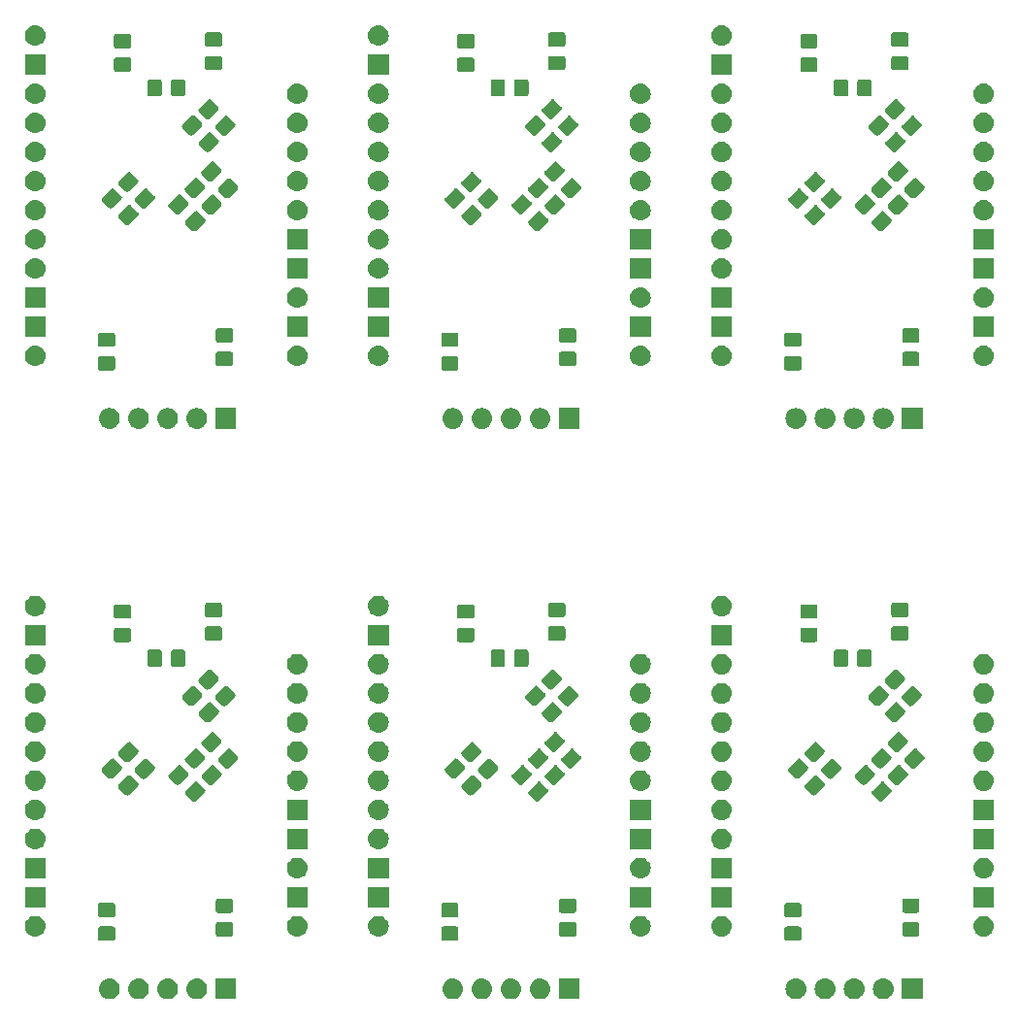
<source format=gbs>
%MOIN*%
%OFA0B0*%
%FSLAX46Y46*%
%IPPOS*%
%LPD*%
%ADD10C,0.0039370078740157488*%
%ADD21C,0.0039370078740157488*%
%ADD22C,0.0039370078740157488*%
%ADD23C,0.0039370078740157488*%
%ADD24C,0.0039370078740157488*%
%ADD25C,0.0039370078740157488*%
D10*
G36*
X0000559348Y0000150215D02*
G01*
X0000561953Y0000149959D01*
X0000568640Y0000147930D01*
X0000574802Y0000144636D01*
X0000576209Y0000143482D01*
X0000580204Y0000140204D01*
X0000583482Y0000136209D01*
X0000584636Y0000134802D01*
X0000587930Y0000128640D01*
X0000589959Y0000121953D01*
X0000590644Y0000115000D01*
X0000589959Y0000108046D01*
X0000587930Y0000101359D01*
X0000584636Y0000095197D01*
X0000583482Y0000093790D01*
X0000580204Y0000089795D01*
X0000576209Y0000086517D01*
X0000574802Y0000085363D01*
X0000568640Y0000082069D01*
X0000561953Y0000080040D01*
X0000559348Y0000079784D01*
X0000556742Y0000079527D01*
X0000553257Y0000079527D01*
X0000550651Y0000079784D01*
X0000548046Y0000080040D01*
X0000541359Y0000082069D01*
X0000535197Y0000085363D01*
X0000533790Y0000086517D01*
X0000529795Y0000089795D01*
X0000526517Y0000093790D01*
X0000525363Y0000095197D01*
X0000522069Y0000101359D01*
X0000520040Y0000108046D01*
X0000519355Y0000115000D01*
X0000520040Y0000121953D01*
X0000522069Y0000128640D01*
X0000525363Y0000134802D01*
X0000526517Y0000136209D01*
X0000529795Y0000140204D01*
X0000533790Y0000143482D01*
X0000535197Y0000144636D01*
X0000541359Y0000147930D01*
X0000548046Y0000149959D01*
X0000550651Y0000150215D01*
X0000553257Y0000150472D01*
X0000556742Y0000150472D01*
X0000559348Y0000150215D01*
X0000559348Y0000150215D01*
G37*
G36*
X0000659348Y0000150215D02*
G01*
X0000661953Y0000149959D01*
X0000668640Y0000147930D01*
X0000674802Y0000144636D01*
X0000676209Y0000143482D01*
X0000680204Y0000140204D01*
X0000683482Y0000136209D01*
X0000684636Y0000134802D01*
X0000687930Y0000128640D01*
X0000689959Y0000121953D01*
X0000690644Y0000115000D01*
X0000689959Y0000108046D01*
X0000687930Y0000101359D01*
X0000684636Y0000095197D01*
X0000683482Y0000093790D01*
X0000680204Y0000089795D01*
X0000676209Y0000086517D01*
X0000674802Y0000085363D01*
X0000668640Y0000082069D01*
X0000661953Y0000080040D01*
X0000659348Y0000079784D01*
X0000656742Y0000079527D01*
X0000653257Y0000079527D01*
X0000650651Y0000079784D01*
X0000648046Y0000080040D01*
X0000641359Y0000082069D01*
X0000635197Y0000085363D01*
X0000633790Y0000086517D01*
X0000629795Y0000089795D01*
X0000626517Y0000093790D01*
X0000625363Y0000095197D01*
X0000622069Y0000101359D01*
X0000620040Y0000108046D01*
X0000619355Y0000115000D01*
X0000620040Y0000121953D01*
X0000622069Y0000128640D01*
X0000625363Y0000134802D01*
X0000626517Y0000136209D01*
X0000629795Y0000140204D01*
X0000633790Y0000143482D01*
X0000635197Y0000144636D01*
X0000641359Y0000147930D01*
X0000648046Y0000149959D01*
X0000650651Y0000150215D01*
X0000653257Y0000150472D01*
X0000656742Y0000150472D01*
X0000659348Y0000150215D01*
X0000659348Y0000150215D01*
G37*
G36*
X0000790472Y0000079527D02*
G01*
X0000719527Y0000079527D01*
X0000719527Y0000150472D01*
X0000790472Y0000150472D01*
X0000790472Y0000079527D01*
X0000790472Y0000079527D01*
G37*
G36*
X0000459348Y0000150215D02*
G01*
X0000461953Y0000149959D01*
X0000468640Y0000147930D01*
X0000474802Y0000144636D01*
X0000476209Y0000143482D01*
X0000480204Y0000140204D01*
X0000483482Y0000136209D01*
X0000484636Y0000134802D01*
X0000487930Y0000128640D01*
X0000489959Y0000121953D01*
X0000490644Y0000115000D01*
X0000489959Y0000108046D01*
X0000487930Y0000101359D01*
X0000484636Y0000095197D01*
X0000483482Y0000093790D01*
X0000480204Y0000089795D01*
X0000476209Y0000086517D01*
X0000474802Y0000085363D01*
X0000468640Y0000082069D01*
X0000461953Y0000080040D01*
X0000459348Y0000079784D01*
X0000456742Y0000079527D01*
X0000453257Y0000079527D01*
X0000450651Y0000079784D01*
X0000448046Y0000080040D01*
X0000441359Y0000082069D01*
X0000435197Y0000085363D01*
X0000433790Y0000086517D01*
X0000429795Y0000089795D01*
X0000426517Y0000093790D01*
X0000425363Y0000095197D01*
X0000422069Y0000101359D01*
X0000420040Y0000108046D01*
X0000419355Y0000115000D01*
X0000420040Y0000121953D01*
X0000422069Y0000128640D01*
X0000425363Y0000134802D01*
X0000426517Y0000136209D01*
X0000429795Y0000140204D01*
X0000433790Y0000143482D01*
X0000435197Y0000144636D01*
X0000441359Y0000147930D01*
X0000448046Y0000149959D01*
X0000450651Y0000150215D01*
X0000453257Y0000150472D01*
X0000456742Y0000150472D01*
X0000459348Y0000150215D01*
X0000459348Y0000150215D01*
G37*
G36*
X0000359348Y0000150215D02*
G01*
X0000361953Y0000149959D01*
X0000368640Y0000147930D01*
X0000374802Y0000144636D01*
X0000376209Y0000143482D01*
X0000380204Y0000140204D01*
X0000383482Y0000136209D01*
X0000384636Y0000134802D01*
X0000387930Y0000128640D01*
X0000389959Y0000121953D01*
X0000390644Y0000115000D01*
X0000389959Y0000108046D01*
X0000387930Y0000101359D01*
X0000384636Y0000095197D01*
X0000383482Y0000093790D01*
X0000380204Y0000089795D01*
X0000376209Y0000086517D01*
X0000374802Y0000085363D01*
X0000368640Y0000082069D01*
X0000361953Y0000080040D01*
X0000359348Y0000079784D01*
X0000356742Y0000079527D01*
X0000353257Y0000079527D01*
X0000350651Y0000079784D01*
X0000348046Y0000080040D01*
X0000341359Y0000082069D01*
X0000335197Y0000085363D01*
X0000333790Y0000086517D01*
X0000329795Y0000089795D01*
X0000326517Y0000093790D01*
X0000325363Y0000095197D01*
X0000322069Y0000101359D01*
X0000320040Y0000108046D01*
X0000319355Y0000115000D01*
X0000320040Y0000121953D01*
X0000322069Y0000128640D01*
X0000325363Y0000134802D01*
X0000326517Y0000136209D01*
X0000329795Y0000140204D01*
X0000333790Y0000143482D01*
X0000335197Y0000144636D01*
X0000341359Y0000147930D01*
X0000348046Y0000149959D01*
X0000350651Y0000150215D01*
X0000353257Y0000150472D01*
X0000356742Y0000150472D01*
X0000359348Y0000150215D01*
X0000359348Y0000150215D01*
G37*
G36*
X0000368176Y0000328761D02*
G01*
X0000369660Y0000328311D01*
X0000371027Y0000327580D01*
X0000372226Y0000326596D01*
X0000373210Y0000325397D01*
X0000373940Y0000324030D01*
X0000374391Y0000322546D01*
X0000374566Y0000320761D01*
X0000374566Y0000287821D01*
X0000374391Y0000286036D01*
X0000373940Y0000284552D01*
X0000373210Y0000283184D01*
X0000372226Y0000281986D01*
X0000371027Y0000281002D01*
X0000369660Y0000280271D01*
X0000368176Y0000279821D01*
X0000366391Y0000279645D01*
X0000323608Y0000279645D01*
X0000321823Y0000279821D01*
X0000320339Y0000280271D01*
X0000318972Y0000281002D01*
X0000317773Y0000281986D01*
X0000316789Y0000283184D01*
X0000316059Y0000284552D01*
X0000315608Y0000286036D01*
X0000315433Y0000287821D01*
X0000315433Y0000320761D01*
X0000315608Y0000322546D01*
X0000316059Y0000324030D01*
X0000316789Y0000325397D01*
X0000317773Y0000326596D01*
X0000318972Y0000327580D01*
X0000320339Y0000328311D01*
X0000321823Y0000328761D01*
X0000323608Y0000328937D01*
X0000366391Y0000328937D01*
X0000368176Y0000328761D01*
X0000368176Y0000328761D01*
G37*
G36*
X0001003887Y0000365261D02*
G01*
X0001006953Y0000364959D01*
X0001013640Y0000362930D01*
X0001019802Y0000359636D01*
X0001021209Y0000358482D01*
X0001025204Y0000355204D01*
X0001028482Y0000351209D01*
X0001029636Y0000349802D01*
X0001029636Y0000349802D01*
X0001032882Y0000343731D01*
X0001032930Y0000343640D01*
X0001034959Y0000336953D01*
X0001035644Y0000330000D01*
X0001034959Y0000323046D01*
X0001032930Y0000316359D01*
X0001029636Y0000310197D01*
X0001028482Y0000308790D01*
X0001025204Y0000304795D01*
X0001022798Y0000302821D01*
X0001019802Y0000300363D01*
X0001013640Y0000297069D01*
X0001006953Y0000295040D01*
X0001004348Y0000294784D01*
X0001001742Y0000294527D01*
X0000998257Y0000294527D01*
X0000995651Y0000294784D01*
X0000993046Y0000295040D01*
X0000986359Y0000297069D01*
X0000980197Y0000300363D01*
X0000977201Y0000302821D01*
X0000974795Y0000304795D01*
X0000971517Y0000308790D01*
X0000970363Y0000310197D01*
X0000967069Y0000316359D01*
X0000965040Y0000323046D01*
X0000964355Y0000330000D01*
X0000965040Y0000336953D01*
X0000967069Y0000343640D01*
X0000967117Y0000343731D01*
X0000970363Y0000349802D01*
X0000970363Y0000349802D01*
X0000971517Y0000351209D01*
X0000974795Y0000355204D01*
X0000978790Y0000358482D01*
X0000980197Y0000359636D01*
X0000986359Y0000362930D01*
X0000993046Y0000364959D01*
X0000996112Y0000365261D01*
X0000998257Y0000365472D01*
X0001001742Y0000365472D01*
X0001003887Y0000365261D01*
X0001003887Y0000365261D01*
G37*
G36*
X0000103887Y0000365261D02*
G01*
X0000106953Y0000364959D01*
X0000113640Y0000362930D01*
X0000119802Y0000359636D01*
X0000121209Y0000358482D01*
X0000125204Y0000355204D01*
X0000128482Y0000351209D01*
X0000129636Y0000349802D01*
X0000129636Y0000349802D01*
X0000132882Y0000343731D01*
X0000132930Y0000343640D01*
X0000134959Y0000336953D01*
X0000135644Y0000330000D01*
X0000134959Y0000323046D01*
X0000132930Y0000316359D01*
X0000129636Y0000310197D01*
X0000128482Y0000308790D01*
X0000125204Y0000304795D01*
X0000122798Y0000302821D01*
X0000119802Y0000300363D01*
X0000113640Y0000297069D01*
X0000106953Y0000295040D01*
X0000104348Y0000294784D01*
X0000101742Y0000294527D01*
X0000098257Y0000294527D01*
X0000095651Y0000294784D01*
X0000093046Y0000295040D01*
X0000086359Y0000297069D01*
X0000080197Y0000300363D01*
X0000077201Y0000302821D01*
X0000074795Y0000304795D01*
X0000071517Y0000308790D01*
X0000070363Y0000310197D01*
X0000067069Y0000316359D01*
X0000065040Y0000323046D01*
X0000064355Y0000330000D01*
X0000065040Y0000336953D01*
X0000067069Y0000343640D01*
X0000067117Y0000343731D01*
X0000070363Y0000349802D01*
X0000070363Y0000349802D01*
X0000071517Y0000351209D01*
X0000074795Y0000355204D01*
X0000078790Y0000358482D01*
X0000080197Y0000359636D01*
X0000086359Y0000362930D01*
X0000093046Y0000364959D01*
X0000096112Y0000365261D01*
X0000098257Y0000365472D01*
X0000101742Y0000365472D01*
X0000103887Y0000365261D01*
X0000103887Y0000365261D01*
G37*
G36*
X0000773176Y0000343761D02*
G01*
X0000774660Y0000343311D01*
X0000776027Y0000342580D01*
X0000777226Y0000341596D01*
X0000778209Y0000340397D01*
X0000778940Y0000339030D01*
X0000779391Y0000337546D01*
X0000779566Y0000335761D01*
X0000779566Y0000302821D01*
X0000779391Y0000301036D01*
X0000778940Y0000299552D01*
X0000778209Y0000298184D01*
X0000777226Y0000296986D01*
X0000776027Y0000296002D01*
X0000774660Y0000295271D01*
X0000773176Y0000294821D01*
X0000771391Y0000294645D01*
X0000728608Y0000294645D01*
X0000726823Y0000294821D01*
X0000725339Y0000295271D01*
X0000723972Y0000296002D01*
X0000722773Y0000296986D01*
X0000721790Y0000298184D01*
X0000721059Y0000299552D01*
X0000720608Y0000301036D01*
X0000720433Y0000302821D01*
X0000720433Y0000335761D01*
X0000720608Y0000337546D01*
X0000721059Y0000339030D01*
X0000721790Y0000340397D01*
X0000722773Y0000341596D01*
X0000723972Y0000342580D01*
X0000725339Y0000343311D01*
X0000726823Y0000343761D01*
X0000728608Y0000343937D01*
X0000771391Y0000343937D01*
X0000773176Y0000343761D01*
X0000773176Y0000343761D01*
G37*
G36*
X0000368176Y0000409469D02*
G01*
X0000369660Y0000409019D01*
X0000371027Y0000408288D01*
X0000372226Y0000407305D01*
X0000373210Y0000406106D01*
X0000373940Y0000404738D01*
X0000374391Y0000403254D01*
X0000374566Y0000401470D01*
X0000374566Y0000368529D01*
X0000374391Y0000366745D01*
X0000373940Y0000365261D01*
X0000373210Y0000363893D01*
X0000372226Y0000362694D01*
X0000371027Y0000361711D01*
X0000369660Y0000360980D01*
X0000368176Y0000360530D01*
X0000366391Y0000360354D01*
X0000323608Y0000360354D01*
X0000321823Y0000360530D01*
X0000320339Y0000360980D01*
X0000318972Y0000361711D01*
X0000317773Y0000362694D01*
X0000316789Y0000363893D01*
X0000316059Y0000365261D01*
X0000315608Y0000366745D01*
X0000315433Y0000368529D01*
X0000315433Y0000401470D01*
X0000315608Y0000403254D01*
X0000316059Y0000404738D01*
X0000316789Y0000406106D01*
X0000317773Y0000407305D01*
X0000318972Y0000408288D01*
X0000320339Y0000409019D01*
X0000321823Y0000409469D01*
X0000323608Y0000409645D01*
X0000366391Y0000409645D01*
X0000368176Y0000409469D01*
X0000368176Y0000409469D01*
G37*
G36*
X0000773176Y0000424469D02*
G01*
X0000774660Y0000424019D01*
X0000776027Y0000423288D01*
X0000777226Y0000422305D01*
X0000778209Y0000421106D01*
X0000778940Y0000419738D01*
X0000779391Y0000418254D01*
X0000779566Y0000416470D01*
X0000779566Y0000383529D01*
X0000779391Y0000381745D01*
X0000778940Y0000380261D01*
X0000778209Y0000378893D01*
X0000777226Y0000377694D01*
X0000776027Y0000376711D01*
X0000774660Y0000375980D01*
X0000773176Y0000375530D01*
X0000771391Y0000375354D01*
X0000728608Y0000375354D01*
X0000726823Y0000375530D01*
X0000725339Y0000375980D01*
X0000723972Y0000376711D01*
X0000722773Y0000377694D01*
X0000721790Y0000378893D01*
X0000721059Y0000380261D01*
X0000720608Y0000381745D01*
X0000720433Y0000383529D01*
X0000720433Y0000416470D01*
X0000720608Y0000418254D01*
X0000721059Y0000419738D01*
X0000721790Y0000421106D01*
X0000722773Y0000422305D01*
X0000723972Y0000423288D01*
X0000725339Y0000424019D01*
X0000726823Y0000424469D01*
X0000728608Y0000424645D01*
X0000771391Y0000424645D01*
X0000773176Y0000424469D01*
X0000773176Y0000424469D01*
G37*
G36*
X0000135472Y0000394527D02*
G01*
X0000064527Y0000394527D01*
X0000064527Y0000465472D01*
X0000135472Y0000465472D01*
X0000135472Y0000394527D01*
X0000135472Y0000394527D01*
G37*
G36*
X0001035472Y0000394527D02*
G01*
X0000964527Y0000394527D01*
X0000964527Y0000465472D01*
X0001035472Y0000465472D01*
X0001035472Y0000394527D01*
X0001035472Y0000394527D01*
G37*
G36*
X0001004348Y0000565215D02*
G01*
X0001006953Y0000564959D01*
X0001013640Y0000562930D01*
X0001019802Y0000559636D01*
X0001021209Y0000558482D01*
X0001025204Y0000555204D01*
X0001028482Y0000551209D01*
X0001029636Y0000549802D01*
X0001032930Y0000543640D01*
X0001034959Y0000536953D01*
X0001035644Y0000530000D01*
X0001034959Y0000523046D01*
X0001032930Y0000516359D01*
X0001029636Y0000510197D01*
X0001028482Y0000508790D01*
X0001025204Y0000504795D01*
X0001021209Y0000501517D01*
X0001019802Y0000500363D01*
X0001013640Y0000497069D01*
X0001006953Y0000495040D01*
X0001004348Y0000494784D01*
X0001001742Y0000494527D01*
X0000998257Y0000494527D01*
X0000995651Y0000494784D01*
X0000993046Y0000495040D01*
X0000986359Y0000497069D01*
X0000980197Y0000500363D01*
X0000978790Y0000501517D01*
X0000974795Y0000504795D01*
X0000971517Y0000508790D01*
X0000970363Y0000510197D01*
X0000967069Y0000516359D01*
X0000965040Y0000523046D01*
X0000964355Y0000530000D01*
X0000965040Y0000536953D01*
X0000967069Y0000543640D01*
X0000970363Y0000549802D01*
X0000971517Y0000551209D01*
X0000974795Y0000555204D01*
X0000978790Y0000558482D01*
X0000980197Y0000559636D01*
X0000986359Y0000562930D01*
X0000993046Y0000564959D01*
X0000995651Y0000565215D01*
X0000998257Y0000565472D01*
X0001001742Y0000565472D01*
X0001004348Y0000565215D01*
X0001004348Y0000565215D01*
G37*
G36*
X0000135472Y0000494527D02*
G01*
X0000064527Y0000494527D01*
X0000064527Y0000565472D01*
X0000135472Y0000565472D01*
X0000135472Y0000494527D01*
X0000135472Y0000494527D01*
G37*
G36*
X0001035472Y0000594527D02*
G01*
X0000964527Y0000594527D01*
X0000964527Y0000665472D01*
X0001035472Y0000665472D01*
X0001035472Y0000594527D01*
X0001035472Y0000594527D01*
G37*
G36*
X0000104348Y0000665215D02*
G01*
X0000106953Y0000664959D01*
X0000113640Y0000662930D01*
X0000119802Y0000659636D01*
X0000121209Y0000658482D01*
X0000125204Y0000655204D01*
X0000128482Y0000651209D01*
X0000129636Y0000649802D01*
X0000132930Y0000643640D01*
X0000134959Y0000636953D01*
X0000135644Y0000630000D01*
X0000134959Y0000623046D01*
X0000132930Y0000616359D01*
X0000129636Y0000610197D01*
X0000128482Y0000608790D01*
X0000125204Y0000604795D01*
X0000121209Y0000601517D01*
X0000119802Y0000600363D01*
X0000113640Y0000597069D01*
X0000106953Y0000595040D01*
X0000104348Y0000594784D01*
X0000101742Y0000594527D01*
X0000098257Y0000594527D01*
X0000095651Y0000594784D01*
X0000093046Y0000595040D01*
X0000086359Y0000597069D01*
X0000080197Y0000600363D01*
X0000078790Y0000601517D01*
X0000074795Y0000604795D01*
X0000071517Y0000608790D01*
X0000070363Y0000610197D01*
X0000067069Y0000616359D01*
X0000065040Y0000623046D01*
X0000064355Y0000630000D01*
X0000065040Y0000636953D01*
X0000067069Y0000643640D01*
X0000070363Y0000649802D01*
X0000071517Y0000651209D01*
X0000074795Y0000655204D01*
X0000078790Y0000658482D01*
X0000080197Y0000659636D01*
X0000086359Y0000662930D01*
X0000093046Y0000664959D01*
X0000095651Y0000665215D01*
X0000098257Y0000665472D01*
X0000101742Y0000665472D01*
X0000104348Y0000665215D01*
X0000104348Y0000665215D01*
G37*
G36*
X0001035472Y0000694527D02*
G01*
X0000964527Y0000694527D01*
X0000964527Y0000765472D01*
X0001035472Y0000765472D01*
X0001035472Y0000694527D01*
X0001035472Y0000694527D01*
G37*
G36*
X0000104348Y0000765215D02*
G01*
X0000106953Y0000764959D01*
X0000113640Y0000762930D01*
X0000113640Y0000762930D01*
X0000116721Y0000761283D01*
X0000119802Y0000759636D01*
X0000121063Y0000758602D01*
X0000125204Y0000755204D01*
X0000128482Y0000751209D01*
X0000129636Y0000749802D01*
X0000132930Y0000743640D01*
X0000134959Y0000736953D01*
X0000135644Y0000730000D01*
X0000134959Y0000723046D01*
X0000132930Y0000716359D01*
X0000129636Y0000710197D01*
X0000128482Y0000708790D01*
X0000125204Y0000704795D01*
X0000121209Y0000701517D01*
X0000119802Y0000700363D01*
X0000113640Y0000697069D01*
X0000106953Y0000695040D01*
X0000104348Y0000694784D01*
X0000101742Y0000694527D01*
X0000098257Y0000694527D01*
X0000095651Y0000694784D01*
X0000093046Y0000695040D01*
X0000086359Y0000697069D01*
X0000080197Y0000700363D01*
X0000078790Y0000701517D01*
X0000074795Y0000704795D01*
X0000071517Y0000708790D01*
X0000070363Y0000710197D01*
X0000067069Y0000716359D01*
X0000065040Y0000723046D01*
X0000064355Y0000730000D01*
X0000065040Y0000736953D01*
X0000067069Y0000743640D01*
X0000070363Y0000749802D01*
X0000071517Y0000751209D01*
X0000074795Y0000755204D01*
X0000078936Y0000758602D01*
X0000080197Y0000759636D01*
X0000083278Y0000761283D01*
X0000086359Y0000762930D01*
X0000086359Y0000762930D01*
X0000093046Y0000764959D01*
X0000095651Y0000765215D01*
X0000098257Y0000765472D01*
X0000101742Y0000765472D01*
X0000104348Y0000765215D01*
X0000104348Y0000765215D01*
G37*
G36*
X0000654208Y0000827163D02*
G01*
X0000655692Y0000826713D01*
X0000657059Y0000825982D01*
X0000658446Y0000824844D01*
X0000681738Y0000801552D01*
X0000682876Y0000800166D01*
X0000683607Y0000798798D01*
X0000684057Y0000797314D01*
X0000684209Y0000795771D01*
X0000684057Y0000794228D01*
X0000683607Y0000792744D01*
X0000682876Y0000791377D01*
X0000681738Y0000789990D01*
X0000651486Y0000759738D01*
X0000650100Y0000758601D01*
X0000648732Y0000757870D01*
X0000647248Y0000757419D01*
X0000645705Y0000757267D01*
X0000644162Y0000757419D01*
X0000642678Y0000757870D01*
X0000641310Y0000758601D01*
X0000639924Y0000759738D01*
X0000616632Y0000783031D01*
X0000615494Y0000784417D01*
X0000614763Y0000785784D01*
X0000614313Y0000787268D01*
X0000614161Y0000788812D01*
X0000614313Y0000790355D01*
X0000614763Y0000791839D01*
X0000615494Y0000793206D01*
X0000616632Y0000794592D01*
X0000646884Y0000824844D01*
X0000648270Y0000825982D01*
X0000649637Y0000826713D01*
X0000651121Y0000827163D01*
X0000652665Y0000827315D01*
X0000654208Y0000827163D01*
X0000654208Y0000827163D01*
G37*
G36*
X0000424865Y0000848565D02*
G01*
X0000426349Y0000848114D01*
X0000427716Y0000847383D01*
X0000429103Y0000846246D01*
X0000452395Y0000822953D01*
X0000453533Y0000821567D01*
X0000454264Y0000820200D01*
X0000454714Y0000818716D01*
X0000454866Y0000817172D01*
X0000454714Y0000815629D01*
X0000454264Y0000814145D01*
X0000453533Y0000812778D01*
X0000452395Y0000811391D01*
X0000422143Y0000781140D01*
X0000420757Y0000780002D01*
X0000419389Y0000779271D01*
X0000417905Y0000778821D01*
X0000416362Y0000778669D01*
X0000414819Y0000778821D01*
X0000413335Y0000779271D01*
X0000411967Y0000780002D01*
X0000410581Y0000781140D01*
X0000387289Y0000804432D01*
X0000386151Y0000805818D01*
X0000385420Y0000807186D01*
X0000384970Y0000808670D01*
X0000384818Y0000810213D01*
X0000384970Y0000811756D01*
X0000385420Y0000813240D01*
X0000386151Y0000814607D01*
X0000387289Y0000815994D01*
X0000417541Y0000846246D01*
X0000418927Y0000847383D01*
X0000420295Y0000848114D01*
X0000421779Y0000848565D01*
X0000423322Y0000848717D01*
X0000424865Y0000848565D01*
X0000424865Y0000848565D01*
G37*
G36*
X0001004348Y0000865215D02*
G01*
X0001006953Y0000864959D01*
X0001013640Y0000862930D01*
X0001019802Y0000859636D01*
X0001020829Y0000858794D01*
X0001025204Y0000855204D01*
X0001027969Y0000851834D01*
X0001029636Y0000849802D01*
X0001032930Y0000843640D01*
X0001034959Y0000836953D01*
X0001035644Y0000830000D01*
X0001034959Y0000823046D01*
X0001033055Y0000816770D01*
X0001032930Y0000816359D01*
X0001032562Y0000815670D01*
X0001029636Y0000810197D01*
X0001029143Y0000809595D01*
X0001025204Y0000804795D01*
X0001021462Y0000801724D01*
X0001019802Y0000800363D01*
X0001013640Y0000797069D01*
X0001006953Y0000795040D01*
X0001004348Y0000794784D01*
X0001001742Y0000794527D01*
X0000998257Y0000794527D01*
X0000995651Y0000794784D01*
X0000993046Y0000795040D01*
X0000986359Y0000797069D01*
X0000980197Y0000800363D01*
X0000978537Y0000801724D01*
X0000974795Y0000804795D01*
X0000970856Y0000809595D01*
X0000970363Y0000810197D01*
X0000967437Y0000815670D01*
X0000967069Y0000816359D01*
X0000966944Y0000816770D01*
X0000965040Y0000823046D01*
X0000964355Y0000830000D01*
X0000965040Y0000836953D01*
X0000967069Y0000843640D01*
X0000970363Y0000849802D01*
X0000972030Y0000851834D01*
X0000974795Y0000855204D01*
X0000979170Y0000858794D01*
X0000980197Y0000859636D01*
X0000986359Y0000862930D01*
X0000993046Y0000864959D01*
X0000995651Y0000865215D01*
X0000998257Y0000865472D01*
X0001001742Y0000865472D01*
X0001004348Y0000865215D01*
X0001004348Y0000865215D01*
G37*
G36*
X0000104348Y0000865215D02*
G01*
X0000106953Y0000864959D01*
X0000113640Y0000862930D01*
X0000119802Y0000859636D01*
X0000120829Y0000858794D01*
X0000125204Y0000855204D01*
X0000127969Y0000851834D01*
X0000129636Y0000849802D01*
X0000132930Y0000843640D01*
X0000134959Y0000836953D01*
X0000135644Y0000830000D01*
X0000134959Y0000823046D01*
X0000133055Y0000816770D01*
X0000132930Y0000816359D01*
X0000132562Y0000815670D01*
X0000129636Y0000810197D01*
X0000129143Y0000809595D01*
X0000125204Y0000804795D01*
X0000121462Y0000801724D01*
X0000119802Y0000800363D01*
X0000113640Y0000797069D01*
X0000106953Y0000795040D01*
X0000104348Y0000794784D01*
X0000101742Y0000794527D01*
X0000098257Y0000794527D01*
X0000095651Y0000794784D01*
X0000093046Y0000795040D01*
X0000086359Y0000797069D01*
X0000080197Y0000800363D01*
X0000078537Y0000801724D01*
X0000074795Y0000804795D01*
X0000070856Y0000809595D01*
X0000070363Y0000810197D01*
X0000067437Y0000815670D01*
X0000067069Y0000816359D01*
X0000066944Y0000816770D01*
X0000065040Y0000823046D01*
X0000064355Y0000830000D01*
X0000065040Y0000836953D01*
X0000067069Y0000843640D01*
X0000070363Y0000849802D01*
X0000072030Y0000851834D01*
X0000074795Y0000855204D01*
X0000079170Y0000858794D01*
X0000080197Y0000859636D01*
X0000086359Y0000862930D01*
X0000093046Y0000864959D01*
X0000095651Y0000865215D01*
X0000098257Y0000865472D01*
X0000101742Y0000865472D01*
X0000104348Y0000865215D01*
X0000104348Y0000865215D01*
G37*
G36*
X0000710776Y0000883732D02*
G01*
X0000712260Y0000883282D01*
X0000713628Y0000882551D01*
X0000715014Y0000881413D01*
X0000738306Y0000858121D01*
X0000739444Y0000856734D01*
X0000740175Y0000855367D01*
X0000740625Y0000853883D01*
X0000740777Y0000852340D01*
X0000740625Y0000850797D01*
X0000740175Y0000849313D01*
X0000739444Y0000847945D01*
X0000738306Y0000846559D01*
X0000708054Y0000816307D01*
X0000706668Y0000815169D01*
X0000705301Y0000814438D01*
X0000703817Y0000813988D01*
X0000702273Y0000813836D01*
X0000700730Y0000813988D01*
X0000699246Y0000814438D01*
X0000697879Y0000815169D01*
X0000696492Y0000816307D01*
X0000673200Y0000839599D01*
X0000672062Y0000840985D01*
X0000671331Y0000842353D01*
X0000670881Y0000843837D01*
X0000670729Y0000845380D01*
X0000670881Y0000846923D01*
X0000671331Y0000848407D01*
X0000672062Y0000849775D01*
X0000673200Y0000851161D01*
X0000703452Y0000881413D01*
X0000704838Y0000882551D01*
X0000706206Y0000883282D01*
X0000707690Y0000883732D01*
X0000709233Y0000883884D01*
X0000710776Y0000883732D01*
X0000710776Y0000883732D01*
G37*
G36*
X0000597138Y0000884233D02*
G01*
X0000598622Y0000883783D01*
X0000599990Y0000883052D01*
X0000601376Y0000881914D01*
X0000624668Y0000858622D01*
X0000625806Y0000857235D01*
X0000626537Y0000855868D01*
X0000626987Y0000854384D01*
X0000627139Y0000852841D01*
X0000626987Y0000851298D01*
X0000626537Y0000849814D01*
X0000625806Y0000848446D01*
X0000624668Y0000847060D01*
X0000594416Y0000816808D01*
X0000593030Y0000815670D01*
X0000591662Y0000814939D01*
X0000590178Y0000814489D01*
X0000588635Y0000814337D01*
X0000587092Y0000814489D01*
X0000585608Y0000814939D01*
X0000584241Y0000815670D01*
X0000582854Y0000816808D01*
X0000559562Y0000840100D01*
X0000558424Y0000841486D01*
X0000557693Y0000842854D01*
X0000557243Y0000844338D01*
X0000557091Y0000845881D01*
X0000557243Y0000847424D01*
X0000557693Y0000848908D01*
X0000558424Y0000850276D01*
X0000559562Y0000851662D01*
X0000589814Y0000881914D01*
X0000591200Y0000883052D01*
X0000592568Y0000883783D01*
X0000594052Y0000884233D01*
X0000595595Y0000884385D01*
X0000597138Y0000884233D01*
X0000597138Y0000884233D01*
G37*
G36*
X0000481433Y0000905133D02*
G01*
X0000482917Y0000904683D01*
X0000484285Y0000903952D01*
X0000485671Y0000902814D01*
X0000508964Y0000879522D01*
X0000510101Y0000878136D01*
X0000510832Y0000876768D01*
X0000511282Y0000875284D01*
X0000511434Y0000873741D01*
X0000511282Y0000872198D01*
X0000510832Y0000870714D01*
X0000510101Y0000869346D01*
X0000508964Y0000867960D01*
X0000478712Y0000837708D01*
X0000477325Y0000836570D01*
X0000475958Y0000835839D01*
X0000474474Y0000835389D01*
X0000472931Y0000835237D01*
X0000471388Y0000835389D01*
X0000469904Y0000835839D01*
X0000468536Y0000836570D01*
X0000467150Y0000837708D01*
X0000443857Y0000861000D01*
X0000442720Y0000862387D01*
X0000441989Y0000863754D01*
X0000441539Y0000865238D01*
X0000441387Y0000866781D01*
X0000441539Y0000868324D01*
X0000441989Y0000869808D01*
X0000442720Y0000871176D01*
X0000443857Y0000872562D01*
X0000474109Y0000902814D01*
X0000475496Y0000903952D01*
X0000476863Y0000904683D01*
X0000478347Y0000905133D01*
X0000479890Y0000905285D01*
X0000481433Y0000905133D01*
X0000481433Y0000905133D01*
G37*
G36*
X0000367795Y0000905634D02*
G01*
X0000369279Y0000905184D01*
X0000370647Y0000904453D01*
X0000372033Y0000903315D01*
X0000395325Y0000880023D01*
X0000396463Y0000878637D01*
X0000397194Y0000877269D01*
X0000397644Y0000875785D01*
X0000397796Y0000874242D01*
X0000397644Y0000872699D01*
X0000397194Y0000871215D01*
X0000396463Y0000869847D01*
X0000395325Y0000868461D01*
X0000365073Y0000838209D01*
X0000363687Y0000837071D01*
X0000362320Y0000836340D01*
X0000360836Y0000835890D01*
X0000359292Y0000835738D01*
X0000357749Y0000835890D01*
X0000356265Y0000836340D01*
X0000354898Y0000837071D01*
X0000353511Y0000838209D01*
X0000330219Y0000861501D01*
X0000329081Y0000862888D01*
X0000328351Y0000864255D01*
X0000327900Y0000865739D01*
X0000327748Y0000867282D01*
X0000327900Y0000868825D01*
X0000328351Y0000870309D01*
X0000329081Y0000871677D01*
X0000330219Y0000873063D01*
X0000360471Y0000903315D01*
X0000361858Y0000904453D01*
X0000363225Y0000905184D01*
X0000364709Y0000905634D01*
X0000366252Y0000905786D01*
X0000367795Y0000905634D01*
X0000367795Y0000905634D01*
G37*
G36*
X0000767345Y0000940300D02*
G01*
X0000768829Y0000939850D01*
X0000770196Y0000939119D01*
X0000771583Y0000937982D01*
X0000794875Y0000914689D01*
X0000796013Y0000913303D01*
X0000796744Y0000911935D01*
X0000797194Y0000910451D01*
X0000797346Y0000908908D01*
X0000797194Y0000907365D01*
X0000796744Y0000905881D01*
X0000796013Y0000904514D01*
X0000794875Y0000903127D01*
X0000764623Y0000872875D01*
X0000763237Y0000871738D01*
X0000761869Y0000871007D01*
X0000760385Y0000870556D01*
X0000758842Y0000870405D01*
X0000757299Y0000870556D01*
X0000755815Y0000871007D01*
X0000754447Y0000871738D01*
X0000753061Y0000872875D01*
X0000729769Y0000896168D01*
X0000728631Y0000897554D01*
X0000727900Y0000898922D01*
X0000727450Y0000900405D01*
X0000727298Y0000901949D01*
X0000727450Y0000903492D01*
X0000727900Y0000904976D01*
X0000728631Y0000906343D01*
X0000729769Y0000907730D01*
X0000760021Y0000937982D01*
X0000761407Y0000939119D01*
X0000762775Y0000939850D01*
X0000764259Y0000940300D01*
X0000765802Y0000940452D01*
X0000767345Y0000940300D01*
X0000767345Y0000940300D01*
G37*
G36*
X0000653707Y0000940801D02*
G01*
X0000655191Y0000940351D01*
X0000656558Y0000939620D01*
X0000657945Y0000938483D01*
X0000681237Y0000915190D01*
X0000682375Y0000913804D01*
X0000683105Y0000912436D01*
X0000683556Y0000910952D01*
X0000683708Y0000909409D01*
X0000683556Y0000907866D01*
X0000683105Y0000906382D01*
X0000682375Y0000905015D01*
X0000681237Y0000903628D01*
X0000650985Y0000873376D01*
X0000649598Y0000872239D01*
X0000648231Y0000871508D01*
X0000646747Y0000871058D01*
X0000645204Y0000870906D01*
X0000643661Y0000871058D01*
X0000642177Y0000871508D01*
X0000640809Y0000872239D01*
X0000639423Y0000873376D01*
X0000616131Y0000896669D01*
X0000614993Y0000898055D01*
X0000614262Y0000899423D01*
X0000613812Y0000900907D01*
X0000613660Y0000902450D01*
X0000613812Y0000903993D01*
X0000614262Y0000905477D01*
X0000614993Y0000906844D01*
X0000616131Y0000908231D01*
X0000646383Y0000938483D01*
X0000647769Y0000939620D01*
X0000649136Y0000940351D01*
X0000650620Y0000940801D01*
X0000652164Y0000940953D01*
X0000653707Y0000940801D01*
X0000653707Y0000940801D01*
G37*
G36*
X0000424364Y0000962203D02*
G01*
X0000425848Y0000961753D01*
X0000427215Y0000961022D01*
X0000428602Y0000959884D01*
X0000451894Y0000936592D01*
X0000453032Y0000935205D01*
X0000453763Y0000933838D01*
X0000454213Y0000932354D01*
X0000454365Y0000930811D01*
X0000454213Y0000929267D01*
X0000453763Y0000927784D01*
X0000453032Y0000926416D01*
X0000451894Y0000925030D01*
X0000421642Y0000894778D01*
X0000420256Y0000893640D01*
X0000418888Y0000892909D01*
X0000417404Y0000892459D01*
X0000415861Y0000892307D01*
X0000414318Y0000892459D01*
X0000412834Y0000892909D01*
X0000411466Y0000893640D01*
X0000410080Y0000894778D01*
X0000386788Y0000918070D01*
X0000385650Y0000919456D01*
X0000384919Y0000920824D01*
X0000384469Y0000922308D01*
X0000384317Y0000923851D01*
X0000384469Y0000925394D01*
X0000384919Y0000926878D01*
X0000385650Y0000928246D01*
X0000386788Y0000929632D01*
X0000417040Y0000959884D01*
X0000418426Y0000961022D01*
X0000419794Y0000961753D01*
X0000421278Y0000962203D01*
X0000422821Y0000962355D01*
X0000424364Y0000962203D01*
X0000424364Y0000962203D01*
G37*
G36*
X0001004348Y0000965215D02*
G01*
X0001006953Y0000964959D01*
X0001013640Y0000962930D01*
X0001019802Y0000959636D01*
X0001020065Y0000959420D01*
X0001025204Y0000955204D01*
X0001028291Y0000951441D01*
X0001029636Y0000949802D01*
X0001032930Y0000943640D01*
X0001034959Y0000936953D01*
X0001035644Y0000930000D01*
X0001034959Y0000923046D01*
X0001032930Y0000916359D01*
X0001029636Y0000910197D01*
X0001028990Y0000909409D01*
X0001025204Y0000904795D01*
X0001022345Y0000902450D01*
X0001019802Y0000900363D01*
X0001013640Y0000897069D01*
X0001006953Y0000895040D01*
X0001004348Y0000894784D01*
X0001001742Y0000894527D01*
X0000998257Y0000894527D01*
X0000995651Y0000894784D01*
X0000993046Y0000895040D01*
X0000986359Y0000897069D01*
X0000980197Y0000900363D01*
X0000977654Y0000902450D01*
X0000974795Y0000904795D01*
X0000971009Y0000909409D01*
X0000970363Y0000910197D01*
X0000967069Y0000916359D01*
X0000965040Y0000923046D01*
X0000964355Y0000930000D01*
X0000965040Y0000936953D01*
X0000967069Y0000943640D01*
X0000970363Y0000949802D01*
X0000971708Y0000951441D01*
X0000974795Y0000955204D01*
X0000979934Y0000959420D01*
X0000980197Y0000959636D01*
X0000986359Y0000962930D01*
X0000993046Y0000964959D01*
X0000995651Y0000965215D01*
X0000998257Y0000965472D01*
X0001001742Y0000965472D01*
X0001004348Y0000965215D01*
X0001004348Y0000965215D01*
G37*
G36*
X0000104348Y0000965215D02*
G01*
X0000106953Y0000964959D01*
X0000113640Y0000962930D01*
X0000119802Y0000959636D01*
X0000120065Y0000959420D01*
X0000125204Y0000955204D01*
X0000128291Y0000951441D01*
X0000129636Y0000949802D01*
X0000132930Y0000943640D01*
X0000134959Y0000936953D01*
X0000135644Y0000930000D01*
X0000134959Y0000923046D01*
X0000132930Y0000916359D01*
X0000129636Y0000910197D01*
X0000128990Y0000909409D01*
X0000125204Y0000904795D01*
X0000122345Y0000902450D01*
X0000119802Y0000900363D01*
X0000113640Y0000897069D01*
X0000106953Y0000895040D01*
X0000104348Y0000894784D01*
X0000101742Y0000894527D01*
X0000098257Y0000894527D01*
X0000095651Y0000894784D01*
X0000093046Y0000895040D01*
X0000086359Y0000897069D01*
X0000080197Y0000900363D01*
X0000077654Y0000902450D01*
X0000074795Y0000904795D01*
X0000071009Y0000909409D01*
X0000070363Y0000910197D01*
X0000067069Y0000916359D01*
X0000065040Y0000923046D01*
X0000064355Y0000930000D01*
X0000065040Y0000936953D01*
X0000067069Y0000943640D01*
X0000070363Y0000949802D01*
X0000071708Y0000951441D01*
X0000074795Y0000955204D01*
X0000079934Y0000959420D01*
X0000080197Y0000959636D01*
X0000086359Y0000962930D01*
X0000093046Y0000964959D01*
X0000095651Y0000965215D01*
X0000098257Y0000965472D01*
X0000101742Y0000965472D01*
X0000104348Y0000965215D01*
X0000104348Y0000965215D01*
G37*
G36*
X0000710275Y0000997370D02*
G01*
X0000711759Y0000996920D01*
X0000713127Y0000996189D01*
X0000714513Y0000995051D01*
X0000737805Y0000971759D01*
X0000738943Y0000970373D01*
X0000739674Y0000969005D01*
X0000740124Y0000967521D01*
X0000740276Y0000965978D01*
X0000740124Y0000964435D01*
X0000739674Y0000962951D01*
X0000738943Y0000961583D01*
X0000737805Y0000960197D01*
X0000707553Y0000929945D01*
X0000706167Y0000928807D01*
X0000704799Y0000928076D01*
X0000703315Y0000927626D01*
X0000701772Y0000927474D01*
X0000700229Y0000927626D01*
X0000698745Y0000928076D01*
X0000697378Y0000928807D01*
X0000695991Y0000929945D01*
X0000672699Y0000953237D01*
X0000671561Y0000954624D01*
X0000670830Y0000955991D01*
X0000670380Y0000957475D01*
X0000670228Y0000959018D01*
X0000670380Y0000960561D01*
X0000670830Y0000962045D01*
X0000671561Y0000963413D01*
X0000672699Y0000964799D01*
X0000702951Y0000995051D01*
X0000704337Y0000996189D01*
X0000705705Y0000996920D01*
X0000707189Y0000997370D01*
X0000708732Y0000997522D01*
X0000710275Y0000997370D01*
X0000710275Y0000997370D01*
G37*
G36*
X0001004348Y0001065215D02*
G01*
X0001006953Y0001064959D01*
X0001013640Y0001062930D01*
X0001013640Y0001062930D01*
X0001015328Y0001062028D01*
X0001019802Y0001059636D01*
X0001020649Y0001058942D01*
X0001025204Y0001055204D01*
X0001028482Y0001051209D01*
X0001029636Y0001049802D01*
X0001032930Y0001043640D01*
X0001034959Y0001036953D01*
X0001035644Y0001030000D01*
X0001034959Y0001023046D01*
X0001032930Y0001016359D01*
X0001029636Y0001010197D01*
X0001028482Y0001008790D01*
X0001025204Y0001004795D01*
X0001021209Y0001001517D01*
X0001019802Y0001000363D01*
X0001013640Y0000997069D01*
X0001006953Y0000995040D01*
X0001004348Y0000994784D01*
X0001001742Y0000994527D01*
X0000998257Y0000994527D01*
X0000995651Y0000994784D01*
X0000993046Y0000995040D01*
X0000986359Y0000997069D01*
X0000980197Y0001000363D01*
X0000978790Y0001001517D01*
X0000974795Y0001004795D01*
X0000971517Y0001008790D01*
X0000970363Y0001010197D01*
X0000967069Y0001016359D01*
X0000965040Y0001023046D01*
X0000964355Y0001030000D01*
X0000965040Y0001036953D01*
X0000967069Y0001043640D01*
X0000970363Y0001049802D01*
X0000971517Y0001051209D01*
X0000974795Y0001055204D01*
X0000979350Y0001058942D01*
X0000980197Y0001059636D01*
X0000984671Y0001062028D01*
X0000986359Y0001062930D01*
X0000986359Y0001062930D01*
X0000993046Y0001064959D01*
X0000995651Y0001065215D01*
X0000998257Y0001065472D01*
X0001001742Y0001065472D01*
X0001004348Y0001065215D01*
X0001004348Y0001065215D01*
G37*
G36*
X0000104348Y0001065215D02*
G01*
X0000106953Y0001064959D01*
X0000113640Y0001062930D01*
X0000113640Y0001062930D01*
X0000115328Y0001062028D01*
X0000119802Y0001059636D01*
X0000120649Y0001058942D01*
X0000125204Y0001055204D01*
X0000128482Y0001051209D01*
X0000129636Y0001049802D01*
X0000132930Y0001043640D01*
X0000134959Y0001036953D01*
X0000135644Y0001030000D01*
X0000134959Y0001023046D01*
X0000132930Y0001016359D01*
X0000129636Y0001010197D01*
X0000128482Y0001008790D01*
X0000125204Y0001004795D01*
X0000121209Y0001001517D01*
X0000119802Y0001000363D01*
X0000113640Y0000997069D01*
X0000106953Y0000995040D01*
X0000104348Y0000994784D01*
X0000101742Y0000994527D01*
X0000098257Y0000994527D01*
X0000095651Y0000994784D01*
X0000093046Y0000995040D01*
X0000086359Y0000997069D01*
X0000080197Y0001000363D01*
X0000078790Y0001001517D01*
X0000074795Y0001004795D01*
X0000071517Y0001008790D01*
X0000070363Y0001010197D01*
X0000067069Y0001016359D01*
X0000065040Y0001023046D01*
X0000064355Y0001030000D01*
X0000065040Y0001036953D01*
X0000067069Y0001043640D01*
X0000070363Y0001049802D01*
X0000071517Y0001051209D01*
X0000074795Y0001055204D01*
X0000079350Y0001058942D01*
X0000080197Y0001059636D01*
X0000084671Y0001062028D01*
X0000086359Y0001062930D01*
X0000086359Y0001062930D01*
X0000093046Y0001064959D01*
X0000095651Y0001065215D01*
X0000098257Y0001065472D01*
X0000101742Y0001065472D01*
X0000104348Y0001065215D01*
X0000104348Y0001065215D01*
G37*
G36*
X0000701057Y0001098837D02*
G01*
X0000702541Y0001098387D01*
X0000703909Y0001097656D01*
X0000705295Y0001096518D01*
X0000728587Y0001073226D01*
X0000729725Y0001071839D01*
X0000730456Y0001070472D01*
X0000730906Y0001068988D01*
X0000731058Y0001067445D01*
X0000730906Y0001065901D01*
X0000730456Y0001064417D01*
X0000729725Y0001063050D01*
X0000728587Y0001061664D01*
X0000698335Y0001031412D01*
X0000696949Y0001030274D01*
X0000695582Y0001029543D01*
X0000694098Y0001029093D01*
X0000692554Y0001028941D01*
X0000691011Y0001029093D01*
X0000689527Y0001029543D01*
X0000688160Y0001030274D01*
X0000686773Y0001031412D01*
X0000663481Y0001054704D01*
X0000662343Y0001056090D01*
X0000661612Y0001057458D01*
X0000661162Y0001058942D01*
X0000661010Y0001060485D01*
X0000661162Y0001062028D01*
X0000661612Y0001063512D01*
X0000662343Y0001064880D01*
X0000663481Y0001066266D01*
X0000693733Y0001096518D01*
X0000695120Y0001097656D01*
X0000696487Y0001098387D01*
X0000697971Y0001098837D01*
X0000699514Y0001098989D01*
X0000701057Y0001098837D01*
X0000701057Y0001098837D01*
G37*
G36*
X0000757522Y0001154871D02*
G01*
X0000759006Y0001154421D01*
X0000760374Y0001153690D01*
X0000761760Y0001152553D01*
X0000785053Y0001129260D01*
X0000786190Y0001127874D01*
X0000786921Y0001126506D01*
X0000787371Y0001125022D01*
X0000787523Y0001123479D01*
X0000787371Y0001121936D01*
X0000786921Y0001120452D01*
X0000786190Y0001119085D01*
X0000785053Y0001117698D01*
X0000754801Y0001087446D01*
X0000753414Y0001086309D01*
X0000752047Y0001085578D01*
X0000750563Y0001085128D01*
X0000749020Y0001084976D01*
X0000747477Y0001085128D01*
X0000745993Y0001085578D01*
X0000744625Y0001086309D01*
X0000743239Y0001087446D01*
X0000719946Y0001110739D01*
X0000718809Y0001112125D01*
X0000718078Y0001113493D01*
X0000717627Y0001114977D01*
X0000717476Y0001116520D01*
X0000717627Y0001118063D01*
X0000718078Y0001119547D01*
X0000718809Y0001120914D01*
X0000719946Y0001122301D01*
X0000750198Y0001152553D01*
X0000751585Y0001153690D01*
X0000752952Y0001154421D01*
X0000754436Y0001154871D01*
X0000755979Y0001155023D01*
X0000757522Y0001154871D01*
X0000757522Y0001154871D01*
G37*
G36*
X0000643988Y0001155906D02*
G01*
X0000645472Y0001155456D01*
X0000646839Y0001154725D01*
X0000648225Y0001153587D01*
X0000671518Y0001130295D01*
X0000672656Y0001128909D01*
X0000673387Y0001127541D01*
X0000673837Y0001126057D01*
X0000673989Y0001124514D01*
X0000673837Y0001122971D01*
X0000673387Y0001121487D01*
X0000672656Y0001120120D01*
X0000671518Y0001118733D01*
X0000641266Y0001088481D01*
X0000639880Y0001087343D01*
X0000638512Y0001086612D01*
X0000637028Y0001086162D01*
X0000635485Y0001086010D01*
X0000633942Y0001086162D01*
X0000632458Y0001086612D01*
X0000631090Y0001087343D01*
X0000629704Y0001088481D01*
X0000606412Y0001111773D01*
X0000605274Y0001113160D01*
X0000604543Y0001114527D01*
X0000604093Y0001116011D01*
X0000603941Y0001117554D01*
X0000604093Y0001119098D01*
X0000604543Y0001120582D01*
X0000605274Y0001121949D01*
X0000606412Y0001123335D01*
X0000636664Y0001153587D01*
X0000638050Y0001154725D01*
X0000639417Y0001155456D01*
X0000640901Y0001155906D01*
X0000642445Y0001156058D01*
X0000643988Y0001155906D01*
X0000643988Y0001155906D01*
G37*
G36*
X0000104348Y0001165215D02*
G01*
X0000106953Y0001164959D01*
X0000113640Y0001162930D01*
X0000119802Y0001159636D01*
X0000121209Y0001158482D01*
X0000125204Y0001155204D01*
X0000127379Y0001152553D01*
X0000129636Y0001149802D01*
X0000132930Y0001143640D01*
X0000134959Y0001136953D01*
X0000135644Y0001130000D01*
X0000134959Y0001123046D01*
X0000132930Y0001116359D01*
X0000129636Y0001110197D01*
X0000128482Y0001108790D01*
X0000125204Y0001104795D01*
X0000121209Y0001101517D01*
X0000119802Y0001100363D01*
X0000113640Y0001097069D01*
X0000106953Y0001095040D01*
X0000104348Y0001094784D01*
X0000101742Y0001094527D01*
X0000098257Y0001094527D01*
X0000095651Y0001094784D01*
X0000093046Y0001095040D01*
X0000086359Y0001097069D01*
X0000080197Y0001100363D01*
X0000078790Y0001101517D01*
X0000074795Y0001104795D01*
X0000071517Y0001108790D01*
X0000070363Y0001110197D01*
X0000067069Y0001116359D01*
X0000065040Y0001123046D01*
X0000064355Y0001130000D01*
X0000065040Y0001136953D01*
X0000067069Y0001143640D01*
X0000070363Y0001149802D01*
X0000072620Y0001152553D01*
X0000074795Y0001155204D01*
X0000078790Y0001158482D01*
X0000080197Y0001159636D01*
X0000086359Y0001162930D01*
X0000093046Y0001164959D01*
X0000095651Y0001165215D01*
X0000098257Y0001165472D01*
X0000101742Y0001165472D01*
X0000104348Y0001165215D01*
X0000104348Y0001165215D01*
G37*
G36*
X0001004348Y0001165215D02*
G01*
X0001006953Y0001164959D01*
X0001013640Y0001162930D01*
X0001019802Y0001159636D01*
X0001021209Y0001158482D01*
X0001025204Y0001155204D01*
X0001027379Y0001152553D01*
X0001029636Y0001149802D01*
X0001032930Y0001143640D01*
X0001034959Y0001136953D01*
X0001035644Y0001130000D01*
X0001034959Y0001123046D01*
X0001032930Y0001116359D01*
X0001029636Y0001110197D01*
X0001028482Y0001108790D01*
X0001025204Y0001104795D01*
X0001021209Y0001101517D01*
X0001019802Y0001100363D01*
X0001013640Y0001097069D01*
X0001006953Y0001095040D01*
X0001004348Y0001094784D01*
X0001001742Y0001094527D01*
X0000998257Y0001094527D01*
X0000995651Y0001094784D01*
X0000993046Y0001095040D01*
X0000986359Y0001097069D01*
X0000980197Y0001100363D01*
X0000978790Y0001101517D01*
X0000974795Y0001104795D01*
X0000971517Y0001108790D01*
X0000970363Y0001110197D01*
X0000967069Y0001116359D01*
X0000965040Y0001123046D01*
X0000964355Y0001130000D01*
X0000965040Y0001136953D01*
X0000967069Y0001143640D01*
X0000970363Y0001149802D01*
X0000972620Y0001152553D01*
X0000974795Y0001155204D01*
X0000978790Y0001158482D01*
X0000980197Y0001159636D01*
X0000986359Y0001162930D01*
X0000993046Y0001164959D01*
X0000995651Y0001165215D01*
X0000998257Y0001165472D01*
X0001001742Y0001165472D01*
X0001004348Y0001165215D01*
X0001004348Y0001165215D01*
G37*
G36*
X0000700453Y0001211941D02*
G01*
X0000701937Y0001211491D01*
X0000703304Y0001210760D01*
X0000704691Y0001209622D01*
X0000727983Y0001186330D01*
X0000729121Y0001184944D01*
X0000729852Y0001183576D01*
X0000730302Y0001182092D01*
X0000730454Y0001180549D01*
X0000730302Y0001179006D01*
X0000729852Y0001177522D01*
X0000729121Y0001176154D01*
X0000727983Y0001174768D01*
X0000697731Y0001144516D01*
X0000696345Y0001143378D01*
X0000694977Y0001142647D01*
X0000693493Y0001142197D01*
X0000691950Y0001142045D01*
X0000690407Y0001142197D01*
X0000688923Y0001142647D01*
X0000687555Y0001143378D01*
X0000686169Y0001144516D01*
X0000662877Y0001167808D01*
X0000661739Y0001169195D01*
X0000661008Y0001170562D01*
X0000660558Y0001172046D01*
X0000660406Y0001173589D01*
X0000660558Y0001175132D01*
X0000661008Y0001176616D01*
X0000661739Y0001177984D01*
X0000662877Y0001179370D01*
X0000693129Y0001209622D01*
X0000694515Y0001210760D01*
X0000695883Y0001211491D01*
X0000697367Y0001211941D01*
X0000698910Y0001212093D01*
X0000700453Y0001211941D01*
X0000700453Y0001211941D01*
G37*
G36*
X0001004348Y0001265215D02*
G01*
X0001006953Y0001264959D01*
X0001013640Y0001262930D01*
X0001019802Y0001259636D01*
X0001021209Y0001258482D01*
X0001025204Y0001255204D01*
X0001028482Y0001251209D01*
X0001029636Y0001249802D01*
X0001032930Y0001243640D01*
X0001034959Y0001236953D01*
X0001035644Y0001230000D01*
X0001034959Y0001223046D01*
X0001032930Y0001216359D01*
X0001029636Y0001210197D01*
X0001028785Y0001209159D01*
X0001025204Y0001204795D01*
X0001021209Y0001201517D01*
X0001019802Y0001200363D01*
X0001013640Y0001197069D01*
X0001006953Y0001195040D01*
X0001004348Y0001194784D01*
X0001001742Y0001194527D01*
X0000998257Y0001194527D01*
X0000995651Y0001194784D01*
X0000993046Y0001195040D01*
X0000986359Y0001197069D01*
X0000980197Y0001200363D01*
X0000978790Y0001201517D01*
X0000974795Y0001204795D01*
X0000971214Y0001209159D01*
X0000970363Y0001210197D01*
X0000967069Y0001216359D01*
X0000965040Y0001223046D01*
X0000964355Y0001230000D01*
X0000965040Y0001236953D01*
X0000967069Y0001243640D01*
X0000970363Y0001249802D01*
X0000971517Y0001251209D01*
X0000974795Y0001255204D01*
X0000978790Y0001258482D01*
X0000980197Y0001259636D01*
X0000986359Y0001262930D01*
X0000993046Y0001264959D01*
X0000995651Y0001265215D01*
X0000998257Y0001265472D01*
X0001001742Y0001265472D01*
X0001004348Y0001265215D01*
X0001004348Y0001265215D01*
G37*
G36*
X0000104348Y0001265215D02*
G01*
X0000106953Y0001264959D01*
X0000113640Y0001262930D01*
X0000119802Y0001259636D01*
X0000121209Y0001258482D01*
X0000125204Y0001255204D01*
X0000128482Y0001251209D01*
X0000129636Y0001249802D01*
X0000132930Y0001243640D01*
X0000134959Y0001236953D01*
X0000135644Y0001230000D01*
X0000134959Y0001223046D01*
X0000132930Y0001216359D01*
X0000129636Y0001210197D01*
X0000128785Y0001209159D01*
X0000125204Y0001204795D01*
X0000121209Y0001201517D01*
X0000119802Y0001200363D01*
X0000113640Y0001197069D01*
X0000106953Y0001195040D01*
X0000104348Y0001194784D01*
X0000101742Y0001194527D01*
X0000098257Y0001194527D01*
X0000095651Y0001194784D01*
X0000093046Y0001195040D01*
X0000086359Y0001197069D01*
X0000080197Y0001200363D01*
X0000078790Y0001201517D01*
X0000074795Y0001204795D01*
X0000071214Y0001209159D01*
X0000070363Y0001210197D01*
X0000067069Y0001216359D01*
X0000065040Y0001223046D01*
X0000064355Y0001230000D01*
X0000065040Y0001236953D01*
X0000067069Y0001243640D01*
X0000070363Y0001249802D01*
X0000071517Y0001251209D01*
X0000074795Y0001255204D01*
X0000078790Y0001258482D01*
X0000080197Y0001259636D01*
X0000086359Y0001262930D01*
X0000093046Y0001264959D01*
X0000095651Y0001265215D01*
X0000098257Y0001265472D01*
X0000101742Y0001265472D01*
X0000104348Y0001265215D01*
X0000104348Y0001265215D01*
G37*
G36*
X0000608963Y0001279391D02*
G01*
X0000610447Y0001278940D01*
X0000611815Y0001278210D01*
X0000613013Y0001277226D01*
X0000613997Y0001276027D01*
X0000614728Y0001274660D01*
X0000615178Y0001273176D01*
X0000615354Y0001271391D01*
X0000615354Y0001228608D01*
X0000615178Y0001226823D01*
X0000614728Y0001225339D01*
X0000613997Y0001223972D01*
X0000613013Y0001222773D01*
X0000611815Y0001221790D01*
X0000610447Y0001221059D01*
X0000608963Y0001220608D01*
X0000607178Y0001220433D01*
X0000574238Y0001220433D01*
X0000572453Y0001220608D01*
X0000570969Y0001221059D01*
X0000569602Y0001221790D01*
X0000568403Y0001222773D01*
X0000567419Y0001223972D01*
X0000566688Y0001225339D01*
X0000566238Y0001226823D01*
X0000566062Y0001228608D01*
X0000566062Y0001271391D01*
X0000566238Y0001273176D01*
X0000566688Y0001274660D01*
X0000567419Y0001276027D01*
X0000568403Y0001277226D01*
X0000569602Y0001278210D01*
X0000570969Y0001278940D01*
X0000572453Y0001279391D01*
X0000574238Y0001279566D01*
X0000607178Y0001279566D01*
X0000608963Y0001279391D01*
X0000608963Y0001279391D01*
G37*
G36*
X0000528254Y0001279391D02*
G01*
X0000529738Y0001278940D01*
X0000531106Y0001278210D01*
X0000532305Y0001277226D01*
X0000533288Y0001276027D01*
X0000534019Y0001274660D01*
X0000534469Y0001273176D01*
X0000534645Y0001271391D01*
X0000534645Y0001228608D01*
X0000534469Y0001226823D01*
X0000534019Y0001225339D01*
X0000533288Y0001223972D01*
X0000532305Y0001222773D01*
X0000531106Y0001221790D01*
X0000529738Y0001221059D01*
X0000528254Y0001220608D01*
X0000526470Y0001220433D01*
X0000493529Y0001220433D01*
X0000491745Y0001220608D01*
X0000490261Y0001221059D01*
X0000488893Y0001221790D01*
X0000487694Y0001222773D01*
X0000486711Y0001223972D01*
X0000485980Y0001225339D01*
X0000485530Y0001226823D01*
X0000485354Y0001228608D01*
X0000485354Y0001271391D01*
X0000485530Y0001273176D01*
X0000485980Y0001274660D01*
X0000486711Y0001276027D01*
X0000487694Y0001277226D01*
X0000488893Y0001278210D01*
X0000490261Y0001278940D01*
X0000491745Y0001279391D01*
X0000493529Y0001279566D01*
X0000526470Y0001279566D01*
X0000528254Y0001279391D01*
X0000528254Y0001279391D01*
G37*
G36*
X0000135472Y0001294527D02*
G01*
X0000064527Y0001294527D01*
X0000064527Y0001365472D01*
X0000135472Y0001365472D01*
X0000135472Y0001294527D01*
X0000135472Y0001294527D01*
G37*
G36*
X0000423176Y0001354469D02*
G01*
X0000424660Y0001354019D01*
X0000426027Y0001353288D01*
X0000427226Y0001352305D01*
X0000428210Y0001351106D01*
X0000428940Y0001349738D01*
X0000429391Y0001348254D01*
X0000429566Y0001346470D01*
X0000429566Y0001313529D01*
X0000429391Y0001311745D01*
X0000428940Y0001310261D01*
X0000428210Y0001308893D01*
X0000427226Y0001307694D01*
X0000426027Y0001306711D01*
X0000424660Y0001305980D01*
X0000423176Y0001305530D01*
X0000421391Y0001305354D01*
X0000378608Y0001305354D01*
X0000376823Y0001305530D01*
X0000375339Y0001305980D01*
X0000373972Y0001306711D01*
X0000372773Y0001307694D01*
X0000371790Y0001308893D01*
X0000371058Y0001310261D01*
X0000370608Y0001311745D01*
X0000370433Y0001313529D01*
X0000370433Y0001346470D01*
X0000370608Y0001348254D01*
X0000371058Y0001349738D01*
X0000371790Y0001351106D01*
X0000372773Y0001352305D01*
X0000373972Y0001353288D01*
X0000375339Y0001354019D01*
X0000376823Y0001354469D01*
X0000378608Y0001354645D01*
X0000421391Y0001354645D01*
X0000423176Y0001354469D01*
X0000423176Y0001354469D01*
G37*
G36*
X0000735676Y0001359469D02*
G01*
X0000737160Y0001359019D01*
X0000738527Y0001358288D01*
X0000739726Y0001357305D01*
X0000740710Y0001356106D01*
X0000741440Y0001354738D01*
X0000741891Y0001353254D01*
X0000742066Y0001351470D01*
X0000742066Y0001318529D01*
X0000741891Y0001316745D01*
X0000741440Y0001315261D01*
X0000740710Y0001313893D01*
X0000739726Y0001312694D01*
X0000738527Y0001311711D01*
X0000737160Y0001310980D01*
X0000735676Y0001310530D01*
X0000733891Y0001310354D01*
X0000691108Y0001310354D01*
X0000689323Y0001310530D01*
X0000687839Y0001310980D01*
X0000686472Y0001311711D01*
X0000685273Y0001312694D01*
X0000684290Y0001313893D01*
X0000683558Y0001315261D01*
X0000683108Y0001316745D01*
X0000682933Y0001318529D01*
X0000682933Y0001351470D01*
X0000683108Y0001353254D01*
X0000683558Y0001354738D01*
X0000684290Y0001356106D01*
X0000685273Y0001357305D01*
X0000686472Y0001358288D01*
X0000687839Y0001359019D01*
X0000689323Y0001359469D01*
X0000691108Y0001359645D01*
X0000733891Y0001359645D01*
X0000735676Y0001359469D01*
X0000735676Y0001359469D01*
G37*
G36*
X0000423176Y0001435178D02*
G01*
X0000424660Y0001434728D01*
X0000426027Y0001433997D01*
X0000427226Y0001433013D01*
X0000428210Y0001431815D01*
X0000428940Y0001430447D01*
X0000429391Y0001428963D01*
X0000429566Y0001427178D01*
X0000429566Y0001394238D01*
X0000429391Y0001392453D01*
X0000428940Y0001390969D01*
X0000428210Y0001389602D01*
X0000427226Y0001388403D01*
X0000426027Y0001387419D01*
X0000424660Y0001386688D01*
X0000423176Y0001386238D01*
X0000421391Y0001386062D01*
X0000378608Y0001386062D01*
X0000376823Y0001386238D01*
X0000375339Y0001386688D01*
X0000373972Y0001387419D01*
X0000372773Y0001388403D01*
X0000371790Y0001389602D01*
X0000371058Y0001390969D01*
X0000370608Y0001392453D01*
X0000370433Y0001394238D01*
X0000370433Y0001427178D01*
X0000370608Y0001428963D01*
X0000371058Y0001430447D01*
X0000371790Y0001431815D01*
X0000372773Y0001433013D01*
X0000373972Y0001433997D01*
X0000375339Y0001434728D01*
X0000376823Y0001435178D01*
X0000378608Y0001435354D01*
X0000421391Y0001435354D01*
X0000423176Y0001435178D01*
X0000423176Y0001435178D01*
G37*
G36*
X0000735676Y0001440178D02*
G01*
X0000737160Y0001439728D01*
X0000738527Y0001438997D01*
X0000739726Y0001438013D01*
X0000740710Y0001436815D01*
X0000741440Y0001435447D01*
X0000741891Y0001433963D01*
X0000742066Y0001432178D01*
X0000742066Y0001399238D01*
X0000741891Y0001397453D01*
X0000741440Y0001395969D01*
X0000740710Y0001394602D01*
X0000739726Y0001393403D01*
X0000738527Y0001392419D01*
X0000737160Y0001391688D01*
X0000735676Y0001391238D01*
X0000733891Y0001391062D01*
X0000691108Y0001391062D01*
X0000689323Y0001391238D01*
X0000687839Y0001391688D01*
X0000686472Y0001392419D01*
X0000685273Y0001393403D01*
X0000684290Y0001394602D01*
X0000683558Y0001395969D01*
X0000683108Y0001397453D01*
X0000682933Y0001399238D01*
X0000682933Y0001432178D01*
X0000683108Y0001433963D01*
X0000683558Y0001435447D01*
X0000684290Y0001436815D01*
X0000685273Y0001438013D01*
X0000686472Y0001438997D01*
X0000687839Y0001439728D01*
X0000689323Y0001440178D01*
X0000691108Y0001440354D01*
X0000733891Y0001440354D01*
X0000735676Y0001440178D01*
X0000735676Y0001440178D01*
G37*
G36*
X0000104348Y0001465215D02*
G01*
X0000106953Y0001464959D01*
X0000113640Y0001462930D01*
X0000119802Y0001459636D01*
X0000121209Y0001458482D01*
X0000125204Y0001455204D01*
X0000128482Y0001451209D01*
X0000129636Y0001449802D01*
X0000132930Y0001443640D01*
X0000134959Y0001436953D01*
X0000135644Y0001430000D01*
X0000134959Y0001423046D01*
X0000132930Y0001416359D01*
X0000129636Y0001410197D01*
X0000128482Y0001408790D01*
X0000125204Y0001404795D01*
X0000121527Y0001401778D01*
X0000119802Y0001400363D01*
X0000113640Y0001397069D01*
X0000106953Y0001395040D01*
X0000104348Y0001394784D01*
X0000101742Y0001394527D01*
X0000098257Y0001394527D01*
X0000095651Y0001394784D01*
X0000093046Y0001395040D01*
X0000086359Y0001397069D01*
X0000080197Y0001400363D01*
X0000078472Y0001401778D01*
X0000074795Y0001404795D01*
X0000071517Y0001408790D01*
X0000070363Y0001410197D01*
X0000067069Y0001416359D01*
X0000065040Y0001423046D01*
X0000064355Y0001430000D01*
X0000065040Y0001436953D01*
X0000067069Y0001443640D01*
X0000070363Y0001449802D01*
X0000071517Y0001451209D01*
X0000074795Y0001455204D01*
X0000078790Y0001458482D01*
X0000080197Y0001459636D01*
X0000086359Y0001462930D01*
X0000093046Y0001464959D01*
X0000095651Y0001465215D01*
X0000098257Y0001465472D01*
X0000101742Y0001465472D01*
X0000104348Y0001465215D01*
X0000104348Y0001465215D01*
G37*
G04 next file*
G04 #@! TF.GenerationSoftware,KiCad,Pcbnew,(5.1.4)-1*
G04 #@! TF.CreationDate,2020-10-29T20:30:17+08:00*
G04 #@! TF.ProjectId,custom_microcontroller,63757374-6f6d-45f6-9d69-63726f636f6e,rev?*
G04 #@! TF.SameCoordinates,Original*
G04 #@! TF.FileFunction,Soldermask,Bot*
G04 #@! TF.FilePolarity,Negative*
G04 Gerber Fmt 4.6, Leading zero omitted, Abs format (unit mm)*
G04 Created by KiCad (PCBNEW (5.1.4)-1) date 2020-10-29 20:30:17*
G04 APERTURE LIST*
G04 APERTURE END LIST*
D21*
G36*
X0000559348Y0002108955D02*
G01*
X0000561953Y0002108699D01*
X0000568640Y0002106670D01*
X0000574802Y0002103377D01*
X0000576209Y0002102222D01*
X0000580204Y0002098944D01*
X0000583482Y0002094949D01*
X0000584636Y0002093542D01*
X0000587930Y0002087380D01*
X0000589959Y0002080693D01*
X0000590644Y0002073740D01*
X0000589959Y0002066786D01*
X0000587930Y0002060099D01*
X0000584636Y0002053937D01*
X0000583482Y0002052530D01*
X0000580204Y0002048535D01*
X0000576209Y0002045257D01*
X0000574802Y0002044103D01*
X0000568640Y0002040809D01*
X0000561953Y0002038780D01*
X0000559348Y0002038524D01*
X0000556742Y0002038267D01*
X0000553257Y0002038267D01*
X0000550651Y0002038524D01*
X0000548046Y0002038780D01*
X0000541359Y0002040809D01*
X0000535197Y0002044103D01*
X0000533790Y0002045257D01*
X0000529795Y0002048535D01*
X0000526517Y0002052530D01*
X0000525363Y0002053937D01*
X0000522069Y0002060099D01*
X0000520040Y0002066786D01*
X0000519355Y0002073740D01*
X0000520040Y0002080693D01*
X0000522069Y0002087380D01*
X0000525363Y0002093542D01*
X0000526517Y0002094949D01*
X0000529795Y0002098944D01*
X0000533790Y0002102222D01*
X0000535197Y0002103377D01*
X0000541359Y0002106670D01*
X0000548046Y0002108699D01*
X0000550651Y0002108955D01*
X0000553257Y0002109212D01*
X0000556742Y0002109212D01*
X0000559348Y0002108955D01*
X0000559348Y0002108955D01*
G37*
G36*
X0000659348Y0002108955D02*
G01*
X0000661953Y0002108699D01*
X0000668640Y0002106670D01*
X0000674802Y0002103377D01*
X0000676209Y0002102222D01*
X0000680204Y0002098944D01*
X0000683482Y0002094949D01*
X0000684636Y0002093542D01*
X0000687930Y0002087380D01*
X0000689959Y0002080693D01*
X0000690644Y0002073740D01*
X0000689959Y0002066786D01*
X0000687930Y0002060099D01*
X0000684636Y0002053937D01*
X0000683482Y0002052530D01*
X0000680204Y0002048535D01*
X0000676209Y0002045257D01*
X0000674802Y0002044103D01*
X0000668640Y0002040809D01*
X0000661953Y0002038780D01*
X0000659348Y0002038524D01*
X0000656742Y0002038267D01*
X0000653257Y0002038267D01*
X0000650651Y0002038524D01*
X0000648046Y0002038780D01*
X0000641359Y0002040809D01*
X0000635197Y0002044103D01*
X0000633790Y0002045257D01*
X0000629795Y0002048535D01*
X0000626517Y0002052530D01*
X0000625363Y0002053937D01*
X0000622069Y0002060099D01*
X0000620040Y0002066786D01*
X0000619355Y0002073740D01*
X0000620040Y0002080693D01*
X0000622069Y0002087380D01*
X0000625363Y0002093542D01*
X0000626517Y0002094949D01*
X0000629795Y0002098944D01*
X0000633790Y0002102222D01*
X0000635197Y0002103377D01*
X0000641359Y0002106670D01*
X0000648046Y0002108699D01*
X0000650651Y0002108955D01*
X0000653257Y0002109212D01*
X0000656742Y0002109212D01*
X0000659348Y0002108955D01*
X0000659348Y0002108955D01*
G37*
G36*
X0000790472Y0002038267D02*
G01*
X0000719527Y0002038267D01*
X0000719527Y0002109212D01*
X0000790472Y0002109212D01*
X0000790472Y0002038267D01*
X0000790472Y0002038267D01*
G37*
G36*
X0000459348Y0002108955D02*
G01*
X0000461953Y0002108699D01*
X0000468640Y0002106670D01*
X0000474802Y0002103377D01*
X0000476209Y0002102222D01*
X0000480204Y0002098944D01*
X0000483482Y0002094949D01*
X0000484636Y0002093542D01*
X0000487930Y0002087380D01*
X0000489959Y0002080693D01*
X0000490644Y0002073740D01*
X0000489959Y0002066786D01*
X0000487930Y0002060099D01*
X0000484636Y0002053937D01*
X0000483482Y0002052530D01*
X0000480204Y0002048535D01*
X0000476209Y0002045257D01*
X0000474802Y0002044103D01*
X0000468640Y0002040809D01*
X0000461953Y0002038780D01*
X0000459348Y0002038524D01*
X0000456742Y0002038267D01*
X0000453257Y0002038267D01*
X0000450651Y0002038524D01*
X0000448046Y0002038780D01*
X0000441359Y0002040809D01*
X0000435197Y0002044103D01*
X0000433790Y0002045257D01*
X0000429795Y0002048535D01*
X0000426517Y0002052530D01*
X0000425363Y0002053937D01*
X0000422069Y0002060099D01*
X0000420040Y0002066786D01*
X0000419355Y0002073740D01*
X0000420040Y0002080693D01*
X0000422069Y0002087380D01*
X0000425363Y0002093542D01*
X0000426517Y0002094949D01*
X0000429795Y0002098944D01*
X0000433790Y0002102222D01*
X0000435197Y0002103377D01*
X0000441359Y0002106670D01*
X0000448046Y0002108699D01*
X0000450651Y0002108955D01*
X0000453257Y0002109212D01*
X0000456742Y0002109212D01*
X0000459348Y0002108955D01*
X0000459348Y0002108955D01*
G37*
G36*
X0000359348Y0002108955D02*
G01*
X0000361953Y0002108699D01*
X0000368640Y0002106670D01*
X0000374802Y0002103377D01*
X0000376209Y0002102222D01*
X0000380204Y0002098944D01*
X0000383482Y0002094949D01*
X0000384636Y0002093542D01*
X0000387930Y0002087380D01*
X0000389959Y0002080693D01*
X0000390644Y0002073740D01*
X0000389959Y0002066786D01*
X0000387930Y0002060099D01*
X0000384636Y0002053937D01*
X0000383482Y0002052530D01*
X0000380204Y0002048535D01*
X0000376209Y0002045257D01*
X0000374802Y0002044103D01*
X0000368640Y0002040809D01*
X0000361953Y0002038780D01*
X0000359348Y0002038524D01*
X0000356742Y0002038267D01*
X0000353257Y0002038267D01*
X0000350651Y0002038524D01*
X0000348046Y0002038780D01*
X0000341359Y0002040809D01*
X0000335197Y0002044103D01*
X0000333790Y0002045257D01*
X0000329795Y0002048535D01*
X0000326517Y0002052530D01*
X0000325363Y0002053937D01*
X0000322069Y0002060099D01*
X0000320040Y0002066786D01*
X0000319355Y0002073740D01*
X0000320040Y0002080693D01*
X0000322069Y0002087380D01*
X0000325363Y0002093542D01*
X0000326517Y0002094949D01*
X0000329795Y0002098944D01*
X0000333790Y0002102222D01*
X0000335197Y0002103377D01*
X0000341359Y0002106670D01*
X0000348046Y0002108699D01*
X0000350651Y0002108955D01*
X0000353257Y0002109212D01*
X0000356742Y0002109212D01*
X0000359348Y0002108955D01*
X0000359348Y0002108955D01*
G37*
G36*
X0000368176Y0002287501D02*
G01*
X0000369660Y0002287051D01*
X0000371027Y0002286320D01*
X0000372226Y0002285336D01*
X0000373210Y0002284137D01*
X0000373940Y0002282770D01*
X0000374391Y0002281286D01*
X0000374566Y0002279501D01*
X0000374566Y0002246561D01*
X0000374391Y0002244776D01*
X0000373940Y0002243292D01*
X0000373210Y0002241925D01*
X0000372226Y0002240726D01*
X0000371027Y0002239742D01*
X0000369660Y0002239011D01*
X0000368176Y0002238561D01*
X0000366391Y0002238385D01*
X0000323608Y0002238385D01*
X0000321823Y0002238561D01*
X0000320339Y0002239011D01*
X0000318972Y0002239742D01*
X0000317773Y0002240726D01*
X0000316789Y0002241925D01*
X0000316059Y0002243292D01*
X0000315608Y0002244776D01*
X0000315433Y0002246561D01*
X0000315433Y0002279501D01*
X0000315608Y0002281286D01*
X0000316059Y0002282770D01*
X0000316789Y0002284137D01*
X0000317773Y0002285336D01*
X0000318972Y0002286320D01*
X0000320339Y0002287051D01*
X0000321823Y0002287501D01*
X0000323608Y0002287677D01*
X0000366391Y0002287677D01*
X0000368176Y0002287501D01*
X0000368176Y0002287501D01*
G37*
G36*
X0001003887Y0002324001D02*
G01*
X0001006953Y0002323699D01*
X0001013640Y0002321670D01*
X0001019802Y0002318377D01*
X0001021209Y0002317222D01*
X0001025204Y0002313944D01*
X0001028482Y0002309949D01*
X0001029636Y0002308542D01*
X0001029636Y0002308542D01*
X0001032882Y0002302471D01*
X0001032930Y0002302380D01*
X0001034959Y0002295693D01*
X0001035644Y0002288740D01*
X0001034959Y0002281786D01*
X0001032930Y0002275099D01*
X0001029636Y0002268937D01*
X0001028482Y0002267530D01*
X0001025204Y0002263535D01*
X0001022798Y0002261561D01*
X0001019802Y0002259103D01*
X0001013640Y0002255809D01*
X0001006953Y0002253780D01*
X0001004348Y0002253524D01*
X0001001742Y0002253267D01*
X0000998257Y0002253267D01*
X0000995651Y0002253524D01*
X0000993046Y0002253780D01*
X0000986359Y0002255809D01*
X0000980197Y0002259103D01*
X0000977201Y0002261561D01*
X0000974795Y0002263535D01*
X0000971517Y0002267530D01*
X0000970363Y0002268937D01*
X0000967069Y0002275099D01*
X0000965040Y0002281786D01*
X0000964355Y0002288740D01*
X0000965040Y0002295693D01*
X0000967069Y0002302380D01*
X0000967117Y0002302471D01*
X0000970363Y0002308542D01*
X0000970363Y0002308542D01*
X0000971517Y0002309949D01*
X0000974795Y0002313944D01*
X0000978790Y0002317222D01*
X0000980197Y0002318377D01*
X0000986359Y0002321670D01*
X0000993046Y0002323699D01*
X0000996112Y0002324001D01*
X0000998257Y0002324212D01*
X0001001742Y0002324212D01*
X0001003887Y0002324001D01*
X0001003887Y0002324001D01*
G37*
G36*
X0000103887Y0002324001D02*
G01*
X0000106953Y0002323699D01*
X0000113640Y0002321670D01*
X0000119802Y0002318377D01*
X0000121209Y0002317222D01*
X0000125204Y0002313944D01*
X0000128482Y0002309949D01*
X0000129636Y0002308542D01*
X0000129636Y0002308542D01*
X0000132882Y0002302471D01*
X0000132930Y0002302380D01*
X0000134959Y0002295693D01*
X0000135644Y0002288740D01*
X0000134959Y0002281786D01*
X0000132930Y0002275099D01*
X0000129636Y0002268937D01*
X0000128482Y0002267530D01*
X0000125204Y0002263535D01*
X0000122798Y0002261561D01*
X0000119802Y0002259103D01*
X0000113640Y0002255809D01*
X0000106953Y0002253780D01*
X0000104348Y0002253524D01*
X0000101742Y0002253267D01*
X0000098257Y0002253267D01*
X0000095651Y0002253524D01*
X0000093046Y0002253780D01*
X0000086359Y0002255809D01*
X0000080197Y0002259103D01*
X0000077201Y0002261561D01*
X0000074795Y0002263535D01*
X0000071517Y0002267530D01*
X0000070363Y0002268937D01*
X0000067069Y0002275099D01*
X0000065040Y0002281786D01*
X0000064355Y0002288740D01*
X0000065040Y0002295693D01*
X0000067069Y0002302380D01*
X0000067117Y0002302471D01*
X0000070363Y0002308542D01*
X0000070363Y0002308542D01*
X0000071517Y0002309949D01*
X0000074795Y0002313944D01*
X0000078790Y0002317222D01*
X0000080197Y0002318377D01*
X0000086359Y0002321670D01*
X0000093046Y0002323699D01*
X0000096112Y0002324001D01*
X0000098257Y0002324212D01*
X0000101742Y0002324212D01*
X0000103887Y0002324001D01*
X0000103887Y0002324001D01*
G37*
G36*
X0000773176Y0002302501D02*
G01*
X0000774660Y0002302051D01*
X0000776027Y0002301320D01*
X0000777226Y0002300336D01*
X0000778209Y0002299137D01*
X0000778940Y0002297770D01*
X0000779391Y0002296286D01*
X0000779566Y0002294501D01*
X0000779566Y0002261561D01*
X0000779391Y0002259776D01*
X0000778940Y0002258292D01*
X0000778209Y0002256925D01*
X0000777226Y0002255726D01*
X0000776027Y0002254742D01*
X0000774660Y0002254011D01*
X0000773176Y0002253561D01*
X0000771391Y0002253385D01*
X0000728608Y0002253385D01*
X0000726823Y0002253561D01*
X0000725339Y0002254011D01*
X0000723972Y0002254742D01*
X0000722773Y0002255726D01*
X0000721790Y0002256925D01*
X0000721059Y0002258292D01*
X0000720608Y0002259776D01*
X0000720433Y0002261561D01*
X0000720433Y0002294501D01*
X0000720608Y0002296286D01*
X0000721059Y0002297770D01*
X0000721790Y0002299137D01*
X0000722773Y0002300336D01*
X0000723972Y0002301320D01*
X0000725339Y0002302051D01*
X0000726823Y0002302501D01*
X0000728608Y0002302677D01*
X0000771391Y0002302677D01*
X0000773176Y0002302501D01*
X0000773176Y0002302501D01*
G37*
G36*
X0000368176Y0002368210D02*
G01*
X0000369660Y0002367759D01*
X0000371027Y0002367028D01*
X0000372226Y0002366045D01*
X0000373210Y0002364846D01*
X0000373940Y0002363479D01*
X0000374391Y0002361995D01*
X0000374566Y0002360210D01*
X0000374566Y0002327270D01*
X0000374391Y0002325485D01*
X0000373940Y0002324001D01*
X0000373210Y0002322633D01*
X0000372226Y0002321435D01*
X0000371027Y0002320451D01*
X0000369660Y0002319720D01*
X0000368176Y0002319270D01*
X0000366391Y0002319094D01*
X0000323608Y0002319094D01*
X0000321823Y0002319270D01*
X0000320339Y0002319720D01*
X0000318972Y0002320451D01*
X0000317773Y0002321435D01*
X0000316789Y0002322633D01*
X0000316059Y0002324001D01*
X0000315608Y0002325485D01*
X0000315433Y0002327270D01*
X0000315433Y0002360210D01*
X0000315608Y0002361995D01*
X0000316059Y0002363479D01*
X0000316789Y0002364846D01*
X0000317773Y0002366045D01*
X0000318972Y0002367028D01*
X0000320339Y0002367759D01*
X0000321823Y0002368210D01*
X0000323608Y0002368385D01*
X0000366391Y0002368385D01*
X0000368176Y0002368210D01*
X0000368176Y0002368210D01*
G37*
G36*
X0000773176Y0002383210D02*
G01*
X0000774660Y0002382759D01*
X0000776027Y0002382028D01*
X0000777226Y0002381045D01*
X0000778209Y0002379846D01*
X0000778940Y0002378479D01*
X0000779391Y0002376995D01*
X0000779566Y0002375210D01*
X0000779566Y0002342270D01*
X0000779391Y0002340485D01*
X0000778940Y0002339001D01*
X0000778209Y0002337633D01*
X0000777226Y0002336435D01*
X0000776027Y0002335451D01*
X0000774660Y0002334720D01*
X0000773176Y0002334270D01*
X0000771391Y0002334094D01*
X0000728608Y0002334094D01*
X0000726823Y0002334270D01*
X0000725339Y0002334720D01*
X0000723972Y0002335451D01*
X0000722773Y0002336435D01*
X0000721790Y0002337633D01*
X0000721059Y0002339001D01*
X0000720608Y0002340485D01*
X0000720433Y0002342270D01*
X0000720433Y0002375210D01*
X0000720608Y0002376995D01*
X0000721059Y0002378479D01*
X0000721790Y0002379846D01*
X0000722773Y0002381045D01*
X0000723972Y0002382028D01*
X0000725339Y0002382759D01*
X0000726823Y0002383210D01*
X0000728608Y0002383385D01*
X0000771391Y0002383385D01*
X0000773176Y0002383210D01*
X0000773176Y0002383210D01*
G37*
G36*
X0000135472Y0002353267D02*
G01*
X0000064527Y0002353267D01*
X0000064527Y0002424212D01*
X0000135472Y0002424212D01*
X0000135472Y0002353267D01*
X0000135472Y0002353267D01*
G37*
G36*
X0001035472Y0002353267D02*
G01*
X0000964527Y0002353267D01*
X0000964527Y0002424212D01*
X0001035472Y0002424212D01*
X0001035472Y0002353267D01*
X0001035472Y0002353267D01*
G37*
G36*
X0001004348Y0002523955D02*
G01*
X0001006953Y0002523699D01*
X0001013640Y0002521670D01*
X0001019802Y0002518377D01*
X0001021209Y0002517222D01*
X0001025204Y0002513944D01*
X0001028482Y0002509949D01*
X0001029636Y0002508542D01*
X0001032930Y0002502380D01*
X0001034959Y0002495693D01*
X0001035644Y0002488740D01*
X0001034959Y0002481786D01*
X0001032930Y0002475099D01*
X0001029636Y0002468937D01*
X0001028482Y0002467530D01*
X0001025204Y0002463535D01*
X0001021209Y0002460257D01*
X0001019802Y0002459103D01*
X0001013640Y0002455809D01*
X0001006953Y0002453780D01*
X0001004348Y0002453524D01*
X0001001742Y0002453267D01*
X0000998257Y0002453267D01*
X0000995651Y0002453524D01*
X0000993046Y0002453780D01*
X0000986359Y0002455809D01*
X0000980197Y0002459103D01*
X0000978790Y0002460257D01*
X0000974795Y0002463535D01*
X0000971517Y0002467530D01*
X0000970363Y0002468937D01*
X0000967069Y0002475099D01*
X0000965040Y0002481786D01*
X0000964355Y0002488740D01*
X0000965040Y0002495693D01*
X0000967069Y0002502380D01*
X0000970363Y0002508542D01*
X0000971517Y0002509949D01*
X0000974795Y0002513944D01*
X0000978790Y0002517222D01*
X0000980197Y0002518377D01*
X0000986359Y0002521670D01*
X0000993046Y0002523699D01*
X0000995651Y0002523955D01*
X0000998257Y0002524212D01*
X0001001742Y0002524212D01*
X0001004348Y0002523955D01*
X0001004348Y0002523955D01*
G37*
G36*
X0000135472Y0002453267D02*
G01*
X0000064527Y0002453267D01*
X0000064527Y0002524212D01*
X0000135472Y0002524212D01*
X0000135472Y0002453267D01*
X0000135472Y0002453267D01*
G37*
G36*
X0001035472Y0002553267D02*
G01*
X0000964527Y0002553267D01*
X0000964527Y0002624212D01*
X0001035472Y0002624212D01*
X0001035472Y0002553267D01*
X0001035472Y0002553267D01*
G37*
G36*
X0000104348Y0002623955D02*
G01*
X0000106953Y0002623699D01*
X0000113640Y0002621670D01*
X0000119802Y0002618377D01*
X0000121209Y0002617222D01*
X0000125204Y0002613944D01*
X0000128482Y0002609949D01*
X0000129636Y0002608542D01*
X0000132930Y0002602380D01*
X0000134959Y0002595693D01*
X0000135644Y0002588740D01*
X0000134959Y0002581786D01*
X0000132930Y0002575099D01*
X0000129636Y0002568937D01*
X0000128482Y0002567530D01*
X0000125204Y0002563535D01*
X0000121209Y0002560257D01*
X0000119802Y0002559103D01*
X0000113640Y0002555809D01*
X0000106953Y0002553780D01*
X0000104348Y0002553524D01*
X0000101742Y0002553267D01*
X0000098257Y0002553267D01*
X0000095651Y0002553524D01*
X0000093046Y0002553780D01*
X0000086359Y0002555809D01*
X0000080197Y0002559103D01*
X0000078790Y0002560257D01*
X0000074795Y0002563535D01*
X0000071517Y0002567530D01*
X0000070363Y0002568937D01*
X0000067069Y0002575099D01*
X0000065040Y0002581786D01*
X0000064355Y0002588740D01*
X0000065040Y0002595693D01*
X0000067069Y0002602380D01*
X0000070363Y0002608542D01*
X0000071517Y0002609949D01*
X0000074795Y0002613944D01*
X0000078790Y0002617222D01*
X0000080197Y0002618377D01*
X0000086359Y0002621670D01*
X0000093046Y0002623699D01*
X0000095651Y0002623955D01*
X0000098257Y0002624212D01*
X0000101742Y0002624212D01*
X0000104348Y0002623955D01*
X0000104348Y0002623955D01*
G37*
G36*
X0001035472Y0002653267D02*
G01*
X0000964527Y0002653267D01*
X0000964527Y0002724212D01*
X0001035472Y0002724212D01*
X0001035472Y0002653267D01*
X0001035472Y0002653267D01*
G37*
G36*
X0000104348Y0002723955D02*
G01*
X0000106953Y0002723699D01*
X0000113640Y0002721670D01*
X0000113640Y0002721670D01*
X0000116721Y0002720024D01*
X0000119802Y0002718377D01*
X0000121063Y0002717342D01*
X0000125204Y0002713944D01*
X0000128482Y0002709949D01*
X0000129636Y0002708542D01*
X0000132930Y0002702380D01*
X0000134959Y0002695693D01*
X0000135644Y0002688740D01*
X0000134959Y0002681786D01*
X0000132930Y0002675099D01*
X0000129636Y0002668937D01*
X0000128482Y0002667530D01*
X0000125204Y0002663535D01*
X0000121209Y0002660257D01*
X0000119802Y0002659103D01*
X0000113640Y0002655809D01*
X0000106953Y0002653780D01*
X0000104348Y0002653524D01*
X0000101742Y0002653267D01*
X0000098257Y0002653267D01*
X0000095651Y0002653524D01*
X0000093046Y0002653780D01*
X0000086359Y0002655809D01*
X0000080197Y0002659103D01*
X0000078790Y0002660257D01*
X0000074795Y0002663535D01*
X0000071517Y0002667530D01*
X0000070363Y0002668937D01*
X0000067069Y0002675099D01*
X0000065040Y0002681786D01*
X0000064355Y0002688740D01*
X0000065040Y0002695693D01*
X0000067069Y0002702380D01*
X0000070363Y0002708542D01*
X0000071517Y0002709949D01*
X0000074795Y0002713944D01*
X0000078936Y0002717342D01*
X0000080197Y0002718377D01*
X0000083278Y0002720024D01*
X0000086359Y0002721670D01*
X0000086359Y0002721670D01*
X0000093046Y0002723699D01*
X0000095651Y0002723955D01*
X0000098257Y0002724212D01*
X0000101742Y0002724212D01*
X0000104348Y0002723955D01*
X0000104348Y0002723955D01*
G37*
G36*
X0000654208Y0002785903D02*
G01*
X0000655692Y0002785453D01*
X0000657059Y0002784722D01*
X0000658446Y0002783585D01*
X0000681738Y0002760292D01*
X0000682876Y0002758906D01*
X0000683607Y0002757538D01*
X0000684057Y0002756054D01*
X0000684209Y0002754511D01*
X0000684057Y0002752968D01*
X0000683607Y0002751484D01*
X0000682876Y0002750117D01*
X0000681738Y0002748730D01*
X0000651486Y0002718478D01*
X0000650100Y0002717341D01*
X0000648732Y0002716610D01*
X0000647248Y0002716160D01*
X0000645705Y0002716008D01*
X0000644162Y0002716160D01*
X0000642678Y0002716610D01*
X0000641310Y0002717341D01*
X0000639924Y0002718478D01*
X0000616632Y0002741771D01*
X0000615494Y0002743157D01*
X0000614763Y0002744525D01*
X0000614313Y0002746009D01*
X0000614161Y0002747552D01*
X0000614313Y0002749095D01*
X0000614763Y0002750579D01*
X0000615494Y0002751946D01*
X0000616632Y0002753333D01*
X0000646884Y0002783585D01*
X0000648270Y0002784722D01*
X0000649637Y0002785453D01*
X0000651121Y0002785903D01*
X0000652665Y0002786055D01*
X0000654208Y0002785903D01*
X0000654208Y0002785903D01*
G37*
G36*
X0000424865Y0002807305D02*
G01*
X0000426349Y0002806855D01*
X0000427716Y0002806124D01*
X0000429103Y0002804986D01*
X0000452395Y0002781694D01*
X0000453533Y0002780307D01*
X0000454264Y0002778940D01*
X0000454714Y0002777456D01*
X0000454866Y0002775913D01*
X0000454714Y0002774370D01*
X0000454264Y0002772886D01*
X0000453533Y0002771518D01*
X0000452395Y0002770132D01*
X0000422143Y0002739880D01*
X0000420757Y0002738742D01*
X0000419389Y0002738011D01*
X0000417905Y0002737561D01*
X0000416362Y0002737409D01*
X0000414819Y0002737561D01*
X0000413335Y0002738011D01*
X0000411967Y0002738742D01*
X0000410581Y0002739880D01*
X0000387289Y0002763172D01*
X0000386151Y0002764558D01*
X0000385420Y0002765926D01*
X0000384970Y0002767410D01*
X0000384818Y0002768953D01*
X0000384970Y0002770496D01*
X0000385420Y0002771980D01*
X0000386151Y0002773348D01*
X0000387289Y0002774734D01*
X0000417541Y0002804986D01*
X0000418927Y0002806124D01*
X0000420295Y0002806855D01*
X0000421779Y0002807305D01*
X0000423322Y0002807457D01*
X0000424865Y0002807305D01*
X0000424865Y0002807305D01*
G37*
G36*
X0001004348Y0002823955D02*
G01*
X0001006953Y0002823699D01*
X0001013640Y0002821670D01*
X0001019802Y0002818377D01*
X0001020829Y0002817534D01*
X0001025204Y0002813944D01*
X0001027969Y0002810574D01*
X0001029636Y0002808542D01*
X0001032930Y0002802380D01*
X0001034959Y0002795693D01*
X0001035644Y0002788740D01*
X0001034959Y0002781786D01*
X0001033055Y0002775510D01*
X0001032930Y0002775099D01*
X0001032562Y0002774410D01*
X0001029636Y0002768937D01*
X0001029143Y0002768336D01*
X0001025204Y0002763535D01*
X0001021462Y0002760465D01*
X0001019802Y0002759103D01*
X0001013640Y0002755809D01*
X0001006953Y0002753780D01*
X0001004348Y0002753524D01*
X0001001742Y0002753267D01*
X0000998257Y0002753267D01*
X0000995651Y0002753524D01*
X0000993046Y0002753780D01*
X0000986359Y0002755809D01*
X0000980197Y0002759103D01*
X0000978537Y0002760465D01*
X0000974795Y0002763535D01*
X0000970856Y0002768336D01*
X0000970363Y0002768937D01*
X0000967437Y0002774410D01*
X0000967069Y0002775099D01*
X0000966944Y0002775510D01*
X0000965040Y0002781786D01*
X0000964355Y0002788740D01*
X0000965040Y0002795693D01*
X0000967069Y0002802380D01*
X0000970363Y0002808542D01*
X0000972030Y0002810574D01*
X0000974795Y0002813944D01*
X0000979170Y0002817534D01*
X0000980197Y0002818377D01*
X0000986359Y0002821670D01*
X0000993046Y0002823699D01*
X0000995651Y0002823955D01*
X0000998257Y0002824212D01*
X0001001742Y0002824212D01*
X0001004348Y0002823955D01*
X0001004348Y0002823955D01*
G37*
G36*
X0000104348Y0002823955D02*
G01*
X0000106953Y0002823699D01*
X0000113640Y0002821670D01*
X0000119802Y0002818377D01*
X0000120829Y0002817534D01*
X0000125204Y0002813944D01*
X0000127969Y0002810574D01*
X0000129636Y0002808542D01*
X0000132930Y0002802380D01*
X0000134959Y0002795693D01*
X0000135644Y0002788740D01*
X0000134959Y0002781786D01*
X0000133055Y0002775510D01*
X0000132930Y0002775099D01*
X0000132562Y0002774410D01*
X0000129636Y0002768937D01*
X0000129143Y0002768336D01*
X0000125204Y0002763535D01*
X0000121462Y0002760465D01*
X0000119802Y0002759103D01*
X0000113640Y0002755809D01*
X0000106953Y0002753780D01*
X0000104348Y0002753524D01*
X0000101742Y0002753267D01*
X0000098257Y0002753267D01*
X0000095651Y0002753524D01*
X0000093046Y0002753780D01*
X0000086359Y0002755809D01*
X0000080197Y0002759103D01*
X0000078537Y0002760465D01*
X0000074795Y0002763535D01*
X0000070856Y0002768336D01*
X0000070363Y0002768937D01*
X0000067437Y0002774410D01*
X0000067069Y0002775099D01*
X0000066944Y0002775510D01*
X0000065040Y0002781786D01*
X0000064355Y0002788740D01*
X0000065040Y0002795693D01*
X0000067069Y0002802380D01*
X0000070363Y0002808542D01*
X0000072030Y0002810574D01*
X0000074795Y0002813944D01*
X0000079170Y0002817534D01*
X0000080197Y0002818377D01*
X0000086359Y0002821670D01*
X0000093046Y0002823699D01*
X0000095651Y0002823955D01*
X0000098257Y0002824212D01*
X0000101742Y0002824212D01*
X0000104348Y0002823955D01*
X0000104348Y0002823955D01*
G37*
G36*
X0000710776Y0002842472D02*
G01*
X0000712260Y0002842022D01*
X0000713628Y0002841291D01*
X0000715014Y0002840153D01*
X0000738306Y0002816861D01*
X0000739444Y0002815475D01*
X0000740175Y0002814107D01*
X0000740625Y0002812623D01*
X0000740777Y0002811080D01*
X0000740625Y0002809537D01*
X0000740175Y0002808053D01*
X0000739444Y0002806685D01*
X0000738306Y0002805299D01*
X0000708054Y0002775047D01*
X0000706668Y0002773909D01*
X0000705301Y0002773178D01*
X0000703817Y0002772728D01*
X0000702273Y0002772576D01*
X0000700730Y0002772728D01*
X0000699246Y0002773178D01*
X0000697879Y0002773909D01*
X0000696492Y0002775047D01*
X0000673200Y0002798339D01*
X0000672062Y0002799726D01*
X0000671331Y0002801093D01*
X0000670881Y0002802577D01*
X0000670729Y0002804120D01*
X0000670881Y0002805663D01*
X0000671331Y0002807147D01*
X0000672062Y0002808515D01*
X0000673200Y0002809901D01*
X0000703452Y0002840153D01*
X0000704838Y0002841291D01*
X0000706206Y0002842022D01*
X0000707690Y0002842472D01*
X0000709233Y0002842624D01*
X0000710776Y0002842472D01*
X0000710776Y0002842472D01*
G37*
G36*
X0000597138Y0002842973D02*
G01*
X0000598622Y0002842523D01*
X0000599990Y0002841792D01*
X0000601376Y0002840654D01*
X0000624668Y0002817362D01*
X0000625806Y0002815976D01*
X0000626537Y0002814608D01*
X0000626987Y0002813124D01*
X0000627139Y0002811581D01*
X0000626987Y0002810038D01*
X0000626537Y0002808554D01*
X0000625806Y0002807186D01*
X0000624668Y0002805800D01*
X0000594416Y0002775548D01*
X0000593030Y0002774410D01*
X0000591662Y0002773679D01*
X0000590178Y0002773229D01*
X0000588635Y0002773077D01*
X0000587092Y0002773229D01*
X0000585608Y0002773679D01*
X0000584241Y0002774410D01*
X0000582854Y0002775548D01*
X0000559562Y0002798840D01*
X0000558424Y0002800227D01*
X0000557693Y0002801594D01*
X0000557243Y0002803078D01*
X0000557091Y0002804621D01*
X0000557243Y0002806164D01*
X0000557693Y0002807648D01*
X0000558424Y0002809016D01*
X0000559562Y0002810402D01*
X0000589814Y0002840654D01*
X0000591200Y0002841792D01*
X0000592568Y0002842523D01*
X0000594052Y0002842973D01*
X0000595595Y0002843125D01*
X0000597138Y0002842973D01*
X0000597138Y0002842973D01*
G37*
G36*
X0000481433Y0002863873D02*
G01*
X0000482917Y0002863423D01*
X0000484285Y0002862692D01*
X0000485671Y0002861554D01*
X0000508964Y0002838262D01*
X0000510101Y0002836876D01*
X0000510832Y0002835508D01*
X0000511282Y0002834024D01*
X0000511434Y0002832481D01*
X0000511282Y0002830938D01*
X0000510832Y0002829454D01*
X0000510101Y0002828087D01*
X0000508964Y0002826700D01*
X0000478712Y0002796448D01*
X0000477325Y0002795310D01*
X0000475958Y0002794580D01*
X0000474474Y0002794129D01*
X0000472931Y0002793977D01*
X0000471388Y0002794129D01*
X0000469904Y0002794580D01*
X0000468536Y0002795310D01*
X0000467150Y0002796448D01*
X0000443857Y0002819740D01*
X0000442720Y0002821127D01*
X0000441989Y0002822494D01*
X0000441539Y0002823978D01*
X0000441387Y0002825521D01*
X0000441539Y0002827065D01*
X0000441989Y0002828549D01*
X0000442720Y0002829916D01*
X0000443857Y0002831302D01*
X0000474109Y0002861554D01*
X0000475496Y0002862692D01*
X0000476863Y0002863423D01*
X0000478347Y0002863873D01*
X0000479890Y0002864025D01*
X0000481433Y0002863873D01*
X0000481433Y0002863873D01*
G37*
G36*
X0000367795Y0002864374D02*
G01*
X0000369279Y0002863924D01*
X0000370647Y0002863193D01*
X0000372033Y0002862055D01*
X0000395325Y0002838763D01*
X0000396463Y0002837377D01*
X0000397194Y0002836009D01*
X0000397644Y0002834525D01*
X0000397796Y0002832982D01*
X0000397644Y0002831439D01*
X0000397194Y0002829955D01*
X0000396463Y0002828588D01*
X0000395325Y0002827201D01*
X0000365073Y0002796949D01*
X0000363687Y0002795812D01*
X0000362320Y0002795081D01*
X0000360836Y0002794630D01*
X0000359292Y0002794478D01*
X0000357749Y0002794630D01*
X0000356265Y0002795081D01*
X0000354898Y0002795812D01*
X0000353511Y0002796949D01*
X0000330219Y0002820242D01*
X0000329081Y0002821628D01*
X0000328351Y0002822995D01*
X0000327900Y0002824479D01*
X0000327748Y0002826023D01*
X0000327900Y0002827566D01*
X0000328351Y0002829050D01*
X0000329081Y0002830417D01*
X0000330219Y0002831804D01*
X0000360471Y0002862055D01*
X0000361858Y0002863193D01*
X0000363225Y0002863924D01*
X0000364709Y0002864374D01*
X0000366252Y0002864526D01*
X0000367795Y0002864374D01*
X0000367795Y0002864374D01*
G37*
G36*
X0000767345Y0002899041D02*
G01*
X0000768829Y0002898590D01*
X0000770196Y0002897859D01*
X0000771583Y0002896722D01*
X0000794875Y0002873429D01*
X0000796013Y0002872043D01*
X0000796744Y0002870676D01*
X0000797194Y0002869192D01*
X0000797346Y0002867648D01*
X0000797194Y0002866105D01*
X0000796744Y0002864621D01*
X0000796013Y0002863254D01*
X0000794875Y0002861867D01*
X0000764623Y0002831615D01*
X0000763237Y0002830478D01*
X0000761869Y0002829747D01*
X0000760385Y0002829297D01*
X0000758842Y0002829145D01*
X0000757299Y0002829297D01*
X0000755815Y0002829747D01*
X0000754447Y0002830478D01*
X0000753061Y0002831615D01*
X0000729769Y0002854908D01*
X0000728631Y0002856294D01*
X0000727900Y0002857662D01*
X0000727450Y0002859146D01*
X0000727298Y0002860689D01*
X0000727450Y0002862232D01*
X0000727900Y0002863716D01*
X0000728631Y0002865083D01*
X0000729769Y0002866470D01*
X0000760021Y0002896722D01*
X0000761407Y0002897859D01*
X0000762775Y0002898590D01*
X0000764259Y0002899041D01*
X0000765802Y0002899193D01*
X0000767345Y0002899041D01*
X0000767345Y0002899041D01*
G37*
G36*
X0000653707Y0002899542D02*
G01*
X0000655191Y0002899091D01*
X0000656558Y0002898360D01*
X0000657945Y0002897223D01*
X0000681237Y0002873930D01*
X0000682375Y0002872544D01*
X0000683105Y0002871177D01*
X0000683556Y0002869693D01*
X0000683708Y0002868150D01*
X0000683556Y0002866606D01*
X0000683105Y0002865122D01*
X0000682375Y0002863755D01*
X0000681237Y0002862369D01*
X0000650985Y0002832117D01*
X0000649598Y0002830979D01*
X0000648231Y0002830248D01*
X0000646747Y0002829798D01*
X0000645204Y0002829646D01*
X0000643661Y0002829798D01*
X0000642177Y0002830248D01*
X0000640809Y0002830979D01*
X0000639423Y0002832117D01*
X0000616131Y0002855409D01*
X0000614993Y0002856795D01*
X0000614262Y0002858163D01*
X0000613812Y0002859647D01*
X0000613660Y0002861190D01*
X0000613812Y0002862733D01*
X0000614262Y0002864217D01*
X0000614993Y0002865584D01*
X0000616131Y0002866971D01*
X0000646383Y0002897223D01*
X0000647769Y0002898360D01*
X0000649136Y0002899091D01*
X0000650620Y0002899542D01*
X0000652164Y0002899694D01*
X0000653707Y0002899542D01*
X0000653707Y0002899542D01*
G37*
G36*
X0000424364Y0002920943D02*
G01*
X0000425848Y0002920493D01*
X0000427215Y0002919762D01*
X0000428602Y0002918624D01*
X0000451894Y0002895332D01*
X0000453032Y0002893945D01*
X0000453763Y0002892578D01*
X0000454213Y0002891094D01*
X0000454365Y0002889551D01*
X0000454213Y0002888008D01*
X0000453763Y0002886524D01*
X0000453032Y0002885156D01*
X0000451894Y0002883770D01*
X0000421642Y0002853518D01*
X0000420256Y0002852380D01*
X0000418888Y0002851649D01*
X0000417404Y0002851199D01*
X0000415861Y0002851047D01*
X0000414318Y0002851199D01*
X0000412834Y0002851649D01*
X0000411466Y0002852380D01*
X0000410080Y0002853518D01*
X0000386788Y0002876810D01*
X0000385650Y0002878196D01*
X0000384919Y0002879564D01*
X0000384469Y0002881048D01*
X0000384317Y0002882591D01*
X0000384469Y0002884134D01*
X0000384919Y0002885618D01*
X0000385650Y0002886986D01*
X0000386788Y0002888372D01*
X0000417040Y0002918624D01*
X0000418426Y0002919762D01*
X0000419794Y0002920493D01*
X0000421278Y0002920943D01*
X0000422821Y0002921095D01*
X0000424364Y0002920943D01*
X0000424364Y0002920943D01*
G37*
G36*
X0001004348Y0002923955D02*
G01*
X0001006953Y0002923699D01*
X0001013640Y0002921670D01*
X0001019802Y0002918377D01*
X0001020065Y0002918161D01*
X0001025204Y0002913944D01*
X0001028291Y0002910181D01*
X0001029636Y0002908542D01*
X0001032930Y0002902380D01*
X0001034959Y0002895693D01*
X0001035644Y0002888740D01*
X0001034959Y0002881786D01*
X0001032930Y0002875099D01*
X0001029636Y0002868937D01*
X0001028990Y0002868150D01*
X0001025204Y0002863535D01*
X0001022345Y0002861190D01*
X0001019802Y0002859103D01*
X0001013640Y0002855809D01*
X0001006953Y0002853780D01*
X0001004348Y0002853524D01*
X0001001742Y0002853267D01*
X0000998257Y0002853267D01*
X0000995651Y0002853524D01*
X0000993046Y0002853780D01*
X0000986359Y0002855809D01*
X0000980197Y0002859103D01*
X0000977654Y0002861190D01*
X0000974795Y0002863535D01*
X0000971009Y0002868150D01*
X0000970363Y0002868937D01*
X0000967069Y0002875099D01*
X0000965040Y0002881786D01*
X0000964355Y0002888740D01*
X0000965040Y0002895693D01*
X0000967069Y0002902380D01*
X0000970363Y0002908542D01*
X0000971708Y0002910181D01*
X0000974795Y0002913944D01*
X0000979934Y0002918161D01*
X0000980197Y0002918377D01*
X0000986359Y0002921670D01*
X0000993046Y0002923699D01*
X0000995651Y0002923955D01*
X0000998257Y0002924212D01*
X0001001742Y0002924212D01*
X0001004348Y0002923955D01*
X0001004348Y0002923955D01*
G37*
G36*
X0000104348Y0002923955D02*
G01*
X0000106953Y0002923699D01*
X0000113640Y0002921670D01*
X0000119802Y0002918377D01*
X0000120065Y0002918161D01*
X0000125204Y0002913944D01*
X0000128291Y0002910181D01*
X0000129636Y0002908542D01*
X0000132930Y0002902380D01*
X0000134959Y0002895693D01*
X0000135644Y0002888740D01*
X0000134959Y0002881786D01*
X0000132930Y0002875099D01*
X0000129636Y0002868937D01*
X0000128990Y0002868150D01*
X0000125204Y0002863535D01*
X0000122345Y0002861190D01*
X0000119802Y0002859103D01*
X0000113640Y0002855809D01*
X0000106953Y0002853780D01*
X0000104348Y0002853524D01*
X0000101742Y0002853267D01*
X0000098257Y0002853267D01*
X0000095651Y0002853524D01*
X0000093046Y0002853780D01*
X0000086359Y0002855809D01*
X0000080197Y0002859103D01*
X0000077654Y0002861190D01*
X0000074795Y0002863535D01*
X0000071009Y0002868150D01*
X0000070363Y0002868937D01*
X0000067069Y0002875099D01*
X0000065040Y0002881786D01*
X0000064355Y0002888740D01*
X0000065040Y0002895693D01*
X0000067069Y0002902380D01*
X0000070363Y0002908542D01*
X0000071708Y0002910181D01*
X0000074795Y0002913944D01*
X0000079934Y0002918161D01*
X0000080197Y0002918377D01*
X0000086359Y0002921670D01*
X0000093046Y0002923699D01*
X0000095651Y0002923955D01*
X0000098257Y0002924212D01*
X0000101742Y0002924212D01*
X0000104348Y0002923955D01*
X0000104348Y0002923955D01*
G37*
G36*
X0000710275Y0002956110D02*
G01*
X0000711759Y0002955660D01*
X0000713127Y0002954929D01*
X0000714513Y0002953791D01*
X0000737805Y0002930499D01*
X0000738943Y0002929113D01*
X0000739674Y0002927745D01*
X0000740124Y0002926261D01*
X0000740276Y0002924718D01*
X0000740124Y0002923175D01*
X0000739674Y0002921691D01*
X0000738943Y0002920323D01*
X0000737805Y0002918937D01*
X0000707553Y0002888685D01*
X0000706167Y0002887547D01*
X0000704799Y0002886816D01*
X0000703315Y0002886366D01*
X0000701772Y0002886214D01*
X0000700229Y0002886366D01*
X0000698745Y0002886816D01*
X0000697378Y0002887547D01*
X0000695991Y0002888685D01*
X0000672699Y0002911977D01*
X0000671561Y0002913364D01*
X0000670830Y0002914731D01*
X0000670380Y0002916215D01*
X0000670228Y0002917758D01*
X0000670380Y0002919301D01*
X0000670830Y0002920785D01*
X0000671561Y0002922153D01*
X0000672699Y0002923539D01*
X0000702951Y0002953791D01*
X0000704337Y0002954929D01*
X0000705705Y0002955660D01*
X0000707189Y0002956110D01*
X0000708732Y0002956262D01*
X0000710275Y0002956110D01*
X0000710275Y0002956110D01*
G37*
G36*
X0001004348Y0003023955D02*
G01*
X0001006953Y0003023699D01*
X0001013640Y0003021670D01*
X0001013640Y0003021670D01*
X0001015328Y0003020768D01*
X0001019802Y0003018377D01*
X0001020649Y0003017682D01*
X0001025204Y0003013944D01*
X0001028482Y0003009949D01*
X0001029636Y0003008542D01*
X0001032930Y0003002380D01*
X0001034959Y0002995693D01*
X0001035644Y0002988740D01*
X0001034959Y0002981786D01*
X0001032930Y0002975099D01*
X0001029636Y0002968937D01*
X0001028482Y0002967530D01*
X0001025204Y0002963535D01*
X0001021209Y0002960257D01*
X0001019802Y0002959103D01*
X0001013640Y0002955809D01*
X0001006953Y0002953780D01*
X0001004348Y0002953524D01*
X0001001742Y0002953267D01*
X0000998257Y0002953267D01*
X0000995651Y0002953524D01*
X0000993046Y0002953780D01*
X0000986359Y0002955809D01*
X0000980197Y0002959103D01*
X0000978790Y0002960257D01*
X0000974795Y0002963535D01*
X0000971517Y0002967530D01*
X0000970363Y0002968937D01*
X0000967069Y0002975099D01*
X0000965040Y0002981786D01*
X0000964355Y0002988740D01*
X0000965040Y0002995693D01*
X0000967069Y0003002380D01*
X0000970363Y0003008542D01*
X0000971517Y0003009949D01*
X0000974795Y0003013944D01*
X0000979350Y0003017682D01*
X0000980197Y0003018377D01*
X0000984671Y0003020768D01*
X0000986359Y0003021670D01*
X0000986359Y0003021670D01*
X0000993046Y0003023699D01*
X0000995651Y0003023955D01*
X0000998257Y0003024212D01*
X0001001742Y0003024212D01*
X0001004348Y0003023955D01*
X0001004348Y0003023955D01*
G37*
G36*
X0000104348Y0003023955D02*
G01*
X0000106953Y0003023699D01*
X0000113640Y0003021670D01*
X0000113640Y0003021670D01*
X0000115328Y0003020768D01*
X0000119802Y0003018377D01*
X0000120649Y0003017682D01*
X0000125204Y0003013944D01*
X0000128482Y0003009949D01*
X0000129636Y0003008542D01*
X0000132930Y0003002380D01*
X0000134959Y0002995693D01*
X0000135644Y0002988740D01*
X0000134959Y0002981786D01*
X0000132930Y0002975099D01*
X0000129636Y0002968937D01*
X0000128482Y0002967530D01*
X0000125204Y0002963535D01*
X0000121209Y0002960257D01*
X0000119802Y0002959103D01*
X0000113640Y0002955809D01*
X0000106953Y0002953780D01*
X0000104348Y0002953524D01*
X0000101742Y0002953267D01*
X0000098257Y0002953267D01*
X0000095651Y0002953524D01*
X0000093046Y0002953780D01*
X0000086359Y0002955809D01*
X0000080197Y0002959103D01*
X0000078790Y0002960257D01*
X0000074795Y0002963535D01*
X0000071517Y0002967530D01*
X0000070363Y0002968937D01*
X0000067069Y0002975099D01*
X0000065040Y0002981786D01*
X0000064355Y0002988740D01*
X0000065040Y0002995693D01*
X0000067069Y0003002380D01*
X0000070363Y0003008542D01*
X0000071517Y0003009949D01*
X0000074795Y0003013944D01*
X0000079350Y0003017682D01*
X0000080197Y0003018377D01*
X0000084671Y0003020768D01*
X0000086359Y0003021670D01*
X0000086359Y0003021670D01*
X0000093046Y0003023699D01*
X0000095651Y0003023955D01*
X0000098257Y0003024212D01*
X0000101742Y0003024212D01*
X0000104348Y0003023955D01*
X0000104348Y0003023955D01*
G37*
G36*
X0000701057Y0003057577D02*
G01*
X0000702541Y0003057127D01*
X0000703909Y0003056396D01*
X0000705295Y0003055258D01*
X0000728587Y0003031966D01*
X0000729725Y0003030579D01*
X0000730456Y0003029212D01*
X0000730906Y0003027728D01*
X0000731058Y0003026185D01*
X0000730906Y0003024642D01*
X0000730456Y0003023158D01*
X0000729725Y0003021790D01*
X0000728587Y0003020404D01*
X0000698335Y0002990152D01*
X0000696949Y0002989014D01*
X0000695582Y0002988283D01*
X0000694098Y0002987833D01*
X0000692554Y0002987681D01*
X0000691011Y0002987833D01*
X0000689527Y0002988283D01*
X0000688160Y0002989014D01*
X0000686773Y0002990152D01*
X0000663481Y0003013444D01*
X0000662343Y0003014830D01*
X0000661612Y0003016198D01*
X0000661162Y0003017682D01*
X0000661010Y0003019225D01*
X0000661162Y0003020768D01*
X0000661612Y0003022252D01*
X0000662343Y0003023620D01*
X0000663481Y0003025006D01*
X0000693733Y0003055258D01*
X0000695120Y0003056396D01*
X0000696487Y0003057127D01*
X0000697971Y0003057577D01*
X0000699514Y0003057729D01*
X0000701057Y0003057577D01*
X0000701057Y0003057577D01*
G37*
G36*
X0000757522Y0003113612D02*
G01*
X0000759006Y0003113161D01*
X0000760374Y0003112430D01*
X0000761760Y0003111293D01*
X0000785053Y0003088000D01*
X0000786190Y0003086614D01*
X0000786921Y0003085247D01*
X0000787371Y0003083763D01*
X0000787523Y0003082220D01*
X0000787371Y0003080676D01*
X0000786921Y0003079192D01*
X0000786190Y0003077825D01*
X0000785053Y0003076439D01*
X0000754801Y0003046187D01*
X0000753414Y0003045049D01*
X0000752047Y0003044318D01*
X0000750563Y0003043868D01*
X0000749020Y0003043716D01*
X0000747477Y0003043868D01*
X0000745993Y0003044318D01*
X0000744625Y0003045049D01*
X0000743239Y0003046187D01*
X0000719946Y0003069479D01*
X0000718809Y0003070865D01*
X0000718078Y0003072233D01*
X0000717627Y0003073717D01*
X0000717476Y0003075260D01*
X0000717627Y0003076803D01*
X0000718078Y0003078287D01*
X0000718809Y0003079654D01*
X0000719946Y0003081041D01*
X0000750198Y0003111293D01*
X0000751585Y0003112430D01*
X0000752952Y0003113161D01*
X0000754436Y0003113612D01*
X0000755979Y0003113764D01*
X0000757522Y0003113612D01*
X0000757522Y0003113612D01*
G37*
G36*
X0000643988Y0003114646D02*
G01*
X0000645472Y0003114196D01*
X0000646839Y0003113465D01*
X0000648225Y0003112328D01*
X0000671518Y0003089035D01*
X0000672656Y0003087649D01*
X0000673387Y0003086281D01*
X0000673837Y0003084797D01*
X0000673989Y0003083254D01*
X0000673837Y0003081711D01*
X0000673387Y0003080227D01*
X0000672656Y0003078860D01*
X0000671518Y0003077473D01*
X0000641266Y0003047221D01*
X0000639880Y0003046084D01*
X0000638512Y0003045353D01*
X0000637028Y0003044902D01*
X0000635485Y0003044751D01*
X0000633942Y0003044902D01*
X0000632458Y0003045353D01*
X0000631090Y0003046084D01*
X0000629704Y0003047221D01*
X0000606412Y0003070514D01*
X0000605274Y0003071900D01*
X0000604543Y0003073268D01*
X0000604093Y0003074752D01*
X0000603941Y0003076295D01*
X0000604093Y0003077838D01*
X0000604543Y0003079322D01*
X0000605274Y0003080689D01*
X0000606412Y0003082076D01*
X0000636664Y0003112328D01*
X0000638050Y0003113465D01*
X0000639417Y0003114196D01*
X0000640901Y0003114646D01*
X0000642445Y0003114798D01*
X0000643988Y0003114646D01*
X0000643988Y0003114646D01*
G37*
G36*
X0000104348Y0003123955D02*
G01*
X0000106953Y0003123699D01*
X0000113640Y0003121670D01*
X0000119802Y0003118377D01*
X0000121209Y0003117222D01*
X0000125204Y0003113944D01*
X0000127379Y0003111293D01*
X0000129636Y0003108542D01*
X0000132930Y0003102380D01*
X0000134959Y0003095693D01*
X0000135644Y0003088740D01*
X0000134959Y0003081786D01*
X0000132930Y0003075099D01*
X0000129636Y0003068937D01*
X0000128482Y0003067530D01*
X0000125204Y0003063535D01*
X0000121209Y0003060257D01*
X0000119802Y0003059103D01*
X0000113640Y0003055809D01*
X0000106953Y0003053780D01*
X0000104348Y0003053524D01*
X0000101742Y0003053267D01*
X0000098257Y0003053267D01*
X0000095651Y0003053524D01*
X0000093046Y0003053780D01*
X0000086359Y0003055809D01*
X0000080197Y0003059103D01*
X0000078790Y0003060257D01*
X0000074795Y0003063535D01*
X0000071517Y0003067530D01*
X0000070363Y0003068937D01*
X0000067069Y0003075099D01*
X0000065040Y0003081786D01*
X0000064355Y0003088740D01*
X0000065040Y0003095693D01*
X0000067069Y0003102380D01*
X0000070363Y0003108542D01*
X0000072620Y0003111293D01*
X0000074795Y0003113944D01*
X0000078790Y0003117222D01*
X0000080197Y0003118377D01*
X0000086359Y0003121670D01*
X0000093046Y0003123699D01*
X0000095651Y0003123955D01*
X0000098257Y0003124212D01*
X0000101742Y0003124212D01*
X0000104348Y0003123955D01*
X0000104348Y0003123955D01*
G37*
G36*
X0001004348Y0003123955D02*
G01*
X0001006953Y0003123699D01*
X0001013640Y0003121670D01*
X0001019802Y0003118377D01*
X0001021209Y0003117222D01*
X0001025204Y0003113944D01*
X0001027379Y0003111293D01*
X0001029636Y0003108542D01*
X0001032930Y0003102380D01*
X0001034959Y0003095693D01*
X0001035644Y0003088740D01*
X0001034959Y0003081786D01*
X0001032930Y0003075099D01*
X0001029636Y0003068937D01*
X0001028482Y0003067530D01*
X0001025204Y0003063535D01*
X0001021209Y0003060257D01*
X0001019802Y0003059103D01*
X0001013640Y0003055809D01*
X0001006953Y0003053780D01*
X0001004348Y0003053524D01*
X0001001742Y0003053267D01*
X0000998257Y0003053267D01*
X0000995651Y0003053524D01*
X0000993046Y0003053780D01*
X0000986359Y0003055809D01*
X0000980197Y0003059103D01*
X0000978790Y0003060257D01*
X0000974795Y0003063535D01*
X0000971517Y0003067530D01*
X0000970363Y0003068937D01*
X0000967069Y0003075099D01*
X0000965040Y0003081786D01*
X0000964355Y0003088740D01*
X0000965040Y0003095693D01*
X0000967069Y0003102380D01*
X0000970363Y0003108542D01*
X0000972620Y0003111293D01*
X0000974795Y0003113944D01*
X0000978790Y0003117222D01*
X0000980197Y0003118377D01*
X0000986359Y0003121670D01*
X0000993046Y0003123699D01*
X0000995651Y0003123955D01*
X0000998257Y0003124212D01*
X0001001742Y0003124212D01*
X0001004348Y0003123955D01*
X0001004348Y0003123955D01*
G37*
G36*
X0000700453Y0003170681D02*
G01*
X0000701937Y0003170231D01*
X0000703304Y0003169500D01*
X0000704691Y0003168362D01*
X0000727983Y0003145070D01*
X0000729121Y0003143684D01*
X0000729852Y0003142316D01*
X0000730302Y0003140832D01*
X0000730454Y0003139289D01*
X0000730302Y0003137746D01*
X0000729852Y0003136262D01*
X0000729121Y0003134894D01*
X0000727983Y0003133508D01*
X0000697731Y0003103256D01*
X0000696345Y0003102118D01*
X0000694977Y0003101387D01*
X0000693493Y0003100937D01*
X0000691950Y0003100785D01*
X0000690407Y0003100937D01*
X0000688923Y0003101387D01*
X0000687555Y0003102118D01*
X0000686169Y0003103256D01*
X0000662877Y0003126548D01*
X0000661739Y0003127935D01*
X0000661008Y0003129302D01*
X0000660558Y0003130786D01*
X0000660406Y0003132329D01*
X0000660558Y0003133873D01*
X0000661008Y0003135357D01*
X0000661739Y0003136724D01*
X0000662877Y0003138110D01*
X0000693129Y0003168362D01*
X0000694515Y0003169500D01*
X0000695883Y0003170231D01*
X0000697367Y0003170681D01*
X0000698910Y0003170833D01*
X0000700453Y0003170681D01*
X0000700453Y0003170681D01*
G37*
G36*
X0001004348Y0003223955D02*
G01*
X0001006953Y0003223699D01*
X0001013640Y0003221670D01*
X0001019802Y0003218377D01*
X0001021209Y0003217222D01*
X0001025204Y0003213944D01*
X0001028482Y0003209949D01*
X0001029636Y0003208542D01*
X0001032930Y0003202380D01*
X0001034959Y0003195693D01*
X0001035644Y0003188740D01*
X0001034959Y0003181786D01*
X0001032930Y0003175099D01*
X0001029636Y0003168937D01*
X0001028785Y0003167899D01*
X0001025204Y0003163535D01*
X0001021209Y0003160257D01*
X0001019802Y0003159103D01*
X0001013640Y0003155809D01*
X0001006953Y0003153780D01*
X0001004348Y0003153524D01*
X0001001742Y0003153267D01*
X0000998257Y0003153267D01*
X0000995651Y0003153524D01*
X0000993046Y0003153780D01*
X0000986359Y0003155809D01*
X0000980197Y0003159103D01*
X0000978790Y0003160257D01*
X0000974795Y0003163535D01*
X0000971214Y0003167899D01*
X0000970363Y0003168937D01*
X0000967069Y0003175099D01*
X0000965040Y0003181786D01*
X0000964355Y0003188740D01*
X0000965040Y0003195693D01*
X0000967069Y0003202380D01*
X0000970363Y0003208542D01*
X0000971517Y0003209949D01*
X0000974795Y0003213944D01*
X0000978790Y0003217222D01*
X0000980197Y0003218377D01*
X0000986359Y0003221670D01*
X0000993046Y0003223699D01*
X0000995651Y0003223955D01*
X0000998257Y0003224212D01*
X0001001742Y0003224212D01*
X0001004348Y0003223955D01*
X0001004348Y0003223955D01*
G37*
G36*
X0000104348Y0003223955D02*
G01*
X0000106953Y0003223699D01*
X0000113640Y0003221670D01*
X0000119802Y0003218377D01*
X0000121209Y0003217222D01*
X0000125204Y0003213944D01*
X0000128482Y0003209949D01*
X0000129636Y0003208542D01*
X0000132930Y0003202380D01*
X0000134959Y0003195693D01*
X0000135644Y0003188740D01*
X0000134959Y0003181786D01*
X0000132930Y0003175099D01*
X0000129636Y0003168937D01*
X0000128785Y0003167899D01*
X0000125204Y0003163535D01*
X0000121209Y0003160257D01*
X0000119802Y0003159103D01*
X0000113640Y0003155809D01*
X0000106953Y0003153780D01*
X0000104348Y0003153524D01*
X0000101742Y0003153267D01*
X0000098257Y0003153267D01*
X0000095651Y0003153524D01*
X0000093046Y0003153780D01*
X0000086359Y0003155809D01*
X0000080197Y0003159103D01*
X0000078790Y0003160257D01*
X0000074795Y0003163535D01*
X0000071214Y0003167899D01*
X0000070363Y0003168937D01*
X0000067069Y0003175099D01*
X0000065040Y0003181786D01*
X0000064355Y0003188740D01*
X0000065040Y0003195693D01*
X0000067069Y0003202380D01*
X0000070363Y0003208542D01*
X0000071517Y0003209949D01*
X0000074795Y0003213944D01*
X0000078790Y0003217222D01*
X0000080197Y0003218377D01*
X0000086359Y0003221670D01*
X0000093046Y0003223699D01*
X0000095651Y0003223955D01*
X0000098257Y0003224212D01*
X0000101742Y0003224212D01*
X0000104348Y0003223955D01*
X0000104348Y0003223955D01*
G37*
G36*
X0000608963Y0003238131D02*
G01*
X0000610447Y0003237681D01*
X0000611815Y0003236950D01*
X0000613013Y0003235966D01*
X0000613997Y0003234767D01*
X0000614728Y0003233400D01*
X0000615178Y0003231916D01*
X0000615354Y0003230131D01*
X0000615354Y0003187348D01*
X0000615178Y0003185564D01*
X0000614728Y0003184080D01*
X0000613997Y0003182712D01*
X0000613013Y0003181513D01*
X0000611815Y0003180530D01*
X0000610447Y0003179799D01*
X0000608963Y0003179349D01*
X0000607178Y0003179173D01*
X0000574238Y0003179173D01*
X0000572453Y0003179349D01*
X0000570969Y0003179799D01*
X0000569602Y0003180530D01*
X0000568403Y0003181513D01*
X0000567419Y0003182712D01*
X0000566688Y0003184080D01*
X0000566238Y0003185564D01*
X0000566062Y0003187348D01*
X0000566062Y0003230131D01*
X0000566238Y0003231916D01*
X0000566688Y0003233400D01*
X0000567419Y0003234767D01*
X0000568403Y0003235966D01*
X0000569602Y0003236950D01*
X0000570969Y0003237681D01*
X0000572453Y0003238131D01*
X0000574238Y0003238307D01*
X0000607178Y0003238307D01*
X0000608963Y0003238131D01*
X0000608963Y0003238131D01*
G37*
G36*
X0000528254Y0003238131D02*
G01*
X0000529738Y0003237681D01*
X0000531106Y0003236950D01*
X0000532305Y0003235966D01*
X0000533288Y0003234767D01*
X0000534019Y0003233400D01*
X0000534469Y0003231916D01*
X0000534645Y0003230131D01*
X0000534645Y0003187348D01*
X0000534469Y0003185564D01*
X0000534019Y0003184080D01*
X0000533288Y0003182712D01*
X0000532305Y0003181513D01*
X0000531106Y0003180530D01*
X0000529738Y0003179799D01*
X0000528254Y0003179349D01*
X0000526470Y0003179173D01*
X0000493529Y0003179173D01*
X0000491745Y0003179349D01*
X0000490261Y0003179799D01*
X0000488893Y0003180530D01*
X0000487694Y0003181513D01*
X0000486711Y0003182712D01*
X0000485980Y0003184080D01*
X0000485530Y0003185564D01*
X0000485354Y0003187348D01*
X0000485354Y0003230131D01*
X0000485530Y0003231916D01*
X0000485980Y0003233400D01*
X0000486711Y0003234767D01*
X0000487694Y0003235966D01*
X0000488893Y0003236950D01*
X0000490261Y0003237681D01*
X0000491745Y0003238131D01*
X0000493529Y0003238307D01*
X0000526470Y0003238307D01*
X0000528254Y0003238131D01*
X0000528254Y0003238131D01*
G37*
G36*
X0000135472Y0003253267D02*
G01*
X0000064527Y0003253267D01*
X0000064527Y0003324212D01*
X0000135472Y0003324212D01*
X0000135472Y0003253267D01*
X0000135472Y0003253267D01*
G37*
G36*
X0000423176Y0003313210D02*
G01*
X0000424660Y0003312759D01*
X0000426027Y0003312028D01*
X0000427226Y0003311045D01*
X0000428210Y0003309846D01*
X0000428940Y0003308479D01*
X0000429391Y0003306995D01*
X0000429566Y0003305210D01*
X0000429566Y0003272270D01*
X0000429391Y0003270485D01*
X0000428940Y0003269001D01*
X0000428210Y0003267633D01*
X0000427226Y0003266435D01*
X0000426027Y0003265451D01*
X0000424660Y0003264720D01*
X0000423176Y0003264270D01*
X0000421391Y0003264094D01*
X0000378608Y0003264094D01*
X0000376823Y0003264270D01*
X0000375339Y0003264720D01*
X0000373972Y0003265451D01*
X0000372773Y0003266435D01*
X0000371790Y0003267633D01*
X0000371058Y0003269001D01*
X0000370608Y0003270485D01*
X0000370433Y0003272270D01*
X0000370433Y0003305210D01*
X0000370608Y0003306995D01*
X0000371058Y0003308479D01*
X0000371790Y0003309846D01*
X0000372773Y0003311045D01*
X0000373972Y0003312028D01*
X0000375339Y0003312759D01*
X0000376823Y0003313210D01*
X0000378608Y0003313385D01*
X0000421391Y0003313385D01*
X0000423176Y0003313210D01*
X0000423176Y0003313210D01*
G37*
G36*
X0000735676Y0003318210D02*
G01*
X0000737160Y0003317759D01*
X0000738527Y0003317028D01*
X0000739726Y0003316045D01*
X0000740710Y0003314846D01*
X0000741440Y0003313479D01*
X0000741891Y0003311995D01*
X0000742066Y0003310210D01*
X0000742066Y0003277270D01*
X0000741891Y0003275485D01*
X0000741440Y0003274001D01*
X0000740710Y0003272633D01*
X0000739726Y0003271435D01*
X0000738527Y0003270451D01*
X0000737160Y0003269720D01*
X0000735676Y0003269270D01*
X0000733891Y0003269094D01*
X0000691108Y0003269094D01*
X0000689323Y0003269270D01*
X0000687839Y0003269720D01*
X0000686472Y0003270451D01*
X0000685273Y0003271435D01*
X0000684290Y0003272633D01*
X0000683558Y0003274001D01*
X0000683108Y0003275485D01*
X0000682933Y0003277270D01*
X0000682933Y0003310210D01*
X0000683108Y0003311995D01*
X0000683558Y0003313479D01*
X0000684290Y0003314846D01*
X0000685273Y0003316045D01*
X0000686472Y0003317028D01*
X0000687839Y0003317759D01*
X0000689323Y0003318210D01*
X0000691108Y0003318385D01*
X0000733891Y0003318385D01*
X0000735676Y0003318210D01*
X0000735676Y0003318210D01*
G37*
G36*
X0000423176Y0003393918D02*
G01*
X0000424660Y0003393468D01*
X0000426027Y0003392737D01*
X0000427226Y0003391753D01*
X0000428210Y0003390555D01*
X0000428940Y0003389187D01*
X0000429391Y0003387703D01*
X0000429566Y0003385918D01*
X0000429566Y0003352978D01*
X0000429391Y0003351193D01*
X0000428940Y0003349709D01*
X0000428210Y0003348342D01*
X0000427226Y0003347143D01*
X0000426027Y0003346160D01*
X0000424660Y0003345429D01*
X0000423176Y0003344978D01*
X0000421391Y0003344803D01*
X0000378608Y0003344803D01*
X0000376823Y0003344978D01*
X0000375339Y0003345429D01*
X0000373972Y0003346160D01*
X0000372773Y0003347143D01*
X0000371790Y0003348342D01*
X0000371058Y0003349709D01*
X0000370608Y0003351193D01*
X0000370433Y0003352978D01*
X0000370433Y0003385918D01*
X0000370608Y0003387703D01*
X0000371058Y0003389187D01*
X0000371790Y0003390555D01*
X0000372773Y0003391753D01*
X0000373972Y0003392737D01*
X0000375339Y0003393468D01*
X0000376823Y0003393918D01*
X0000378608Y0003394094D01*
X0000421391Y0003394094D01*
X0000423176Y0003393918D01*
X0000423176Y0003393918D01*
G37*
G36*
X0000735676Y0003398918D02*
G01*
X0000737160Y0003398468D01*
X0000738527Y0003397737D01*
X0000739726Y0003396753D01*
X0000740710Y0003395555D01*
X0000741440Y0003394187D01*
X0000741891Y0003392703D01*
X0000742066Y0003390918D01*
X0000742066Y0003357978D01*
X0000741891Y0003356193D01*
X0000741440Y0003354709D01*
X0000740710Y0003353342D01*
X0000739726Y0003352143D01*
X0000738527Y0003351160D01*
X0000737160Y0003350429D01*
X0000735676Y0003349978D01*
X0000733891Y0003349803D01*
X0000691108Y0003349803D01*
X0000689323Y0003349978D01*
X0000687839Y0003350429D01*
X0000686472Y0003351160D01*
X0000685273Y0003352143D01*
X0000684290Y0003353342D01*
X0000683558Y0003354709D01*
X0000683108Y0003356193D01*
X0000682933Y0003357978D01*
X0000682933Y0003390918D01*
X0000683108Y0003392703D01*
X0000683558Y0003394187D01*
X0000684290Y0003395555D01*
X0000685273Y0003396753D01*
X0000686472Y0003397737D01*
X0000687839Y0003398468D01*
X0000689323Y0003398918D01*
X0000691108Y0003399094D01*
X0000733891Y0003399094D01*
X0000735676Y0003398918D01*
X0000735676Y0003398918D01*
G37*
G36*
X0000104348Y0003423955D02*
G01*
X0000106953Y0003423699D01*
X0000113640Y0003421670D01*
X0000119802Y0003418377D01*
X0000121209Y0003417222D01*
X0000125204Y0003413944D01*
X0000128482Y0003409949D01*
X0000129636Y0003408542D01*
X0000132930Y0003402380D01*
X0000134959Y0003395693D01*
X0000135644Y0003388740D01*
X0000134959Y0003381786D01*
X0000132930Y0003375099D01*
X0000129636Y0003368937D01*
X0000128482Y0003367530D01*
X0000125204Y0003363535D01*
X0000121527Y0003360518D01*
X0000119802Y0003359103D01*
X0000113640Y0003355809D01*
X0000106953Y0003353780D01*
X0000104348Y0003353524D01*
X0000101742Y0003353267D01*
X0000098257Y0003353267D01*
X0000095651Y0003353524D01*
X0000093046Y0003353780D01*
X0000086359Y0003355809D01*
X0000080197Y0003359103D01*
X0000078472Y0003360518D01*
X0000074795Y0003363535D01*
X0000071517Y0003367530D01*
X0000070363Y0003368937D01*
X0000067069Y0003375099D01*
X0000065040Y0003381786D01*
X0000064355Y0003388740D01*
X0000065040Y0003395693D01*
X0000067069Y0003402380D01*
X0000070363Y0003408542D01*
X0000071517Y0003409949D01*
X0000074795Y0003413944D01*
X0000078790Y0003417222D01*
X0000080197Y0003418377D01*
X0000086359Y0003421670D01*
X0000093046Y0003423699D01*
X0000095651Y0003423955D01*
X0000098257Y0003424212D01*
X0000101742Y0003424212D01*
X0000104348Y0003423955D01*
X0000104348Y0003423955D01*
G37*
G04 next file*
G04 #@! TF.GenerationSoftware,KiCad,Pcbnew,(5.1.4)-1*
G04 #@! TF.CreationDate,2020-10-29T20:30:17+08:00*
G04 #@! TF.ProjectId,custom_microcontroller,63757374-6f6d-45f6-9d69-63726f636f6e,rev?*
G04 #@! TF.SameCoordinates,Original*
G04 #@! TF.FileFunction,Soldermask,Bot*
G04 #@! TF.FilePolarity,Negative*
G04 Gerber Fmt 4.6, Leading zero omitted, Abs format (unit mm)*
G04 Created by KiCad (PCBNEW (5.1.4)-1) date 2020-10-29 20:30:17*
G04 APERTURE LIST*
G04 APERTURE END LIST*
D22*
G36*
X0001738088Y0000150215D02*
G01*
X0001740693Y0000149959D01*
X0001747380Y0000147930D01*
X0001753542Y0000144636D01*
X0001754949Y0000143482D01*
X0001758944Y0000140204D01*
X0001762222Y0000136209D01*
X0001763377Y0000134802D01*
X0001766670Y0000128640D01*
X0001768699Y0000121953D01*
X0001769384Y0000115000D01*
X0001768699Y0000108046D01*
X0001766670Y0000101359D01*
X0001763377Y0000095197D01*
X0001762222Y0000093790D01*
X0001758944Y0000089795D01*
X0001754949Y0000086517D01*
X0001753542Y0000085363D01*
X0001747380Y0000082069D01*
X0001740693Y0000080040D01*
X0001738088Y0000079784D01*
X0001735482Y0000079527D01*
X0001731997Y0000079527D01*
X0001729392Y0000079784D01*
X0001726786Y0000080040D01*
X0001720099Y0000082069D01*
X0001713937Y0000085363D01*
X0001712530Y0000086517D01*
X0001708535Y0000089795D01*
X0001705257Y0000093790D01*
X0001704103Y0000095197D01*
X0001700809Y0000101359D01*
X0001698780Y0000108046D01*
X0001698096Y0000115000D01*
X0001698780Y0000121953D01*
X0001700809Y0000128640D01*
X0001704103Y0000134802D01*
X0001705257Y0000136209D01*
X0001708535Y0000140204D01*
X0001712530Y0000143482D01*
X0001713937Y0000144636D01*
X0001720099Y0000147930D01*
X0001726786Y0000149959D01*
X0001729392Y0000150215D01*
X0001731997Y0000150472D01*
X0001735482Y0000150472D01*
X0001738088Y0000150215D01*
X0001738088Y0000150215D01*
G37*
G36*
X0001838088Y0000150215D02*
G01*
X0001840693Y0000149959D01*
X0001847380Y0000147930D01*
X0001853542Y0000144636D01*
X0001854949Y0000143482D01*
X0001858944Y0000140204D01*
X0001862222Y0000136209D01*
X0001863377Y0000134802D01*
X0001866670Y0000128640D01*
X0001868699Y0000121953D01*
X0001869384Y0000115000D01*
X0001868699Y0000108046D01*
X0001866670Y0000101359D01*
X0001863377Y0000095197D01*
X0001862222Y0000093790D01*
X0001858944Y0000089795D01*
X0001854949Y0000086517D01*
X0001853542Y0000085363D01*
X0001847380Y0000082069D01*
X0001840693Y0000080040D01*
X0001838088Y0000079784D01*
X0001835482Y0000079527D01*
X0001831997Y0000079527D01*
X0001829392Y0000079784D01*
X0001826786Y0000080040D01*
X0001820099Y0000082069D01*
X0001813937Y0000085363D01*
X0001812530Y0000086517D01*
X0001808535Y0000089795D01*
X0001805257Y0000093790D01*
X0001804103Y0000095197D01*
X0001800809Y0000101359D01*
X0001798780Y0000108046D01*
X0001798096Y0000115000D01*
X0001798780Y0000121953D01*
X0001800809Y0000128640D01*
X0001804103Y0000134802D01*
X0001805257Y0000136209D01*
X0001808535Y0000140204D01*
X0001812530Y0000143482D01*
X0001813937Y0000144636D01*
X0001820099Y0000147930D01*
X0001826786Y0000149959D01*
X0001829392Y0000150215D01*
X0001831997Y0000150472D01*
X0001835482Y0000150472D01*
X0001838088Y0000150215D01*
X0001838088Y0000150215D01*
G37*
G36*
X0001969212Y0000079527D02*
G01*
X0001898267Y0000079527D01*
X0001898267Y0000150472D01*
X0001969212Y0000150472D01*
X0001969212Y0000079527D01*
X0001969212Y0000079527D01*
G37*
G36*
X0001638088Y0000150215D02*
G01*
X0001640693Y0000149959D01*
X0001647380Y0000147930D01*
X0001653542Y0000144636D01*
X0001654949Y0000143482D01*
X0001658944Y0000140204D01*
X0001662222Y0000136209D01*
X0001663377Y0000134802D01*
X0001666670Y0000128640D01*
X0001668699Y0000121953D01*
X0001669384Y0000115000D01*
X0001668699Y0000108046D01*
X0001666670Y0000101359D01*
X0001663377Y0000095197D01*
X0001662222Y0000093790D01*
X0001658944Y0000089795D01*
X0001654949Y0000086517D01*
X0001653542Y0000085363D01*
X0001647380Y0000082069D01*
X0001640693Y0000080040D01*
X0001638088Y0000079784D01*
X0001635482Y0000079527D01*
X0001631997Y0000079527D01*
X0001629392Y0000079784D01*
X0001626786Y0000080040D01*
X0001620099Y0000082069D01*
X0001613937Y0000085363D01*
X0001612530Y0000086517D01*
X0001608535Y0000089795D01*
X0001605257Y0000093790D01*
X0001604103Y0000095197D01*
X0001600809Y0000101359D01*
X0001598780Y0000108046D01*
X0001598096Y0000115000D01*
X0001598780Y0000121953D01*
X0001600809Y0000128640D01*
X0001604103Y0000134802D01*
X0001605257Y0000136209D01*
X0001608535Y0000140204D01*
X0001612530Y0000143482D01*
X0001613937Y0000144636D01*
X0001620099Y0000147930D01*
X0001626786Y0000149959D01*
X0001629392Y0000150215D01*
X0001631997Y0000150472D01*
X0001635482Y0000150472D01*
X0001638088Y0000150215D01*
X0001638088Y0000150215D01*
G37*
G36*
X0001538088Y0000150215D02*
G01*
X0001540693Y0000149959D01*
X0001547380Y0000147930D01*
X0001553542Y0000144636D01*
X0001554949Y0000143482D01*
X0001558944Y0000140204D01*
X0001562222Y0000136209D01*
X0001563377Y0000134802D01*
X0001566670Y0000128640D01*
X0001568699Y0000121953D01*
X0001569384Y0000115000D01*
X0001568699Y0000108046D01*
X0001566670Y0000101359D01*
X0001563377Y0000095197D01*
X0001562222Y0000093790D01*
X0001558944Y0000089795D01*
X0001554949Y0000086517D01*
X0001553542Y0000085363D01*
X0001547380Y0000082069D01*
X0001540693Y0000080040D01*
X0001538088Y0000079784D01*
X0001535482Y0000079527D01*
X0001531997Y0000079527D01*
X0001529392Y0000079784D01*
X0001526786Y0000080040D01*
X0001520099Y0000082069D01*
X0001513937Y0000085363D01*
X0001512530Y0000086517D01*
X0001508535Y0000089795D01*
X0001505257Y0000093790D01*
X0001504103Y0000095197D01*
X0001500809Y0000101359D01*
X0001498780Y0000108046D01*
X0001498096Y0000115000D01*
X0001498780Y0000121953D01*
X0001500809Y0000128640D01*
X0001504103Y0000134802D01*
X0001505257Y0000136209D01*
X0001508535Y0000140204D01*
X0001512530Y0000143482D01*
X0001513937Y0000144636D01*
X0001520099Y0000147930D01*
X0001526786Y0000149959D01*
X0001529392Y0000150215D01*
X0001531997Y0000150472D01*
X0001535482Y0000150472D01*
X0001538088Y0000150215D01*
X0001538088Y0000150215D01*
G37*
G36*
X0001546916Y0000328761D02*
G01*
X0001548400Y0000328311D01*
X0001549767Y0000327580D01*
X0001550966Y0000326596D01*
X0001551950Y0000325397D01*
X0001552681Y0000324030D01*
X0001553131Y0000322546D01*
X0001553307Y0000320761D01*
X0001553307Y0000287821D01*
X0001553131Y0000286036D01*
X0001552681Y0000284552D01*
X0001551950Y0000283184D01*
X0001550966Y0000281986D01*
X0001549767Y0000281002D01*
X0001548400Y0000280271D01*
X0001546916Y0000279821D01*
X0001545131Y0000279645D01*
X0001502348Y0000279645D01*
X0001500564Y0000279821D01*
X0001499080Y0000280271D01*
X0001497712Y0000281002D01*
X0001496513Y0000281986D01*
X0001495530Y0000283184D01*
X0001494799Y0000284552D01*
X0001494349Y0000286036D01*
X0001494173Y0000287821D01*
X0001494173Y0000320761D01*
X0001494349Y0000322546D01*
X0001494799Y0000324030D01*
X0001495530Y0000325397D01*
X0001496513Y0000326596D01*
X0001497712Y0000327580D01*
X0001499080Y0000328311D01*
X0001500564Y0000328761D01*
X0001502348Y0000328937D01*
X0001545131Y0000328937D01*
X0001546916Y0000328761D01*
X0001546916Y0000328761D01*
G37*
G36*
X0002182627Y0000365261D02*
G01*
X0002185693Y0000364959D01*
X0002192380Y0000362930D01*
X0002198542Y0000359636D01*
X0002199949Y0000358482D01*
X0002203944Y0000355204D01*
X0002207222Y0000351209D01*
X0002208377Y0000349802D01*
X0002208377Y0000349802D01*
X0002211622Y0000343731D01*
X0002211670Y0000343640D01*
X0002213699Y0000336953D01*
X0002214384Y0000330000D01*
X0002213699Y0000323046D01*
X0002211670Y0000316359D01*
X0002208377Y0000310197D01*
X0002207222Y0000308790D01*
X0002203944Y0000304795D01*
X0002201538Y0000302821D01*
X0002198542Y0000300363D01*
X0002192380Y0000297069D01*
X0002185693Y0000295040D01*
X0002183088Y0000294784D01*
X0002180482Y0000294527D01*
X0002176997Y0000294527D01*
X0002174392Y0000294784D01*
X0002171786Y0000295040D01*
X0002165099Y0000297069D01*
X0002158937Y0000300363D01*
X0002155942Y0000302821D01*
X0002153535Y0000304795D01*
X0002150257Y0000308790D01*
X0002149103Y0000310197D01*
X0002145809Y0000316359D01*
X0002143780Y0000323046D01*
X0002143096Y0000330000D01*
X0002143780Y0000336953D01*
X0002145809Y0000343640D01*
X0002145857Y0000343731D01*
X0002149103Y0000349802D01*
X0002149103Y0000349802D01*
X0002150257Y0000351209D01*
X0002153535Y0000355204D01*
X0002157530Y0000358482D01*
X0002158937Y0000359636D01*
X0002165099Y0000362930D01*
X0002171786Y0000364959D01*
X0002174852Y0000365261D01*
X0002176997Y0000365472D01*
X0002180482Y0000365472D01*
X0002182627Y0000365261D01*
X0002182627Y0000365261D01*
G37*
G36*
X0001282627Y0000365261D02*
G01*
X0001285693Y0000364959D01*
X0001292380Y0000362930D01*
X0001298542Y0000359636D01*
X0001299949Y0000358482D01*
X0001303944Y0000355204D01*
X0001307222Y0000351209D01*
X0001308377Y0000349802D01*
X0001308377Y0000349802D01*
X0001311622Y0000343731D01*
X0001311670Y0000343640D01*
X0001313699Y0000336953D01*
X0001314384Y0000330000D01*
X0001313699Y0000323046D01*
X0001311670Y0000316359D01*
X0001308377Y0000310197D01*
X0001307222Y0000308790D01*
X0001303944Y0000304795D01*
X0001301538Y0000302821D01*
X0001298542Y0000300363D01*
X0001292380Y0000297069D01*
X0001285693Y0000295040D01*
X0001283088Y0000294784D01*
X0001280482Y0000294527D01*
X0001276997Y0000294527D01*
X0001274392Y0000294784D01*
X0001271786Y0000295040D01*
X0001265099Y0000297069D01*
X0001258937Y0000300363D01*
X0001255942Y0000302821D01*
X0001253535Y0000304795D01*
X0001250257Y0000308790D01*
X0001249103Y0000310197D01*
X0001245809Y0000316359D01*
X0001243780Y0000323046D01*
X0001243096Y0000330000D01*
X0001243780Y0000336953D01*
X0001245809Y0000343640D01*
X0001245857Y0000343731D01*
X0001249103Y0000349802D01*
X0001249103Y0000349802D01*
X0001250257Y0000351209D01*
X0001253535Y0000355204D01*
X0001257530Y0000358482D01*
X0001258937Y0000359636D01*
X0001265099Y0000362930D01*
X0001271786Y0000364959D01*
X0001274852Y0000365261D01*
X0001276997Y0000365472D01*
X0001280482Y0000365472D01*
X0001282627Y0000365261D01*
X0001282627Y0000365261D01*
G37*
G36*
X0001951916Y0000343761D02*
G01*
X0001953400Y0000343311D01*
X0001954767Y0000342580D01*
X0001955966Y0000341596D01*
X0001956950Y0000340397D01*
X0001957681Y0000339030D01*
X0001958131Y0000337546D01*
X0001958307Y0000335761D01*
X0001958307Y0000302821D01*
X0001958131Y0000301036D01*
X0001957681Y0000299552D01*
X0001956950Y0000298184D01*
X0001955966Y0000296986D01*
X0001954767Y0000296002D01*
X0001953400Y0000295271D01*
X0001951916Y0000294821D01*
X0001950131Y0000294645D01*
X0001907348Y0000294645D01*
X0001905564Y0000294821D01*
X0001904080Y0000295271D01*
X0001902712Y0000296002D01*
X0001901513Y0000296986D01*
X0001900530Y0000298184D01*
X0001899799Y0000299552D01*
X0001899349Y0000301036D01*
X0001899173Y0000302821D01*
X0001899173Y0000335761D01*
X0001899349Y0000337546D01*
X0001899799Y0000339030D01*
X0001900530Y0000340397D01*
X0001901513Y0000341596D01*
X0001902712Y0000342580D01*
X0001904080Y0000343311D01*
X0001905564Y0000343761D01*
X0001907348Y0000343937D01*
X0001950131Y0000343937D01*
X0001951916Y0000343761D01*
X0001951916Y0000343761D01*
G37*
G36*
X0001546916Y0000409469D02*
G01*
X0001548400Y0000409019D01*
X0001549767Y0000408288D01*
X0001550966Y0000407305D01*
X0001551950Y0000406106D01*
X0001552681Y0000404738D01*
X0001553131Y0000403254D01*
X0001553307Y0000401470D01*
X0001553307Y0000368529D01*
X0001553131Y0000366745D01*
X0001552681Y0000365261D01*
X0001551950Y0000363893D01*
X0001550966Y0000362694D01*
X0001549767Y0000361711D01*
X0001548400Y0000360980D01*
X0001546916Y0000360530D01*
X0001545131Y0000360354D01*
X0001502348Y0000360354D01*
X0001500564Y0000360530D01*
X0001499080Y0000360980D01*
X0001497712Y0000361711D01*
X0001496513Y0000362694D01*
X0001495530Y0000363893D01*
X0001494799Y0000365261D01*
X0001494349Y0000366745D01*
X0001494173Y0000368529D01*
X0001494173Y0000401470D01*
X0001494349Y0000403254D01*
X0001494799Y0000404738D01*
X0001495530Y0000406106D01*
X0001496513Y0000407305D01*
X0001497712Y0000408288D01*
X0001499080Y0000409019D01*
X0001500564Y0000409469D01*
X0001502348Y0000409645D01*
X0001545131Y0000409645D01*
X0001546916Y0000409469D01*
X0001546916Y0000409469D01*
G37*
G36*
X0001951916Y0000424469D02*
G01*
X0001953400Y0000424019D01*
X0001954767Y0000423288D01*
X0001955966Y0000422305D01*
X0001956950Y0000421106D01*
X0001957681Y0000419738D01*
X0001958131Y0000418254D01*
X0001958307Y0000416470D01*
X0001958307Y0000383529D01*
X0001958131Y0000381745D01*
X0001957681Y0000380261D01*
X0001956950Y0000378893D01*
X0001955966Y0000377694D01*
X0001954767Y0000376711D01*
X0001953400Y0000375980D01*
X0001951916Y0000375530D01*
X0001950131Y0000375354D01*
X0001907348Y0000375354D01*
X0001905564Y0000375530D01*
X0001904080Y0000375980D01*
X0001902712Y0000376711D01*
X0001901513Y0000377694D01*
X0001900530Y0000378893D01*
X0001899799Y0000380261D01*
X0001899349Y0000381745D01*
X0001899173Y0000383529D01*
X0001899173Y0000416470D01*
X0001899349Y0000418254D01*
X0001899799Y0000419738D01*
X0001900530Y0000421106D01*
X0001901513Y0000422305D01*
X0001902712Y0000423288D01*
X0001904080Y0000424019D01*
X0001905564Y0000424469D01*
X0001907348Y0000424645D01*
X0001950131Y0000424645D01*
X0001951916Y0000424469D01*
X0001951916Y0000424469D01*
G37*
G36*
X0001314212Y0000394527D02*
G01*
X0001243267Y0000394527D01*
X0001243267Y0000465472D01*
X0001314212Y0000465472D01*
X0001314212Y0000394527D01*
X0001314212Y0000394527D01*
G37*
G36*
X0002214212Y0000394527D02*
G01*
X0002143267Y0000394527D01*
X0002143267Y0000465472D01*
X0002214212Y0000465472D01*
X0002214212Y0000394527D01*
X0002214212Y0000394527D01*
G37*
G36*
X0002183088Y0000565215D02*
G01*
X0002185693Y0000564959D01*
X0002192380Y0000562930D01*
X0002198542Y0000559636D01*
X0002199949Y0000558482D01*
X0002203944Y0000555204D01*
X0002207222Y0000551209D01*
X0002208377Y0000549802D01*
X0002211670Y0000543640D01*
X0002213699Y0000536953D01*
X0002214384Y0000530000D01*
X0002213699Y0000523046D01*
X0002211670Y0000516359D01*
X0002208377Y0000510197D01*
X0002207222Y0000508790D01*
X0002203944Y0000504795D01*
X0002199949Y0000501517D01*
X0002198542Y0000500363D01*
X0002192380Y0000497069D01*
X0002185693Y0000495040D01*
X0002183088Y0000494784D01*
X0002180482Y0000494527D01*
X0002176997Y0000494527D01*
X0002174392Y0000494784D01*
X0002171786Y0000495040D01*
X0002165099Y0000497069D01*
X0002158937Y0000500363D01*
X0002157530Y0000501517D01*
X0002153535Y0000504795D01*
X0002150257Y0000508790D01*
X0002149103Y0000510197D01*
X0002145809Y0000516359D01*
X0002143780Y0000523046D01*
X0002143096Y0000530000D01*
X0002143780Y0000536953D01*
X0002145809Y0000543640D01*
X0002149103Y0000549802D01*
X0002150257Y0000551209D01*
X0002153535Y0000555204D01*
X0002157530Y0000558482D01*
X0002158937Y0000559636D01*
X0002165099Y0000562930D01*
X0002171786Y0000564959D01*
X0002174392Y0000565215D01*
X0002176997Y0000565472D01*
X0002180482Y0000565472D01*
X0002183088Y0000565215D01*
X0002183088Y0000565215D01*
G37*
G36*
X0001314212Y0000494527D02*
G01*
X0001243267Y0000494527D01*
X0001243267Y0000565472D01*
X0001314212Y0000565472D01*
X0001314212Y0000494527D01*
X0001314212Y0000494527D01*
G37*
G36*
X0002214212Y0000594527D02*
G01*
X0002143267Y0000594527D01*
X0002143267Y0000665472D01*
X0002214212Y0000665472D01*
X0002214212Y0000594527D01*
X0002214212Y0000594527D01*
G37*
G36*
X0001283088Y0000665215D02*
G01*
X0001285693Y0000664959D01*
X0001292380Y0000662930D01*
X0001298542Y0000659636D01*
X0001299949Y0000658482D01*
X0001303944Y0000655204D01*
X0001307222Y0000651209D01*
X0001308377Y0000649802D01*
X0001311670Y0000643640D01*
X0001313699Y0000636953D01*
X0001314384Y0000630000D01*
X0001313699Y0000623046D01*
X0001311670Y0000616359D01*
X0001308377Y0000610197D01*
X0001307222Y0000608790D01*
X0001303944Y0000604795D01*
X0001299949Y0000601517D01*
X0001298542Y0000600363D01*
X0001292380Y0000597069D01*
X0001285693Y0000595040D01*
X0001283088Y0000594784D01*
X0001280482Y0000594527D01*
X0001276997Y0000594527D01*
X0001274392Y0000594784D01*
X0001271786Y0000595040D01*
X0001265099Y0000597069D01*
X0001258937Y0000600363D01*
X0001257530Y0000601517D01*
X0001253535Y0000604795D01*
X0001250257Y0000608790D01*
X0001249103Y0000610197D01*
X0001245809Y0000616359D01*
X0001243780Y0000623046D01*
X0001243096Y0000630000D01*
X0001243780Y0000636953D01*
X0001245809Y0000643640D01*
X0001249103Y0000649802D01*
X0001250257Y0000651209D01*
X0001253535Y0000655204D01*
X0001257530Y0000658482D01*
X0001258937Y0000659636D01*
X0001265099Y0000662930D01*
X0001271786Y0000664959D01*
X0001274392Y0000665215D01*
X0001276997Y0000665472D01*
X0001280482Y0000665472D01*
X0001283088Y0000665215D01*
X0001283088Y0000665215D01*
G37*
G36*
X0002214212Y0000694527D02*
G01*
X0002143267Y0000694527D01*
X0002143267Y0000765472D01*
X0002214212Y0000765472D01*
X0002214212Y0000694527D01*
X0002214212Y0000694527D01*
G37*
G36*
X0001283088Y0000765215D02*
G01*
X0001285693Y0000764959D01*
X0001292380Y0000762930D01*
X0001292380Y0000762930D01*
X0001295461Y0000761283D01*
X0001298542Y0000759636D01*
X0001299803Y0000758602D01*
X0001303944Y0000755204D01*
X0001307222Y0000751209D01*
X0001308377Y0000749802D01*
X0001311670Y0000743640D01*
X0001313699Y0000736953D01*
X0001314384Y0000730000D01*
X0001313699Y0000723046D01*
X0001311670Y0000716359D01*
X0001308377Y0000710197D01*
X0001307222Y0000708790D01*
X0001303944Y0000704795D01*
X0001299949Y0000701517D01*
X0001298542Y0000700363D01*
X0001292380Y0000697069D01*
X0001285693Y0000695040D01*
X0001283088Y0000694784D01*
X0001280482Y0000694527D01*
X0001276997Y0000694527D01*
X0001274392Y0000694784D01*
X0001271786Y0000695040D01*
X0001265099Y0000697069D01*
X0001258937Y0000700363D01*
X0001257530Y0000701517D01*
X0001253535Y0000704795D01*
X0001250257Y0000708790D01*
X0001249103Y0000710197D01*
X0001245809Y0000716359D01*
X0001243780Y0000723046D01*
X0001243096Y0000730000D01*
X0001243780Y0000736953D01*
X0001245809Y0000743640D01*
X0001249103Y0000749802D01*
X0001250257Y0000751209D01*
X0001253535Y0000755204D01*
X0001257676Y0000758602D01*
X0001258937Y0000759636D01*
X0001262018Y0000761283D01*
X0001265099Y0000762930D01*
X0001265099Y0000762930D01*
X0001271786Y0000764959D01*
X0001274392Y0000765215D01*
X0001276997Y0000765472D01*
X0001280482Y0000765472D01*
X0001283088Y0000765215D01*
X0001283088Y0000765215D01*
G37*
G36*
X0001832948Y0000827163D02*
G01*
X0001834432Y0000826713D01*
X0001835799Y0000825982D01*
X0001837186Y0000824844D01*
X0001860478Y0000801552D01*
X0001861616Y0000800166D01*
X0001862347Y0000798798D01*
X0001862797Y0000797314D01*
X0001862949Y0000795771D01*
X0001862797Y0000794228D01*
X0001862347Y0000792744D01*
X0001861616Y0000791377D01*
X0001860478Y0000789990D01*
X0001830226Y0000759738D01*
X0001828840Y0000758601D01*
X0001827472Y0000757870D01*
X0001825988Y0000757419D01*
X0001824445Y0000757267D01*
X0001822902Y0000757419D01*
X0001821418Y0000757870D01*
X0001820050Y0000758601D01*
X0001818664Y0000759738D01*
X0001795372Y0000783031D01*
X0001794234Y0000784417D01*
X0001793503Y0000785784D01*
X0001793053Y0000787268D01*
X0001792901Y0000788812D01*
X0001793053Y0000790355D01*
X0001793503Y0000791839D01*
X0001794234Y0000793206D01*
X0001795372Y0000794592D01*
X0001825624Y0000824844D01*
X0001827010Y0000825982D01*
X0001828378Y0000826713D01*
X0001829862Y0000827163D01*
X0001831405Y0000827315D01*
X0001832948Y0000827163D01*
X0001832948Y0000827163D01*
G37*
G36*
X0001603605Y0000848565D02*
G01*
X0001605089Y0000848114D01*
X0001606457Y0000847383D01*
X0001607843Y0000846246D01*
X0001631135Y0000822953D01*
X0001632273Y0000821567D01*
X0001633004Y0000820200D01*
X0001633454Y0000818716D01*
X0001633606Y0000817172D01*
X0001633454Y0000815629D01*
X0001633004Y0000814145D01*
X0001632273Y0000812778D01*
X0001631135Y0000811391D01*
X0001600883Y0000781140D01*
X0001599497Y0000780002D01*
X0001598129Y0000779271D01*
X0001596645Y0000778821D01*
X0001595102Y0000778669D01*
X0001593559Y0000778821D01*
X0001592075Y0000779271D01*
X0001590708Y0000780002D01*
X0001589321Y0000781140D01*
X0001566029Y0000804432D01*
X0001564891Y0000805818D01*
X0001564160Y0000807186D01*
X0001563710Y0000808670D01*
X0001563558Y0000810213D01*
X0001563710Y0000811756D01*
X0001564160Y0000813240D01*
X0001564891Y0000814607D01*
X0001566029Y0000815994D01*
X0001596281Y0000846246D01*
X0001597667Y0000847383D01*
X0001599035Y0000848114D01*
X0001600519Y0000848565D01*
X0001602062Y0000848717D01*
X0001603605Y0000848565D01*
X0001603605Y0000848565D01*
G37*
G36*
X0002183088Y0000865215D02*
G01*
X0002185693Y0000864959D01*
X0002192380Y0000862930D01*
X0002198542Y0000859636D01*
X0002199569Y0000858794D01*
X0002203944Y0000855204D01*
X0002206709Y0000851834D01*
X0002208377Y0000849802D01*
X0002211670Y0000843640D01*
X0002213699Y0000836953D01*
X0002214384Y0000830000D01*
X0002213699Y0000823046D01*
X0002211795Y0000816770D01*
X0002211670Y0000816359D01*
X0002211302Y0000815670D01*
X0002208377Y0000810197D01*
X0002207883Y0000809595D01*
X0002203944Y0000804795D01*
X0002200202Y0000801724D01*
X0002198542Y0000800363D01*
X0002192380Y0000797069D01*
X0002185693Y0000795040D01*
X0002183088Y0000794784D01*
X0002180482Y0000794527D01*
X0002176997Y0000794527D01*
X0002174392Y0000794784D01*
X0002171786Y0000795040D01*
X0002165099Y0000797069D01*
X0002158937Y0000800363D01*
X0002157277Y0000801724D01*
X0002153535Y0000804795D01*
X0002149596Y0000809595D01*
X0002149103Y0000810197D01*
X0002146177Y0000815670D01*
X0002145809Y0000816359D01*
X0002145684Y0000816770D01*
X0002143780Y0000823046D01*
X0002143096Y0000830000D01*
X0002143780Y0000836953D01*
X0002145809Y0000843640D01*
X0002149103Y0000849802D01*
X0002150770Y0000851834D01*
X0002153535Y0000855204D01*
X0002157910Y0000858794D01*
X0002158937Y0000859636D01*
X0002165099Y0000862930D01*
X0002171786Y0000864959D01*
X0002174392Y0000865215D01*
X0002176997Y0000865472D01*
X0002180482Y0000865472D01*
X0002183088Y0000865215D01*
X0002183088Y0000865215D01*
G37*
G36*
X0001283088Y0000865215D02*
G01*
X0001285693Y0000864959D01*
X0001292380Y0000862930D01*
X0001298542Y0000859636D01*
X0001299569Y0000858794D01*
X0001303944Y0000855204D01*
X0001306709Y0000851834D01*
X0001308377Y0000849802D01*
X0001311670Y0000843640D01*
X0001313699Y0000836953D01*
X0001314384Y0000830000D01*
X0001313699Y0000823046D01*
X0001311795Y0000816770D01*
X0001311670Y0000816359D01*
X0001311302Y0000815670D01*
X0001308377Y0000810197D01*
X0001307883Y0000809595D01*
X0001303944Y0000804795D01*
X0001300202Y0000801724D01*
X0001298542Y0000800363D01*
X0001292380Y0000797069D01*
X0001285693Y0000795040D01*
X0001283088Y0000794784D01*
X0001280482Y0000794527D01*
X0001276997Y0000794527D01*
X0001274392Y0000794784D01*
X0001271786Y0000795040D01*
X0001265099Y0000797069D01*
X0001258937Y0000800363D01*
X0001257277Y0000801724D01*
X0001253535Y0000804795D01*
X0001249596Y0000809595D01*
X0001249103Y0000810197D01*
X0001246177Y0000815670D01*
X0001245809Y0000816359D01*
X0001245684Y0000816770D01*
X0001243780Y0000823046D01*
X0001243096Y0000830000D01*
X0001243780Y0000836953D01*
X0001245809Y0000843640D01*
X0001249103Y0000849802D01*
X0001250770Y0000851834D01*
X0001253535Y0000855204D01*
X0001257910Y0000858794D01*
X0001258937Y0000859636D01*
X0001265099Y0000862930D01*
X0001271786Y0000864959D01*
X0001274392Y0000865215D01*
X0001276997Y0000865472D01*
X0001280482Y0000865472D01*
X0001283088Y0000865215D01*
X0001283088Y0000865215D01*
G37*
G36*
X0001889516Y0000883732D02*
G01*
X0001891000Y0000883282D01*
X0001892368Y0000882551D01*
X0001893754Y0000881413D01*
X0001917047Y0000858121D01*
X0001918184Y0000856734D01*
X0001918915Y0000855367D01*
X0001919365Y0000853883D01*
X0001919517Y0000852340D01*
X0001919365Y0000850797D01*
X0001918915Y0000849313D01*
X0001918184Y0000847945D01*
X0001917047Y0000846559D01*
X0001886795Y0000816307D01*
X0001885408Y0000815169D01*
X0001884041Y0000814438D01*
X0001882557Y0000813988D01*
X0001881014Y0000813836D01*
X0001879470Y0000813988D01*
X0001877987Y0000814438D01*
X0001876619Y0000815169D01*
X0001875233Y0000816307D01*
X0001851940Y0000839599D01*
X0001850803Y0000840985D01*
X0001850072Y0000842353D01*
X0001849621Y0000843837D01*
X0001849470Y0000845380D01*
X0001849621Y0000846923D01*
X0001850072Y0000848407D01*
X0001850803Y0000849775D01*
X0001851940Y0000851161D01*
X0001882192Y0000881413D01*
X0001883579Y0000882551D01*
X0001884946Y0000883282D01*
X0001886430Y0000883732D01*
X0001887973Y0000883884D01*
X0001889516Y0000883732D01*
X0001889516Y0000883732D01*
G37*
G36*
X0001775878Y0000884233D02*
G01*
X0001777362Y0000883783D01*
X0001778730Y0000883052D01*
X0001780116Y0000881914D01*
X0001803408Y0000858622D01*
X0001804546Y0000857235D01*
X0001805277Y0000855868D01*
X0001805727Y0000854384D01*
X0001805879Y0000852841D01*
X0001805727Y0000851298D01*
X0001805277Y0000849814D01*
X0001804546Y0000848446D01*
X0001803408Y0000847060D01*
X0001773156Y0000816808D01*
X0001771770Y0000815670D01*
X0001770403Y0000814939D01*
X0001768919Y0000814489D01*
X0001767375Y0000814337D01*
X0001765832Y0000814489D01*
X0001764348Y0000814939D01*
X0001762981Y0000815670D01*
X0001761594Y0000816808D01*
X0001738302Y0000840100D01*
X0001737164Y0000841486D01*
X0001736433Y0000842854D01*
X0001735983Y0000844338D01*
X0001735831Y0000845881D01*
X0001735983Y0000847424D01*
X0001736433Y0000848908D01*
X0001737164Y0000850276D01*
X0001738302Y0000851662D01*
X0001768554Y0000881914D01*
X0001769940Y0000883052D01*
X0001771308Y0000883783D01*
X0001772792Y0000884233D01*
X0001774335Y0000884385D01*
X0001775878Y0000884233D01*
X0001775878Y0000884233D01*
G37*
G36*
X0001660174Y0000905133D02*
G01*
X0001661658Y0000904683D01*
X0001663025Y0000903952D01*
X0001664411Y0000902814D01*
X0001687704Y0000879522D01*
X0001688841Y0000878136D01*
X0001689572Y0000876768D01*
X0001690023Y0000875284D01*
X0001690175Y0000873741D01*
X0001690023Y0000872198D01*
X0001689572Y0000870714D01*
X0001688841Y0000869346D01*
X0001687704Y0000867960D01*
X0001657452Y0000837708D01*
X0001656065Y0000836570D01*
X0001654698Y0000835839D01*
X0001653214Y0000835389D01*
X0001651671Y0000835237D01*
X0001650128Y0000835389D01*
X0001648644Y0000835839D01*
X0001647276Y0000836570D01*
X0001645890Y0000837708D01*
X0001622598Y0000861000D01*
X0001621460Y0000862387D01*
X0001620729Y0000863754D01*
X0001620279Y0000865238D01*
X0001620127Y0000866781D01*
X0001620279Y0000868324D01*
X0001620729Y0000869808D01*
X0001621460Y0000871176D01*
X0001622598Y0000872562D01*
X0001652850Y0000902814D01*
X0001654236Y0000903952D01*
X0001655603Y0000904683D01*
X0001657087Y0000905133D01*
X0001658630Y0000905285D01*
X0001660174Y0000905133D01*
X0001660174Y0000905133D01*
G37*
G36*
X0001546535Y0000905634D02*
G01*
X0001548019Y0000905184D01*
X0001549387Y0000904453D01*
X0001550773Y0000903315D01*
X0001574066Y0000880023D01*
X0001575203Y0000878637D01*
X0001575934Y0000877269D01*
X0001576384Y0000875785D01*
X0001576536Y0000874242D01*
X0001576384Y0000872699D01*
X0001575934Y0000871215D01*
X0001575203Y0000869847D01*
X0001574066Y0000868461D01*
X0001543814Y0000838209D01*
X0001542427Y0000837071D01*
X0001541060Y0000836340D01*
X0001539576Y0000835890D01*
X0001538033Y0000835738D01*
X0001536490Y0000835890D01*
X0001535006Y0000836340D01*
X0001533638Y0000837071D01*
X0001532252Y0000838209D01*
X0001508959Y0000861501D01*
X0001507822Y0000862888D01*
X0001507091Y0000864255D01*
X0001506641Y0000865739D01*
X0001506489Y0000867282D01*
X0001506641Y0000868825D01*
X0001507091Y0000870309D01*
X0001507822Y0000871677D01*
X0001508959Y0000873063D01*
X0001539211Y0000903315D01*
X0001540598Y0000904453D01*
X0001541965Y0000905184D01*
X0001543449Y0000905634D01*
X0001544992Y0000905786D01*
X0001546535Y0000905634D01*
X0001546535Y0000905634D01*
G37*
G36*
X0001946085Y0000940300D02*
G01*
X0001947569Y0000939850D01*
X0001948936Y0000939119D01*
X0001950323Y0000937982D01*
X0001973615Y0000914689D01*
X0001974753Y0000913303D01*
X0001975484Y0000911935D01*
X0001975934Y0000910451D01*
X0001976086Y0000908908D01*
X0001975934Y0000907365D01*
X0001975484Y0000905881D01*
X0001974753Y0000904514D01*
X0001973615Y0000903127D01*
X0001943363Y0000872875D01*
X0001941977Y0000871738D01*
X0001940609Y0000871007D01*
X0001939125Y0000870556D01*
X0001937582Y0000870405D01*
X0001936039Y0000870556D01*
X0001934555Y0000871007D01*
X0001933187Y0000871738D01*
X0001931801Y0000872875D01*
X0001908509Y0000896168D01*
X0001907371Y0000897554D01*
X0001906640Y0000898922D01*
X0001906190Y0000900405D01*
X0001906038Y0000901949D01*
X0001906190Y0000903492D01*
X0001906640Y0000904976D01*
X0001907371Y0000906343D01*
X0001908509Y0000907730D01*
X0001938761Y0000937982D01*
X0001940147Y0000939119D01*
X0001941515Y0000939850D01*
X0001942999Y0000940300D01*
X0001944542Y0000940452D01*
X0001946085Y0000940300D01*
X0001946085Y0000940300D01*
G37*
G36*
X0001832447Y0000940801D02*
G01*
X0001833931Y0000940351D01*
X0001835298Y0000939620D01*
X0001836685Y0000938483D01*
X0001859977Y0000915190D01*
X0001861115Y0000913804D01*
X0001861846Y0000912436D01*
X0001862296Y0000910952D01*
X0001862448Y0000909409D01*
X0001862296Y0000907866D01*
X0001861846Y0000906382D01*
X0001861115Y0000905015D01*
X0001859977Y0000903628D01*
X0001829725Y0000873376D01*
X0001828339Y0000872239D01*
X0001826971Y0000871508D01*
X0001825487Y0000871058D01*
X0001823944Y0000870906D01*
X0001822401Y0000871058D01*
X0001820917Y0000871508D01*
X0001819549Y0000872239D01*
X0001818163Y0000873376D01*
X0001794871Y0000896669D01*
X0001793733Y0000898055D01*
X0001793002Y0000899423D01*
X0001792552Y0000900907D01*
X0001792400Y0000902450D01*
X0001792552Y0000903993D01*
X0001793002Y0000905477D01*
X0001793733Y0000906844D01*
X0001794871Y0000908231D01*
X0001825123Y0000938483D01*
X0001826509Y0000939620D01*
X0001827877Y0000940351D01*
X0001829361Y0000940801D01*
X0001830904Y0000940953D01*
X0001832447Y0000940801D01*
X0001832447Y0000940801D01*
G37*
G36*
X0001603104Y0000962203D02*
G01*
X0001604588Y0000961753D01*
X0001605956Y0000961022D01*
X0001607342Y0000959884D01*
X0001630634Y0000936592D01*
X0001631772Y0000935205D01*
X0001632503Y0000933838D01*
X0001632953Y0000932354D01*
X0001633105Y0000930811D01*
X0001632953Y0000929267D01*
X0001632503Y0000927784D01*
X0001631772Y0000926416D01*
X0001630634Y0000925030D01*
X0001600382Y0000894778D01*
X0001598996Y0000893640D01*
X0001597628Y0000892909D01*
X0001596144Y0000892459D01*
X0001594601Y0000892307D01*
X0001593058Y0000892459D01*
X0001591574Y0000892909D01*
X0001590207Y0000893640D01*
X0001588820Y0000894778D01*
X0001565528Y0000918070D01*
X0001564390Y0000919456D01*
X0001563659Y0000920824D01*
X0001563209Y0000922308D01*
X0001563057Y0000923851D01*
X0001563209Y0000925394D01*
X0001563659Y0000926878D01*
X0001564390Y0000928246D01*
X0001565528Y0000929632D01*
X0001595780Y0000959884D01*
X0001597166Y0000961022D01*
X0001598534Y0000961753D01*
X0001600018Y0000962203D01*
X0001601561Y0000962355D01*
X0001603104Y0000962203D01*
X0001603104Y0000962203D01*
G37*
G36*
X0002183088Y0000965215D02*
G01*
X0002185693Y0000964959D01*
X0002192380Y0000962930D01*
X0002198542Y0000959636D01*
X0002198806Y0000959420D01*
X0002203944Y0000955204D01*
X0002207032Y0000951441D01*
X0002208377Y0000949802D01*
X0002211670Y0000943640D01*
X0002213699Y0000936953D01*
X0002214384Y0000930000D01*
X0002213699Y0000923046D01*
X0002211670Y0000916359D01*
X0002208377Y0000910197D01*
X0002207730Y0000909409D01*
X0002203944Y0000904795D01*
X0002201086Y0000902450D01*
X0002198542Y0000900363D01*
X0002192380Y0000897069D01*
X0002185693Y0000895040D01*
X0002183088Y0000894784D01*
X0002180482Y0000894527D01*
X0002176997Y0000894527D01*
X0002174392Y0000894784D01*
X0002171786Y0000895040D01*
X0002165099Y0000897069D01*
X0002158937Y0000900363D01*
X0002156394Y0000902450D01*
X0002153535Y0000904795D01*
X0002149749Y0000909409D01*
X0002149103Y0000910197D01*
X0002145809Y0000916359D01*
X0002143780Y0000923046D01*
X0002143096Y0000930000D01*
X0002143780Y0000936953D01*
X0002145809Y0000943640D01*
X0002149103Y0000949802D01*
X0002150448Y0000951441D01*
X0002153535Y0000955204D01*
X0002158674Y0000959420D01*
X0002158937Y0000959636D01*
X0002165099Y0000962930D01*
X0002171786Y0000964959D01*
X0002174392Y0000965215D01*
X0002176997Y0000965472D01*
X0002180482Y0000965472D01*
X0002183088Y0000965215D01*
X0002183088Y0000965215D01*
G37*
G36*
X0001283088Y0000965215D02*
G01*
X0001285693Y0000964959D01*
X0001292380Y0000962930D01*
X0001298542Y0000959636D01*
X0001298806Y0000959420D01*
X0001303944Y0000955204D01*
X0001307032Y0000951441D01*
X0001308377Y0000949802D01*
X0001311670Y0000943640D01*
X0001313699Y0000936953D01*
X0001314384Y0000930000D01*
X0001313699Y0000923046D01*
X0001311670Y0000916359D01*
X0001308377Y0000910197D01*
X0001307730Y0000909409D01*
X0001303944Y0000904795D01*
X0001301086Y0000902450D01*
X0001298542Y0000900363D01*
X0001292380Y0000897069D01*
X0001285693Y0000895040D01*
X0001283088Y0000894784D01*
X0001280482Y0000894527D01*
X0001276997Y0000894527D01*
X0001274392Y0000894784D01*
X0001271786Y0000895040D01*
X0001265099Y0000897069D01*
X0001258937Y0000900363D01*
X0001256394Y0000902450D01*
X0001253535Y0000904795D01*
X0001249749Y0000909409D01*
X0001249103Y0000910197D01*
X0001245809Y0000916359D01*
X0001243780Y0000923046D01*
X0001243096Y0000930000D01*
X0001243780Y0000936953D01*
X0001245809Y0000943640D01*
X0001249103Y0000949802D01*
X0001250448Y0000951441D01*
X0001253535Y0000955204D01*
X0001258674Y0000959420D01*
X0001258937Y0000959636D01*
X0001265099Y0000962930D01*
X0001271786Y0000964959D01*
X0001274392Y0000965215D01*
X0001276997Y0000965472D01*
X0001280482Y0000965472D01*
X0001283088Y0000965215D01*
X0001283088Y0000965215D01*
G37*
G36*
X0001889015Y0000997370D02*
G01*
X0001890499Y0000996920D01*
X0001891867Y0000996189D01*
X0001893253Y0000995051D01*
X0001916545Y0000971759D01*
X0001917683Y0000970373D01*
X0001918414Y0000969005D01*
X0001918864Y0000967521D01*
X0001919016Y0000965978D01*
X0001918864Y0000964435D01*
X0001918414Y0000962951D01*
X0001917683Y0000961583D01*
X0001916545Y0000960197D01*
X0001886294Y0000929945D01*
X0001884907Y0000928807D01*
X0001883540Y0000928076D01*
X0001882056Y0000927626D01*
X0001880513Y0000927474D01*
X0001878969Y0000927626D01*
X0001877485Y0000928076D01*
X0001876118Y0000928807D01*
X0001874732Y0000929945D01*
X0001851439Y0000953237D01*
X0001850302Y0000954624D01*
X0001849571Y0000955991D01*
X0001849120Y0000957475D01*
X0001848968Y0000959018D01*
X0001849120Y0000960561D01*
X0001849571Y0000962045D01*
X0001850302Y0000963413D01*
X0001851439Y0000964799D01*
X0001881691Y0000995051D01*
X0001883078Y0000996189D01*
X0001884445Y0000996920D01*
X0001885929Y0000997370D01*
X0001887472Y0000997522D01*
X0001889015Y0000997370D01*
X0001889015Y0000997370D01*
G37*
G36*
X0002183088Y0001065215D02*
G01*
X0002185693Y0001064959D01*
X0002192380Y0001062930D01*
X0002192380Y0001062930D01*
X0002194068Y0001062028D01*
X0002198542Y0001059636D01*
X0002199389Y0001058942D01*
X0002203944Y0001055204D01*
X0002207222Y0001051209D01*
X0002208377Y0001049802D01*
X0002211670Y0001043640D01*
X0002213699Y0001036953D01*
X0002214384Y0001030000D01*
X0002213699Y0001023046D01*
X0002211670Y0001016359D01*
X0002208377Y0001010197D01*
X0002207222Y0001008790D01*
X0002203944Y0001004795D01*
X0002199949Y0001001517D01*
X0002198542Y0001000363D01*
X0002192380Y0000997069D01*
X0002185693Y0000995040D01*
X0002183088Y0000994784D01*
X0002180482Y0000994527D01*
X0002176997Y0000994527D01*
X0002174392Y0000994784D01*
X0002171786Y0000995040D01*
X0002165099Y0000997069D01*
X0002158937Y0001000363D01*
X0002157530Y0001001517D01*
X0002153535Y0001004795D01*
X0002150257Y0001008790D01*
X0002149103Y0001010197D01*
X0002145809Y0001016359D01*
X0002143780Y0001023046D01*
X0002143096Y0001030000D01*
X0002143780Y0001036953D01*
X0002145809Y0001043640D01*
X0002149103Y0001049802D01*
X0002150257Y0001051209D01*
X0002153535Y0001055204D01*
X0002158090Y0001058942D01*
X0002158937Y0001059636D01*
X0002163411Y0001062028D01*
X0002165099Y0001062930D01*
X0002165099Y0001062930D01*
X0002171786Y0001064959D01*
X0002174392Y0001065215D01*
X0002176997Y0001065472D01*
X0002180482Y0001065472D01*
X0002183088Y0001065215D01*
X0002183088Y0001065215D01*
G37*
G36*
X0001283088Y0001065215D02*
G01*
X0001285693Y0001064959D01*
X0001292380Y0001062930D01*
X0001292380Y0001062930D01*
X0001294068Y0001062028D01*
X0001298542Y0001059636D01*
X0001299389Y0001058942D01*
X0001303944Y0001055204D01*
X0001307222Y0001051209D01*
X0001308377Y0001049802D01*
X0001311670Y0001043640D01*
X0001313699Y0001036953D01*
X0001314384Y0001030000D01*
X0001313699Y0001023046D01*
X0001311670Y0001016359D01*
X0001308377Y0001010197D01*
X0001307222Y0001008790D01*
X0001303944Y0001004795D01*
X0001299949Y0001001517D01*
X0001298542Y0001000363D01*
X0001292380Y0000997069D01*
X0001285693Y0000995040D01*
X0001283088Y0000994784D01*
X0001280482Y0000994527D01*
X0001276997Y0000994527D01*
X0001274392Y0000994784D01*
X0001271786Y0000995040D01*
X0001265099Y0000997069D01*
X0001258937Y0001000363D01*
X0001257530Y0001001517D01*
X0001253535Y0001004795D01*
X0001250257Y0001008790D01*
X0001249103Y0001010197D01*
X0001245809Y0001016359D01*
X0001243780Y0001023046D01*
X0001243096Y0001030000D01*
X0001243780Y0001036953D01*
X0001245809Y0001043640D01*
X0001249103Y0001049802D01*
X0001250257Y0001051209D01*
X0001253535Y0001055204D01*
X0001258090Y0001058942D01*
X0001258937Y0001059636D01*
X0001263411Y0001062028D01*
X0001265099Y0001062930D01*
X0001265099Y0001062930D01*
X0001271786Y0001064959D01*
X0001274392Y0001065215D01*
X0001276997Y0001065472D01*
X0001280482Y0001065472D01*
X0001283088Y0001065215D01*
X0001283088Y0001065215D01*
G37*
G36*
X0001879797Y0001098837D02*
G01*
X0001881281Y0001098387D01*
X0001882649Y0001097656D01*
X0001884035Y0001096518D01*
X0001907328Y0001073226D01*
X0001908465Y0001071839D01*
X0001909196Y0001070472D01*
X0001909646Y0001068988D01*
X0001909798Y0001067445D01*
X0001909646Y0001065901D01*
X0001909196Y0001064417D01*
X0001908465Y0001063050D01*
X0001907328Y0001061664D01*
X0001877076Y0001031412D01*
X0001875689Y0001030274D01*
X0001874322Y0001029543D01*
X0001872838Y0001029093D01*
X0001871295Y0001028941D01*
X0001869752Y0001029093D01*
X0001868268Y0001029543D01*
X0001866900Y0001030274D01*
X0001865514Y0001031412D01*
X0001842221Y0001054704D01*
X0001841084Y0001056090D01*
X0001840353Y0001057458D01*
X0001839902Y0001058942D01*
X0001839751Y0001060485D01*
X0001839902Y0001062028D01*
X0001840353Y0001063512D01*
X0001841084Y0001064880D01*
X0001842221Y0001066266D01*
X0001872473Y0001096518D01*
X0001873860Y0001097656D01*
X0001875227Y0001098387D01*
X0001876711Y0001098837D01*
X0001878254Y0001098989D01*
X0001879797Y0001098837D01*
X0001879797Y0001098837D01*
G37*
G36*
X0001936263Y0001154871D02*
G01*
X0001937747Y0001154421D01*
X0001939114Y0001153690D01*
X0001940500Y0001152553D01*
X0001963793Y0001129260D01*
X0001964930Y0001127874D01*
X0001965661Y0001126506D01*
X0001966112Y0001125022D01*
X0001966264Y0001123479D01*
X0001966112Y0001121936D01*
X0001965661Y0001120452D01*
X0001964930Y0001119085D01*
X0001963793Y0001117698D01*
X0001933541Y0001087446D01*
X0001932154Y0001086309D01*
X0001930787Y0001085578D01*
X0001929303Y0001085128D01*
X0001927760Y0001084976D01*
X0001926217Y0001085128D01*
X0001924733Y0001085578D01*
X0001923365Y0001086309D01*
X0001921979Y0001087446D01*
X0001898687Y0001110739D01*
X0001897549Y0001112125D01*
X0001896818Y0001113493D01*
X0001896368Y0001114977D01*
X0001896216Y0001116520D01*
X0001896368Y0001118063D01*
X0001896818Y0001119547D01*
X0001897549Y0001120914D01*
X0001898687Y0001122301D01*
X0001928939Y0001152553D01*
X0001930325Y0001153690D01*
X0001931692Y0001154421D01*
X0001933176Y0001154871D01*
X0001934720Y0001155023D01*
X0001936263Y0001154871D01*
X0001936263Y0001154871D01*
G37*
G36*
X0001822728Y0001155906D02*
G01*
X0001824212Y0001155456D01*
X0001825579Y0001154725D01*
X0001826966Y0001153587D01*
X0001850258Y0001130295D01*
X0001851396Y0001128909D01*
X0001852127Y0001127541D01*
X0001852577Y0001126057D01*
X0001852729Y0001124514D01*
X0001852577Y0001122971D01*
X0001852127Y0001121487D01*
X0001851396Y0001120120D01*
X0001850258Y0001118733D01*
X0001820006Y0001088481D01*
X0001818620Y0001087343D01*
X0001817252Y0001086612D01*
X0001815768Y0001086162D01*
X0001814225Y0001086010D01*
X0001812682Y0001086162D01*
X0001811198Y0001086612D01*
X0001809830Y0001087343D01*
X0001808444Y0001088481D01*
X0001785152Y0001111773D01*
X0001784014Y0001113160D01*
X0001783283Y0001114527D01*
X0001782833Y0001116011D01*
X0001782681Y0001117554D01*
X0001782833Y0001119098D01*
X0001783283Y0001120582D01*
X0001784014Y0001121949D01*
X0001785152Y0001123335D01*
X0001815404Y0001153587D01*
X0001816790Y0001154725D01*
X0001818158Y0001155456D01*
X0001819642Y0001155906D01*
X0001821185Y0001156058D01*
X0001822728Y0001155906D01*
X0001822728Y0001155906D01*
G37*
G36*
X0001283088Y0001165215D02*
G01*
X0001285693Y0001164959D01*
X0001292380Y0001162930D01*
X0001298542Y0001159636D01*
X0001299949Y0001158482D01*
X0001303944Y0001155204D01*
X0001306119Y0001152553D01*
X0001308377Y0001149802D01*
X0001311670Y0001143640D01*
X0001313699Y0001136953D01*
X0001314384Y0001130000D01*
X0001313699Y0001123046D01*
X0001311670Y0001116359D01*
X0001308377Y0001110197D01*
X0001307222Y0001108790D01*
X0001303944Y0001104795D01*
X0001299949Y0001101517D01*
X0001298542Y0001100363D01*
X0001292380Y0001097069D01*
X0001285693Y0001095040D01*
X0001283088Y0001094784D01*
X0001280482Y0001094527D01*
X0001276997Y0001094527D01*
X0001274392Y0001094784D01*
X0001271786Y0001095040D01*
X0001265099Y0001097069D01*
X0001258937Y0001100363D01*
X0001257530Y0001101517D01*
X0001253535Y0001104795D01*
X0001250257Y0001108790D01*
X0001249103Y0001110197D01*
X0001245809Y0001116359D01*
X0001243780Y0001123046D01*
X0001243096Y0001130000D01*
X0001243780Y0001136953D01*
X0001245809Y0001143640D01*
X0001249103Y0001149802D01*
X0001251360Y0001152553D01*
X0001253535Y0001155204D01*
X0001257530Y0001158482D01*
X0001258937Y0001159636D01*
X0001265099Y0001162930D01*
X0001271786Y0001164959D01*
X0001274392Y0001165215D01*
X0001276997Y0001165472D01*
X0001280482Y0001165472D01*
X0001283088Y0001165215D01*
X0001283088Y0001165215D01*
G37*
G36*
X0002183088Y0001165215D02*
G01*
X0002185693Y0001164959D01*
X0002192380Y0001162930D01*
X0002198542Y0001159636D01*
X0002199949Y0001158482D01*
X0002203944Y0001155204D01*
X0002206119Y0001152553D01*
X0002208377Y0001149802D01*
X0002211670Y0001143640D01*
X0002213699Y0001136953D01*
X0002214384Y0001130000D01*
X0002213699Y0001123046D01*
X0002211670Y0001116359D01*
X0002208377Y0001110197D01*
X0002207222Y0001108790D01*
X0002203944Y0001104795D01*
X0002199949Y0001101517D01*
X0002198542Y0001100363D01*
X0002192380Y0001097069D01*
X0002185693Y0001095040D01*
X0002183088Y0001094784D01*
X0002180482Y0001094527D01*
X0002176997Y0001094527D01*
X0002174392Y0001094784D01*
X0002171786Y0001095040D01*
X0002165099Y0001097069D01*
X0002158937Y0001100363D01*
X0002157530Y0001101517D01*
X0002153535Y0001104795D01*
X0002150257Y0001108790D01*
X0002149103Y0001110197D01*
X0002145809Y0001116359D01*
X0002143780Y0001123046D01*
X0002143096Y0001130000D01*
X0002143780Y0001136953D01*
X0002145809Y0001143640D01*
X0002149103Y0001149802D01*
X0002151360Y0001152553D01*
X0002153535Y0001155204D01*
X0002157530Y0001158482D01*
X0002158937Y0001159636D01*
X0002165099Y0001162930D01*
X0002171786Y0001164959D01*
X0002174392Y0001165215D01*
X0002176997Y0001165472D01*
X0002180482Y0001165472D01*
X0002183088Y0001165215D01*
X0002183088Y0001165215D01*
G37*
G36*
X0001879193Y0001211941D02*
G01*
X0001880677Y0001211491D01*
X0001882045Y0001210760D01*
X0001883431Y0001209622D01*
X0001906723Y0001186330D01*
X0001907861Y0001184944D01*
X0001908592Y0001183576D01*
X0001909042Y0001182092D01*
X0001909194Y0001180549D01*
X0001909042Y0001179006D01*
X0001908592Y0001177522D01*
X0001907861Y0001176154D01*
X0001906723Y0001174768D01*
X0001876471Y0001144516D01*
X0001875085Y0001143378D01*
X0001873717Y0001142647D01*
X0001872233Y0001142197D01*
X0001870690Y0001142045D01*
X0001869147Y0001142197D01*
X0001867663Y0001142647D01*
X0001866296Y0001143378D01*
X0001864909Y0001144516D01*
X0001841617Y0001167808D01*
X0001840479Y0001169195D01*
X0001839748Y0001170562D01*
X0001839298Y0001172046D01*
X0001839146Y0001173589D01*
X0001839298Y0001175132D01*
X0001839748Y0001176616D01*
X0001840479Y0001177984D01*
X0001841617Y0001179370D01*
X0001871869Y0001209622D01*
X0001873255Y0001210760D01*
X0001874623Y0001211491D01*
X0001876107Y0001211941D01*
X0001877650Y0001212093D01*
X0001879193Y0001211941D01*
X0001879193Y0001211941D01*
G37*
G36*
X0002183088Y0001265215D02*
G01*
X0002185693Y0001264959D01*
X0002192380Y0001262930D01*
X0002198542Y0001259636D01*
X0002199949Y0001258482D01*
X0002203944Y0001255204D01*
X0002207222Y0001251209D01*
X0002208377Y0001249802D01*
X0002211670Y0001243640D01*
X0002213699Y0001236953D01*
X0002214384Y0001230000D01*
X0002213699Y0001223046D01*
X0002211670Y0001216359D01*
X0002208377Y0001210197D01*
X0002207525Y0001209159D01*
X0002203944Y0001204795D01*
X0002199949Y0001201517D01*
X0002198542Y0001200363D01*
X0002192380Y0001197069D01*
X0002185693Y0001195040D01*
X0002183088Y0001194784D01*
X0002180482Y0001194527D01*
X0002176997Y0001194527D01*
X0002174392Y0001194784D01*
X0002171786Y0001195040D01*
X0002165099Y0001197069D01*
X0002158937Y0001200363D01*
X0002157530Y0001201517D01*
X0002153535Y0001204795D01*
X0002149955Y0001209159D01*
X0002149103Y0001210197D01*
X0002145809Y0001216359D01*
X0002143780Y0001223046D01*
X0002143096Y0001230000D01*
X0002143780Y0001236953D01*
X0002145809Y0001243640D01*
X0002149103Y0001249802D01*
X0002150257Y0001251209D01*
X0002153535Y0001255204D01*
X0002157530Y0001258482D01*
X0002158937Y0001259636D01*
X0002165099Y0001262930D01*
X0002171786Y0001264959D01*
X0002174392Y0001265215D01*
X0002176997Y0001265472D01*
X0002180482Y0001265472D01*
X0002183088Y0001265215D01*
X0002183088Y0001265215D01*
G37*
G36*
X0001283088Y0001265215D02*
G01*
X0001285693Y0001264959D01*
X0001292380Y0001262930D01*
X0001298542Y0001259636D01*
X0001299949Y0001258482D01*
X0001303944Y0001255204D01*
X0001307222Y0001251209D01*
X0001308377Y0001249802D01*
X0001311670Y0001243640D01*
X0001313699Y0001236953D01*
X0001314384Y0001230000D01*
X0001313699Y0001223046D01*
X0001311670Y0001216359D01*
X0001308377Y0001210197D01*
X0001307525Y0001209159D01*
X0001303944Y0001204795D01*
X0001299949Y0001201517D01*
X0001298542Y0001200363D01*
X0001292380Y0001197069D01*
X0001285693Y0001195040D01*
X0001283088Y0001194784D01*
X0001280482Y0001194527D01*
X0001276997Y0001194527D01*
X0001274392Y0001194784D01*
X0001271786Y0001195040D01*
X0001265099Y0001197069D01*
X0001258937Y0001200363D01*
X0001257530Y0001201517D01*
X0001253535Y0001204795D01*
X0001249955Y0001209159D01*
X0001249103Y0001210197D01*
X0001245809Y0001216359D01*
X0001243780Y0001223046D01*
X0001243096Y0001230000D01*
X0001243780Y0001236953D01*
X0001245809Y0001243640D01*
X0001249103Y0001249802D01*
X0001250257Y0001251209D01*
X0001253535Y0001255204D01*
X0001257530Y0001258482D01*
X0001258937Y0001259636D01*
X0001265099Y0001262930D01*
X0001271786Y0001264959D01*
X0001274392Y0001265215D01*
X0001276997Y0001265472D01*
X0001280482Y0001265472D01*
X0001283088Y0001265215D01*
X0001283088Y0001265215D01*
G37*
G36*
X0001787703Y0001279391D02*
G01*
X0001789187Y0001278940D01*
X0001790555Y0001278210D01*
X0001791753Y0001277226D01*
X0001792737Y0001276027D01*
X0001793468Y0001274660D01*
X0001793918Y0001273176D01*
X0001794094Y0001271391D01*
X0001794094Y0001228608D01*
X0001793918Y0001226823D01*
X0001793468Y0001225339D01*
X0001792737Y0001223972D01*
X0001791753Y0001222773D01*
X0001790555Y0001221790D01*
X0001789187Y0001221059D01*
X0001787703Y0001220608D01*
X0001785918Y0001220433D01*
X0001752978Y0001220433D01*
X0001751193Y0001220608D01*
X0001749709Y0001221059D01*
X0001748342Y0001221790D01*
X0001747143Y0001222773D01*
X0001746160Y0001223972D01*
X0001745429Y0001225339D01*
X0001744978Y0001226823D01*
X0001744803Y0001228608D01*
X0001744803Y0001271391D01*
X0001744978Y0001273176D01*
X0001745429Y0001274660D01*
X0001746160Y0001276027D01*
X0001747143Y0001277226D01*
X0001748342Y0001278210D01*
X0001749709Y0001278940D01*
X0001751193Y0001279391D01*
X0001752978Y0001279566D01*
X0001785918Y0001279566D01*
X0001787703Y0001279391D01*
X0001787703Y0001279391D01*
G37*
G36*
X0001706995Y0001279391D02*
G01*
X0001708479Y0001278940D01*
X0001709846Y0001278210D01*
X0001711045Y0001277226D01*
X0001712028Y0001276027D01*
X0001712759Y0001274660D01*
X0001713210Y0001273176D01*
X0001713385Y0001271391D01*
X0001713385Y0001228608D01*
X0001713210Y0001226823D01*
X0001712759Y0001225339D01*
X0001712028Y0001223972D01*
X0001711045Y0001222773D01*
X0001709846Y0001221790D01*
X0001708479Y0001221059D01*
X0001706995Y0001220608D01*
X0001705210Y0001220433D01*
X0001672270Y0001220433D01*
X0001670485Y0001220608D01*
X0001669001Y0001221059D01*
X0001667633Y0001221790D01*
X0001666435Y0001222773D01*
X0001665451Y0001223972D01*
X0001664720Y0001225339D01*
X0001664270Y0001226823D01*
X0001664094Y0001228608D01*
X0001664094Y0001271391D01*
X0001664270Y0001273176D01*
X0001664720Y0001274660D01*
X0001665451Y0001276027D01*
X0001666435Y0001277226D01*
X0001667633Y0001278210D01*
X0001669001Y0001278940D01*
X0001670485Y0001279391D01*
X0001672270Y0001279566D01*
X0001705210Y0001279566D01*
X0001706995Y0001279391D01*
X0001706995Y0001279391D01*
G37*
G36*
X0001314212Y0001294527D02*
G01*
X0001243267Y0001294527D01*
X0001243267Y0001365472D01*
X0001314212Y0001365472D01*
X0001314212Y0001294527D01*
X0001314212Y0001294527D01*
G37*
G36*
X0001601916Y0001354469D02*
G01*
X0001603400Y0001354019D01*
X0001604767Y0001353288D01*
X0001605966Y0001352305D01*
X0001606950Y0001351106D01*
X0001607681Y0001349738D01*
X0001608131Y0001348254D01*
X0001608307Y0001346470D01*
X0001608307Y0001313529D01*
X0001608131Y0001311745D01*
X0001607681Y0001310261D01*
X0001606950Y0001308893D01*
X0001605966Y0001307694D01*
X0001604767Y0001306711D01*
X0001603400Y0001305980D01*
X0001601916Y0001305530D01*
X0001600131Y0001305354D01*
X0001557348Y0001305354D01*
X0001555564Y0001305530D01*
X0001554080Y0001305980D01*
X0001552712Y0001306711D01*
X0001551513Y0001307694D01*
X0001550530Y0001308893D01*
X0001549799Y0001310261D01*
X0001549349Y0001311745D01*
X0001549173Y0001313529D01*
X0001549173Y0001346470D01*
X0001549349Y0001348254D01*
X0001549799Y0001349738D01*
X0001550530Y0001351106D01*
X0001551513Y0001352305D01*
X0001552712Y0001353288D01*
X0001554080Y0001354019D01*
X0001555564Y0001354469D01*
X0001557348Y0001354645D01*
X0001600131Y0001354645D01*
X0001601916Y0001354469D01*
X0001601916Y0001354469D01*
G37*
G36*
X0001914416Y0001359469D02*
G01*
X0001915900Y0001359019D01*
X0001917267Y0001358288D01*
X0001918466Y0001357305D01*
X0001919450Y0001356106D01*
X0001920181Y0001354738D01*
X0001920631Y0001353254D01*
X0001920807Y0001351470D01*
X0001920807Y0001318529D01*
X0001920631Y0001316745D01*
X0001920181Y0001315261D01*
X0001919450Y0001313893D01*
X0001918466Y0001312694D01*
X0001917267Y0001311711D01*
X0001915900Y0001310980D01*
X0001914416Y0001310530D01*
X0001912631Y0001310354D01*
X0001869848Y0001310354D01*
X0001868064Y0001310530D01*
X0001866580Y0001310980D01*
X0001865212Y0001311711D01*
X0001864013Y0001312694D01*
X0001863030Y0001313893D01*
X0001862299Y0001315261D01*
X0001861849Y0001316745D01*
X0001861673Y0001318529D01*
X0001861673Y0001351470D01*
X0001861849Y0001353254D01*
X0001862299Y0001354738D01*
X0001863030Y0001356106D01*
X0001864013Y0001357305D01*
X0001865212Y0001358288D01*
X0001866580Y0001359019D01*
X0001868064Y0001359469D01*
X0001869848Y0001359645D01*
X0001912631Y0001359645D01*
X0001914416Y0001359469D01*
X0001914416Y0001359469D01*
G37*
G36*
X0001601916Y0001435178D02*
G01*
X0001603400Y0001434728D01*
X0001604767Y0001433997D01*
X0001605966Y0001433013D01*
X0001606950Y0001431815D01*
X0001607681Y0001430447D01*
X0001608131Y0001428963D01*
X0001608307Y0001427178D01*
X0001608307Y0001394238D01*
X0001608131Y0001392453D01*
X0001607681Y0001390969D01*
X0001606950Y0001389602D01*
X0001605966Y0001388403D01*
X0001604767Y0001387419D01*
X0001603400Y0001386688D01*
X0001601916Y0001386238D01*
X0001600131Y0001386062D01*
X0001557348Y0001386062D01*
X0001555564Y0001386238D01*
X0001554080Y0001386688D01*
X0001552712Y0001387419D01*
X0001551513Y0001388403D01*
X0001550530Y0001389602D01*
X0001549799Y0001390969D01*
X0001549349Y0001392453D01*
X0001549173Y0001394238D01*
X0001549173Y0001427178D01*
X0001549349Y0001428963D01*
X0001549799Y0001430447D01*
X0001550530Y0001431815D01*
X0001551513Y0001433013D01*
X0001552712Y0001433997D01*
X0001554080Y0001434728D01*
X0001555564Y0001435178D01*
X0001557348Y0001435354D01*
X0001600131Y0001435354D01*
X0001601916Y0001435178D01*
X0001601916Y0001435178D01*
G37*
G36*
X0001914416Y0001440178D02*
G01*
X0001915900Y0001439728D01*
X0001917267Y0001438997D01*
X0001918466Y0001438013D01*
X0001919450Y0001436815D01*
X0001920181Y0001435447D01*
X0001920631Y0001433963D01*
X0001920807Y0001432178D01*
X0001920807Y0001399238D01*
X0001920631Y0001397453D01*
X0001920181Y0001395969D01*
X0001919450Y0001394602D01*
X0001918466Y0001393403D01*
X0001917267Y0001392419D01*
X0001915900Y0001391688D01*
X0001914416Y0001391238D01*
X0001912631Y0001391062D01*
X0001869848Y0001391062D01*
X0001868064Y0001391238D01*
X0001866580Y0001391688D01*
X0001865212Y0001392419D01*
X0001864013Y0001393403D01*
X0001863030Y0001394602D01*
X0001862299Y0001395969D01*
X0001861849Y0001397453D01*
X0001861673Y0001399238D01*
X0001861673Y0001432178D01*
X0001861849Y0001433963D01*
X0001862299Y0001435447D01*
X0001863030Y0001436815D01*
X0001864013Y0001438013D01*
X0001865212Y0001438997D01*
X0001866580Y0001439728D01*
X0001868064Y0001440178D01*
X0001869848Y0001440354D01*
X0001912631Y0001440354D01*
X0001914416Y0001440178D01*
X0001914416Y0001440178D01*
G37*
G36*
X0001283088Y0001465215D02*
G01*
X0001285693Y0001464959D01*
X0001292380Y0001462930D01*
X0001298542Y0001459636D01*
X0001299949Y0001458482D01*
X0001303944Y0001455204D01*
X0001307222Y0001451209D01*
X0001308377Y0001449802D01*
X0001311670Y0001443640D01*
X0001313699Y0001436953D01*
X0001314384Y0001430000D01*
X0001313699Y0001423046D01*
X0001311670Y0001416359D01*
X0001308377Y0001410197D01*
X0001307222Y0001408790D01*
X0001303944Y0001404795D01*
X0001300267Y0001401778D01*
X0001298542Y0001400363D01*
X0001292380Y0001397069D01*
X0001285693Y0001395040D01*
X0001283088Y0001394784D01*
X0001280482Y0001394527D01*
X0001276997Y0001394527D01*
X0001274392Y0001394784D01*
X0001271786Y0001395040D01*
X0001265099Y0001397069D01*
X0001258937Y0001400363D01*
X0001257212Y0001401778D01*
X0001253535Y0001404795D01*
X0001250257Y0001408790D01*
X0001249103Y0001410197D01*
X0001245809Y0001416359D01*
X0001243780Y0001423046D01*
X0001243096Y0001430000D01*
X0001243780Y0001436953D01*
X0001245809Y0001443640D01*
X0001249103Y0001449802D01*
X0001250257Y0001451209D01*
X0001253535Y0001455204D01*
X0001257530Y0001458482D01*
X0001258937Y0001459636D01*
X0001265099Y0001462930D01*
X0001271786Y0001464959D01*
X0001274392Y0001465215D01*
X0001276997Y0001465472D01*
X0001280482Y0001465472D01*
X0001283088Y0001465215D01*
X0001283088Y0001465215D01*
G37*
G04 next file*
G04 #@! TF.GenerationSoftware,KiCad,Pcbnew,(5.1.4)-1*
G04 #@! TF.CreationDate,2020-10-29T20:30:17+08:00*
G04 #@! TF.ProjectId,custom_microcontroller,63757374-6f6d-45f6-9d69-63726f636f6e,rev?*
G04 #@! TF.SameCoordinates,Original*
G04 #@! TF.FileFunction,Soldermask,Bot*
G04 #@! TF.FilePolarity,Negative*
G04 Gerber Fmt 4.6, Leading zero omitted, Abs format (unit mm)*
G04 Created by KiCad (PCBNEW (5.1.4)-1) date 2020-10-29 20:30:17*
G04 APERTURE LIST*
G04 APERTURE END LIST*
D23*
G36*
X0002916828Y0000150215D02*
G01*
X0002919434Y0000149959D01*
X0002926120Y0000147930D01*
X0002932283Y0000144636D01*
X0002933690Y0000143482D01*
X0002937684Y0000140204D01*
X0002940962Y0000136209D01*
X0002942117Y0000134802D01*
X0002945411Y0000128640D01*
X0002947439Y0000121953D01*
X0002948124Y0000115000D01*
X0002947439Y0000108046D01*
X0002945411Y0000101359D01*
X0002942117Y0000095197D01*
X0002940962Y0000093790D01*
X0002937684Y0000089795D01*
X0002933690Y0000086517D01*
X0002932283Y0000085363D01*
X0002926120Y0000082069D01*
X0002919434Y0000080040D01*
X0002916828Y0000079784D01*
X0002914222Y0000079527D01*
X0002910737Y0000079527D01*
X0002908132Y0000079784D01*
X0002905526Y0000080040D01*
X0002898839Y0000082069D01*
X0002892677Y0000085363D01*
X0002891270Y0000086517D01*
X0002887276Y0000089795D01*
X0002883998Y0000093790D01*
X0002882843Y0000095197D01*
X0002879549Y0000101359D01*
X0002877521Y0000108046D01*
X0002876836Y0000115000D01*
X0002877521Y0000121953D01*
X0002879549Y0000128640D01*
X0002882843Y0000134802D01*
X0002883998Y0000136209D01*
X0002887276Y0000140204D01*
X0002891270Y0000143482D01*
X0002892677Y0000144636D01*
X0002898839Y0000147930D01*
X0002905526Y0000149959D01*
X0002908132Y0000150215D01*
X0002910737Y0000150472D01*
X0002914222Y0000150472D01*
X0002916828Y0000150215D01*
X0002916828Y0000150215D01*
G37*
G36*
X0003016828Y0000150215D02*
G01*
X0003019434Y0000149959D01*
X0003026120Y0000147930D01*
X0003032283Y0000144636D01*
X0003033690Y0000143482D01*
X0003037684Y0000140204D01*
X0003040962Y0000136209D01*
X0003042117Y0000134802D01*
X0003045411Y0000128640D01*
X0003047439Y0000121953D01*
X0003048124Y0000115000D01*
X0003047439Y0000108046D01*
X0003045411Y0000101359D01*
X0003042117Y0000095197D01*
X0003040962Y0000093790D01*
X0003037684Y0000089795D01*
X0003033690Y0000086517D01*
X0003032283Y0000085363D01*
X0003026120Y0000082069D01*
X0003019434Y0000080040D01*
X0003016828Y0000079784D01*
X0003014222Y0000079527D01*
X0003010737Y0000079527D01*
X0003008132Y0000079784D01*
X0003005526Y0000080040D01*
X0002998839Y0000082069D01*
X0002992677Y0000085363D01*
X0002991270Y0000086517D01*
X0002987276Y0000089795D01*
X0002983998Y0000093790D01*
X0002982843Y0000095197D01*
X0002979549Y0000101359D01*
X0002977521Y0000108046D01*
X0002976836Y0000115000D01*
X0002977521Y0000121953D01*
X0002979549Y0000128640D01*
X0002982843Y0000134802D01*
X0002983998Y0000136209D01*
X0002987276Y0000140204D01*
X0002991270Y0000143482D01*
X0002992677Y0000144636D01*
X0002998839Y0000147930D01*
X0003005526Y0000149959D01*
X0003008132Y0000150215D01*
X0003010737Y0000150472D01*
X0003014222Y0000150472D01*
X0003016828Y0000150215D01*
X0003016828Y0000150215D01*
G37*
G36*
X0003147952Y0000079527D02*
G01*
X0003077007Y0000079527D01*
X0003077007Y0000150472D01*
X0003147952Y0000150472D01*
X0003147952Y0000079527D01*
X0003147952Y0000079527D01*
G37*
G36*
X0002816828Y0000150215D02*
G01*
X0002819434Y0000149959D01*
X0002826120Y0000147930D01*
X0002832283Y0000144636D01*
X0002833690Y0000143482D01*
X0002837684Y0000140204D01*
X0002840962Y0000136209D01*
X0002842117Y0000134802D01*
X0002845411Y0000128640D01*
X0002847439Y0000121953D01*
X0002848124Y0000115000D01*
X0002847439Y0000108046D01*
X0002845411Y0000101359D01*
X0002842117Y0000095197D01*
X0002840962Y0000093790D01*
X0002837684Y0000089795D01*
X0002833690Y0000086517D01*
X0002832283Y0000085363D01*
X0002826120Y0000082069D01*
X0002819434Y0000080040D01*
X0002816828Y0000079784D01*
X0002814222Y0000079527D01*
X0002810737Y0000079527D01*
X0002808132Y0000079784D01*
X0002805526Y0000080040D01*
X0002798839Y0000082069D01*
X0002792677Y0000085363D01*
X0002791270Y0000086517D01*
X0002787276Y0000089795D01*
X0002783998Y0000093790D01*
X0002782843Y0000095197D01*
X0002779549Y0000101359D01*
X0002777521Y0000108046D01*
X0002776836Y0000115000D01*
X0002777521Y0000121953D01*
X0002779549Y0000128640D01*
X0002782843Y0000134802D01*
X0002783998Y0000136209D01*
X0002787276Y0000140204D01*
X0002791270Y0000143482D01*
X0002792677Y0000144636D01*
X0002798839Y0000147930D01*
X0002805526Y0000149959D01*
X0002808132Y0000150215D01*
X0002810737Y0000150472D01*
X0002814222Y0000150472D01*
X0002816828Y0000150215D01*
X0002816828Y0000150215D01*
G37*
G36*
X0002716828Y0000150215D02*
G01*
X0002719434Y0000149959D01*
X0002726120Y0000147930D01*
X0002732283Y0000144636D01*
X0002733690Y0000143482D01*
X0002737684Y0000140204D01*
X0002740962Y0000136209D01*
X0002742117Y0000134802D01*
X0002745411Y0000128640D01*
X0002747439Y0000121953D01*
X0002748124Y0000115000D01*
X0002747439Y0000108046D01*
X0002745411Y0000101359D01*
X0002742117Y0000095197D01*
X0002740962Y0000093790D01*
X0002737684Y0000089795D01*
X0002733690Y0000086517D01*
X0002732283Y0000085363D01*
X0002726120Y0000082069D01*
X0002719434Y0000080040D01*
X0002716828Y0000079784D01*
X0002714222Y0000079527D01*
X0002710737Y0000079527D01*
X0002708132Y0000079784D01*
X0002705526Y0000080040D01*
X0002698839Y0000082069D01*
X0002692677Y0000085363D01*
X0002691270Y0000086517D01*
X0002687276Y0000089795D01*
X0002683998Y0000093790D01*
X0002682843Y0000095197D01*
X0002679549Y0000101359D01*
X0002677521Y0000108046D01*
X0002676836Y0000115000D01*
X0002677521Y0000121953D01*
X0002679549Y0000128640D01*
X0002682843Y0000134802D01*
X0002683998Y0000136209D01*
X0002687276Y0000140204D01*
X0002691270Y0000143482D01*
X0002692677Y0000144636D01*
X0002698839Y0000147930D01*
X0002705526Y0000149959D01*
X0002708132Y0000150215D01*
X0002710737Y0000150472D01*
X0002714222Y0000150472D01*
X0002716828Y0000150215D01*
X0002716828Y0000150215D01*
G37*
G36*
X0002725656Y0000328761D02*
G01*
X0002727140Y0000328311D01*
X0002728507Y0000327580D01*
X0002729706Y0000326596D01*
X0002730690Y0000325397D01*
X0002731421Y0000324030D01*
X0002731871Y0000322546D01*
X0002732047Y0000320761D01*
X0002732047Y0000287821D01*
X0002731871Y0000286036D01*
X0002731421Y0000284552D01*
X0002730690Y0000283184D01*
X0002729706Y0000281986D01*
X0002728507Y0000281002D01*
X0002727140Y0000280271D01*
X0002725656Y0000279821D01*
X0002723871Y0000279645D01*
X0002681089Y0000279645D01*
X0002679304Y0000279821D01*
X0002677820Y0000280271D01*
X0002676452Y0000281002D01*
X0002675254Y0000281986D01*
X0002674270Y0000283184D01*
X0002673539Y0000284552D01*
X0002673089Y0000286036D01*
X0002672913Y0000287821D01*
X0002672913Y0000320761D01*
X0002673089Y0000322546D01*
X0002673539Y0000324030D01*
X0002674270Y0000325397D01*
X0002675254Y0000326596D01*
X0002676452Y0000327580D01*
X0002677820Y0000328311D01*
X0002679304Y0000328761D01*
X0002681089Y0000328937D01*
X0002723871Y0000328937D01*
X0002725656Y0000328761D01*
X0002725656Y0000328761D01*
G37*
G36*
X0003361368Y0000365261D02*
G01*
X0003364434Y0000364959D01*
X0003371120Y0000362930D01*
X0003377283Y0000359636D01*
X0003378690Y0000358482D01*
X0003382684Y0000355204D01*
X0003385962Y0000351209D01*
X0003387117Y0000349802D01*
X0003387117Y0000349802D01*
X0003390362Y0000343731D01*
X0003390411Y0000343640D01*
X0003392439Y0000336953D01*
X0003393124Y0000330000D01*
X0003392439Y0000323046D01*
X0003390411Y0000316359D01*
X0003387117Y0000310197D01*
X0003385962Y0000308790D01*
X0003382684Y0000304795D01*
X0003380278Y0000302821D01*
X0003377283Y0000300363D01*
X0003371120Y0000297069D01*
X0003364434Y0000295040D01*
X0003361828Y0000294784D01*
X0003359222Y0000294527D01*
X0003355737Y0000294527D01*
X0003353132Y0000294784D01*
X0003350526Y0000295040D01*
X0003343839Y0000297069D01*
X0003337677Y0000300363D01*
X0003334682Y0000302821D01*
X0003332276Y0000304795D01*
X0003328998Y0000308790D01*
X0003327843Y0000310197D01*
X0003324549Y0000316359D01*
X0003322521Y0000323046D01*
X0003321836Y0000330000D01*
X0003322521Y0000336953D01*
X0003324549Y0000343640D01*
X0003324597Y0000343731D01*
X0003327843Y0000349802D01*
X0003327843Y0000349802D01*
X0003328998Y0000351209D01*
X0003332276Y0000355204D01*
X0003336270Y0000358482D01*
X0003337677Y0000359636D01*
X0003343839Y0000362930D01*
X0003350526Y0000364959D01*
X0003353592Y0000365261D01*
X0003355737Y0000365472D01*
X0003359222Y0000365472D01*
X0003361368Y0000365261D01*
X0003361368Y0000365261D01*
G37*
G36*
X0002461368Y0000365261D02*
G01*
X0002464434Y0000364959D01*
X0002471120Y0000362930D01*
X0002477283Y0000359636D01*
X0002478690Y0000358482D01*
X0002482684Y0000355204D01*
X0002485962Y0000351209D01*
X0002487117Y0000349802D01*
X0002487117Y0000349802D01*
X0002490362Y0000343731D01*
X0002490411Y0000343640D01*
X0002492439Y0000336953D01*
X0002493124Y0000330000D01*
X0002492439Y0000323046D01*
X0002490411Y0000316359D01*
X0002487117Y0000310197D01*
X0002485962Y0000308790D01*
X0002482684Y0000304795D01*
X0002480278Y0000302821D01*
X0002477283Y0000300363D01*
X0002471120Y0000297069D01*
X0002464434Y0000295040D01*
X0002461828Y0000294784D01*
X0002459222Y0000294527D01*
X0002455737Y0000294527D01*
X0002453132Y0000294784D01*
X0002450526Y0000295040D01*
X0002443839Y0000297069D01*
X0002437677Y0000300363D01*
X0002434682Y0000302821D01*
X0002432276Y0000304795D01*
X0002428998Y0000308790D01*
X0002427843Y0000310197D01*
X0002424549Y0000316359D01*
X0002422521Y0000323046D01*
X0002421836Y0000330000D01*
X0002422521Y0000336953D01*
X0002424549Y0000343640D01*
X0002424597Y0000343731D01*
X0002427843Y0000349802D01*
X0002427843Y0000349802D01*
X0002428998Y0000351209D01*
X0002432276Y0000355204D01*
X0002436270Y0000358482D01*
X0002437677Y0000359636D01*
X0002443839Y0000362930D01*
X0002450526Y0000364959D01*
X0002453592Y0000365261D01*
X0002455737Y0000365472D01*
X0002459222Y0000365472D01*
X0002461368Y0000365261D01*
X0002461368Y0000365261D01*
G37*
G36*
X0003130656Y0000343761D02*
G01*
X0003132140Y0000343311D01*
X0003133507Y0000342580D01*
X0003134706Y0000341596D01*
X0003135690Y0000340397D01*
X0003136421Y0000339030D01*
X0003136871Y0000337546D01*
X0003137047Y0000335761D01*
X0003137047Y0000302821D01*
X0003136871Y0000301036D01*
X0003136421Y0000299552D01*
X0003135690Y0000298184D01*
X0003134706Y0000296986D01*
X0003133507Y0000296002D01*
X0003132140Y0000295271D01*
X0003130656Y0000294821D01*
X0003128871Y0000294645D01*
X0003086089Y0000294645D01*
X0003084304Y0000294821D01*
X0003082820Y0000295271D01*
X0003081452Y0000296002D01*
X0003080254Y0000296986D01*
X0003079270Y0000298184D01*
X0003078539Y0000299552D01*
X0003078089Y0000301036D01*
X0003077913Y0000302821D01*
X0003077913Y0000335761D01*
X0003078089Y0000337546D01*
X0003078539Y0000339030D01*
X0003079270Y0000340397D01*
X0003080254Y0000341596D01*
X0003081452Y0000342580D01*
X0003082820Y0000343311D01*
X0003084304Y0000343761D01*
X0003086089Y0000343937D01*
X0003128871Y0000343937D01*
X0003130656Y0000343761D01*
X0003130656Y0000343761D01*
G37*
G36*
X0002725656Y0000409469D02*
G01*
X0002727140Y0000409019D01*
X0002728507Y0000408288D01*
X0002729706Y0000407305D01*
X0002730690Y0000406106D01*
X0002731421Y0000404738D01*
X0002731871Y0000403254D01*
X0002732047Y0000401470D01*
X0002732047Y0000368529D01*
X0002731871Y0000366745D01*
X0002731421Y0000365261D01*
X0002730690Y0000363893D01*
X0002729706Y0000362694D01*
X0002728507Y0000361711D01*
X0002727140Y0000360980D01*
X0002725656Y0000360530D01*
X0002723871Y0000360354D01*
X0002681089Y0000360354D01*
X0002679304Y0000360530D01*
X0002677820Y0000360980D01*
X0002676452Y0000361711D01*
X0002675254Y0000362694D01*
X0002674270Y0000363893D01*
X0002673539Y0000365261D01*
X0002673089Y0000366745D01*
X0002672913Y0000368529D01*
X0002672913Y0000401470D01*
X0002673089Y0000403254D01*
X0002673539Y0000404738D01*
X0002674270Y0000406106D01*
X0002675254Y0000407305D01*
X0002676452Y0000408288D01*
X0002677820Y0000409019D01*
X0002679304Y0000409469D01*
X0002681089Y0000409645D01*
X0002723871Y0000409645D01*
X0002725656Y0000409469D01*
X0002725656Y0000409469D01*
G37*
G36*
X0003130656Y0000424469D02*
G01*
X0003132140Y0000424019D01*
X0003133507Y0000423288D01*
X0003134706Y0000422305D01*
X0003135690Y0000421106D01*
X0003136421Y0000419738D01*
X0003136871Y0000418254D01*
X0003137047Y0000416470D01*
X0003137047Y0000383529D01*
X0003136871Y0000381745D01*
X0003136421Y0000380261D01*
X0003135690Y0000378893D01*
X0003134706Y0000377694D01*
X0003133507Y0000376711D01*
X0003132140Y0000375980D01*
X0003130656Y0000375530D01*
X0003128871Y0000375354D01*
X0003086089Y0000375354D01*
X0003084304Y0000375530D01*
X0003082820Y0000375980D01*
X0003081452Y0000376711D01*
X0003080254Y0000377694D01*
X0003079270Y0000378893D01*
X0003078539Y0000380261D01*
X0003078089Y0000381745D01*
X0003077913Y0000383529D01*
X0003077913Y0000416470D01*
X0003078089Y0000418254D01*
X0003078539Y0000419738D01*
X0003079270Y0000421106D01*
X0003080254Y0000422305D01*
X0003081452Y0000423288D01*
X0003082820Y0000424019D01*
X0003084304Y0000424469D01*
X0003086089Y0000424645D01*
X0003128871Y0000424645D01*
X0003130656Y0000424469D01*
X0003130656Y0000424469D01*
G37*
G36*
X0002492952Y0000394527D02*
G01*
X0002422007Y0000394527D01*
X0002422007Y0000465472D01*
X0002492952Y0000465472D01*
X0002492952Y0000394527D01*
X0002492952Y0000394527D01*
G37*
G36*
X0003392952Y0000394527D02*
G01*
X0003322007Y0000394527D01*
X0003322007Y0000465472D01*
X0003392952Y0000465472D01*
X0003392952Y0000394527D01*
X0003392952Y0000394527D01*
G37*
G36*
X0003361828Y0000565215D02*
G01*
X0003364434Y0000564959D01*
X0003371120Y0000562930D01*
X0003377283Y0000559636D01*
X0003378690Y0000558482D01*
X0003382684Y0000555204D01*
X0003385962Y0000551209D01*
X0003387117Y0000549802D01*
X0003390411Y0000543640D01*
X0003392439Y0000536953D01*
X0003393124Y0000530000D01*
X0003392439Y0000523046D01*
X0003390411Y0000516359D01*
X0003387117Y0000510197D01*
X0003385962Y0000508790D01*
X0003382684Y0000504795D01*
X0003378690Y0000501517D01*
X0003377283Y0000500363D01*
X0003371120Y0000497069D01*
X0003364434Y0000495040D01*
X0003361828Y0000494784D01*
X0003359222Y0000494527D01*
X0003355737Y0000494527D01*
X0003353132Y0000494784D01*
X0003350526Y0000495040D01*
X0003343839Y0000497069D01*
X0003337677Y0000500363D01*
X0003336270Y0000501517D01*
X0003332276Y0000504795D01*
X0003328998Y0000508790D01*
X0003327843Y0000510197D01*
X0003324549Y0000516359D01*
X0003322521Y0000523046D01*
X0003321836Y0000530000D01*
X0003322521Y0000536953D01*
X0003324549Y0000543640D01*
X0003327843Y0000549802D01*
X0003328998Y0000551209D01*
X0003332276Y0000555204D01*
X0003336270Y0000558482D01*
X0003337677Y0000559636D01*
X0003343839Y0000562930D01*
X0003350526Y0000564959D01*
X0003353132Y0000565215D01*
X0003355737Y0000565472D01*
X0003359222Y0000565472D01*
X0003361828Y0000565215D01*
X0003361828Y0000565215D01*
G37*
G36*
X0002492952Y0000494527D02*
G01*
X0002422007Y0000494527D01*
X0002422007Y0000565472D01*
X0002492952Y0000565472D01*
X0002492952Y0000494527D01*
X0002492952Y0000494527D01*
G37*
G36*
X0003392952Y0000594527D02*
G01*
X0003322007Y0000594527D01*
X0003322007Y0000665472D01*
X0003392952Y0000665472D01*
X0003392952Y0000594527D01*
X0003392952Y0000594527D01*
G37*
G36*
X0002461828Y0000665215D02*
G01*
X0002464434Y0000664959D01*
X0002471120Y0000662930D01*
X0002477283Y0000659636D01*
X0002478690Y0000658482D01*
X0002482684Y0000655204D01*
X0002485962Y0000651209D01*
X0002487117Y0000649802D01*
X0002490411Y0000643640D01*
X0002492439Y0000636953D01*
X0002493124Y0000630000D01*
X0002492439Y0000623046D01*
X0002490411Y0000616359D01*
X0002487117Y0000610197D01*
X0002485962Y0000608790D01*
X0002482684Y0000604795D01*
X0002478690Y0000601517D01*
X0002477283Y0000600363D01*
X0002471120Y0000597069D01*
X0002464434Y0000595040D01*
X0002461828Y0000594784D01*
X0002459222Y0000594527D01*
X0002455737Y0000594527D01*
X0002453132Y0000594784D01*
X0002450526Y0000595040D01*
X0002443839Y0000597069D01*
X0002437677Y0000600363D01*
X0002436270Y0000601517D01*
X0002432276Y0000604795D01*
X0002428998Y0000608790D01*
X0002427843Y0000610197D01*
X0002424549Y0000616359D01*
X0002422521Y0000623046D01*
X0002421836Y0000630000D01*
X0002422521Y0000636953D01*
X0002424549Y0000643640D01*
X0002427843Y0000649802D01*
X0002428998Y0000651209D01*
X0002432276Y0000655204D01*
X0002436270Y0000658482D01*
X0002437677Y0000659636D01*
X0002443839Y0000662930D01*
X0002450526Y0000664959D01*
X0002453132Y0000665215D01*
X0002455737Y0000665472D01*
X0002459222Y0000665472D01*
X0002461828Y0000665215D01*
X0002461828Y0000665215D01*
G37*
G36*
X0003392952Y0000694527D02*
G01*
X0003322007Y0000694527D01*
X0003322007Y0000765472D01*
X0003392952Y0000765472D01*
X0003392952Y0000694527D01*
X0003392952Y0000694527D01*
G37*
G36*
X0002461828Y0000765215D02*
G01*
X0002464434Y0000764959D01*
X0002471120Y0000762930D01*
X0002471120Y0000762930D01*
X0002474201Y0000761283D01*
X0002477283Y0000759636D01*
X0002478543Y0000758602D01*
X0002482684Y0000755204D01*
X0002485962Y0000751209D01*
X0002487117Y0000749802D01*
X0002490411Y0000743640D01*
X0002492439Y0000736953D01*
X0002493124Y0000730000D01*
X0002492439Y0000723046D01*
X0002490411Y0000716359D01*
X0002487117Y0000710197D01*
X0002485962Y0000708790D01*
X0002482684Y0000704795D01*
X0002478690Y0000701517D01*
X0002477283Y0000700363D01*
X0002471120Y0000697069D01*
X0002464434Y0000695040D01*
X0002461828Y0000694784D01*
X0002459222Y0000694527D01*
X0002455737Y0000694527D01*
X0002453132Y0000694784D01*
X0002450526Y0000695040D01*
X0002443839Y0000697069D01*
X0002437677Y0000700363D01*
X0002436270Y0000701517D01*
X0002432276Y0000704795D01*
X0002428998Y0000708790D01*
X0002427843Y0000710197D01*
X0002424549Y0000716359D01*
X0002422521Y0000723046D01*
X0002421836Y0000730000D01*
X0002422521Y0000736953D01*
X0002424549Y0000743640D01*
X0002427843Y0000749802D01*
X0002428998Y0000751209D01*
X0002432276Y0000755204D01*
X0002436416Y0000758602D01*
X0002437677Y0000759636D01*
X0002440758Y0000761283D01*
X0002443839Y0000762930D01*
X0002443839Y0000762930D01*
X0002450526Y0000764959D01*
X0002453132Y0000765215D01*
X0002455737Y0000765472D01*
X0002459222Y0000765472D01*
X0002461828Y0000765215D01*
X0002461828Y0000765215D01*
G37*
G36*
X0003011688Y0000827163D02*
G01*
X0003013172Y0000826713D01*
X0003014540Y0000825982D01*
X0003015926Y0000824844D01*
X0003039218Y0000801552D01*
X0003040356Y0000800166D01*
X0003041087Y0000798798D01*
X0003041537Y0000797314D01*
X0003041689Y0000795771D01*
X0003041537Y0000794228D01*
X0003041087Y0000792744D01*
X0003040356Y0000791377D01*
X0003039218Y0000789990D01*
X0003008966Y0000759738D01*
X0003007580Y0000758601D01*
X0003006212Y0000757870D01*
X0003004728Y0000757419D01*
X0003003185Y0000757267D01*
X0003001642Y0000757419D01*
X0003000158Y0000757870D01*
X0002998791Y0000758601D01*
X0002997404Y0000759738D01*
X0002974112Y0000783031D01*
X0002972974Y0000784417D01*
X0002972243Y0000785784D01*
X0002971793Y0000787268D01*
X0002971641Y0000788812D01*
X0002971793Y0000790355D01*
X0002972243Y0000791839D01*
X0002972974Y0000793206D01*
X0002974112Y0000794592D01*
X0003004364Y0000824844D01*
X0003005750Y0000825982D01*
X0003007118Y0000826713D01*
X0003008602Y0000827163D01*
X0003010145Y0000827315D01*
X0003011688Y0000827163D01*
X0003011688Y0000827163D01*
G37*
G36*
X0002782345Y0000848565D02*
G01*
X0002783829Y0000848114D01*
X0002785197Y0000847383D01*
X0002786583Y0000846246D01*
X0002809875Y0000822953D01*
X0002811013Y0000821567D01*
X0002811744Y0000820200D01*
X0002812194Y0000818716D01*
X0002812346Y0000817172D01*
X0002812194Y0000815629D01*
X0002811744Y0000814145D01*
X0002811013Y0000812778D01*
X0002809875Y0000811391D01*
X0002779623Y0000781140D01*
X0002778237Y0000780002D01*
X0002776870Y0000779271D01*
X0002775386Y0000778821D01*
X0002773842Y0000778669D01*
X0002772299Y0000778821D01*
X0002770815Y0000779271D01*
X0002769448Y0000780002D01*
X0002768061Y0000781140D01*
X0002744769Y0000804432D01*
X0002743631Y0000805818D01*
X0002742900Y0000807186D01*
X0002742450Y0000808670D01*
X0002742298Y0000810213D01*
X0002742450Y0000811756D01*
X0002742900Y0000813240D01*
X0002743631Y0000814607D01*
X0002744769Y0000815994D01*
X0002775021Y0000846246D01*
X0002776407Y0000847383D01*
X0002777775Y0000848114D01*
X0002779259Y0000848565D01*
X0002780802Y0000848717D01*
X0002782345Y0000848565D01*
X0002782345Y0000848565D01*
G37*
G36*
X0003361828Y0000865215D02*
G01*
X0003364434Y0000864959D01*
X0003371120Y0000862930D01*
X0003377283Y0000859636D01*
X0003378309Y0000858794D01*
X0003382684Y0000855204D01*
X0003385449Y0000851834D01*
X0003387117Y0000849802D01*
X0003390411Y0000843640D01*
X0003392439Y0000836953D01*
X0003393124Y0000830000D01*
X0003392439Y0000823046D01*
X0003390535Y0000816770D01*
X0003390411Y0000816359D01*
X0003390042Y0000815670D01*
X0003387117Y0000810197D01*
X0003386623Y0000809595D01*
X0003382684Y0000804795D01*
X0003378942Y0000801724D01*
X0003377283Y0000800363D01*
X0003371120Y0000797069D01*
X0003364434Y0000795040D01*
X0003361828Y0000794784D01*
X0003359222Y0000794527D01*
X0003355737Y0000794527D01*
X0003353132Y0000794784D01*
X0003350526Y0000795040D01*
X0003343839Y0000797069D01*
X0003337677Y0000800363D01*
X0003336018Y0000801724D01*
X0003332276Y0000804795D01*
X0003328336Y0000809595D01*
X0003327843Y0000810197D01*
X0003324917Y0000815670D01*
X0003324549Y0000816359D01*
X0003324424Y0000816770D01*
X0003322521Y0000823046D01*
X0003321836Y0000830000D01*
X0003322521Y0000836953D01*
X0003324549Y0000843640D01*
X0003327843Y0000849802D01*
X0003329511Y0000851834D01*
X0003332276Y0000855204D01*
X0003336651Y0000858794D01*
X0003337677Y0000859636D01*
X0003343839Y0000862930D01*
X0003350526Y0000864959D01*
X0003353132Y0000865215D01*
X0003355737Y0000865472D01*
X0003359222Y0000865472D01*
X0003361828Y0000865215D01*
X0003361828Y0000865215D01*
G37*
G36*
X0002461828Y0000865215D02*
G01*
X0002464434Y0000864959D01*
X0002471120Y0000862930D01*
X0002477283Y0000859636D01*
X0002478309Y0000858794D01*
X0002482684Y0000855204D01*
X0002485449Y0000851834D01*
X0002487117Y0000849802D01*
X0002490411Y0000843640D01*
X0002492439Y0000836953D01*
X0002493124Y0000830000D01*
X0002492439Y0000823046D01*
X0002490535Y0000816770D01*
X0002490411Y0000816359D01*
X0002490042Y0000815670D01*
X0002487117Y0000810197D01*
X0002486623Y0000809595D01*
X0002482684Y0000804795D01*
X0002478942Y0000801724D01*
X0002477283Y0000800363D01*
X0002471120Y0000797069D01*
X0002464434Y0000795040D01*
X0002461828Y0000794784D01*
X0002459222Y0000794527D01*
X0002455737Y0000794527D01*
X0002453132Y0000794784D01*
X0002450526Y0000795040D01*
X0002443839Y0000797069D01*
X0002437677Y0000800363D01*
X0002436018Y0000801724D01*
X0002432276Y0000804795D01*
X0002428336Y0000809595D01*
X0002427843Y0000810197D01*
X0002424917Y0000815670D01*
X0002424549Y0000816359D01*
X0002424424Y0000816770D01*
X0002422521Y0000823046D01*
X0002421836Y0000830000D01*
X0002422521Y0000836953D01*
X0002424549Y0000843640D01*
X0002427843Y0000849802D01*
X0002429511Y0000851834D01*
X0002432276Y0000855204D01*
X0002436651Y0000858794D01*
X0002437677Y0000859636D01*
X0002443839Y0000862930D01*
X0002450526Y0000864959D01*
X0002453132Y0000865215D01*
X0002455737Y0000865472D01*
X0002459222Y0000865472D01*
X0002461828Y0000865215D01*
X0002461828Y0000865215D01*
G37*
G36*
X0003068257Y0000883732D02*
G01*
X0003069741Y0000883282D01*
X0003071108Y0000882551D01*
X0003072494Y0000881413D01*
X0003095787Y0000858121D01*
X0003096924Y0000856734D01*
X0003097655Y0000855367D01*
X0003098106Y0000853883D01*
X0003098258Y0000852340D01*
X0003098106Y0000850797D01*
X0003097655Y0000849313D01*
X0003096924Y0000847945D01*
X0003095787Y0000846559D01*
X0003065535Y0000816307D01*
X0003064148Y0000815169D01*
X0003062781Y0000814438D01*
X0003061297Y0000813988D01*
X0003059754Y0000813836D01*
X0003058211Y0000813988D01*
X0003056727Y0000814438D01*
X0003055359Y0000815169D01*
X0003053973Y0000816307D01*
X0003030680Y0000839599D01*
X0003029543Y0000840985D01*
X0003028812Y0000842353D01*
X0003028362Y0000843837D01*
X0003028210Y0000845380D01*
X0003028362Y0000846923D01*
X0003028812Y0000848407D01*
X0003029543Y0000849775D01*
X0003030680Y0000851161D01*
X0003060932Y0000881413D01*
X0003062319Y0000882551D01*
X0003063686Y0000883282D01*
X0003065170Y0000883732D01*
X0003066713Y0000883884D01*
X0003068257Y0000883732D01*
X0003068257Y0000883732D01*
G37*
G36*
X0002954618Y0000884233D02*
G01*
X0002956102Y0000883783D01*
X0002957470Y0000883052D01*
X0002958856Y0000881914D01*
X0002982149Y0000858622D01*
X0002983286Y0000857235D01*
X0002984017Y0000855868D01*
X0002984467Y0000854384D01*
X0002984619Y0000852841D01*
X0002984467Y0000851298D01*
X0002984017Y0000849814D01*
X0002983286Y0000848446D01*
X0002982149Y0000847060D01*
X0002951897Y0000816808D01*
X0002950510Y0000815670D01*
X0002949143Y0000814939D01*
X0002947659Y0000814489D01*
X0002946116Y0000814337D01*
X0002944572Y0000814489D01*
X0002943089Y0000814939D01*
X0002941721Y0000815670D01*
X0002940335Y0000816808D01*
X0002917042Y0000840100D01*
X0002915905Y0000841486D01*
X0002915174Y0000842854D01*
X0002914723Y0000844338D01*
X0002914572Y0000845881D01*
X0002914723Y0000847424D01*
X0002915174Y0000848908D01*
X0002915905Y0000850276D01*
X0002917042Y0000851662D01*
X0002947294Y0000881914D01*
X0002948681Y0000883052D01*
X0002950048Y0000883783D01*
X0002951532Y0000884233D01*
X0002953075Y0000884385D01*
X0002954618Y0000884233D01*
X0002954618Y0000884233D01*
G37*
G36*
X0002838914Y0000905133D02*
G01*
X0002840398Y0000904683D01*
X0002841765Y0000903952D01*
X0002843152Y0000902814D01*
X0002866444Y0000879522D01*
X0002867582Y0000878136D01*
X0002868313Y0000876768D01*
X0002868763Y0000875284D01*
X0002868915Y0000873741D01*
X0002868763Y0000872198D01*
X0002868313Y0000870714D01*
X0002867582Y0000869346D01*
X0002866444Y0000867960D01*
X0002836192Y0000837708D01*
X0002834806Y0000836570D01*
X0002833438Y0000835839D01*
X0002831954Y0000835389D01*
X0002830411Y0000835237D01*
X0002828868Y0000835389D01*
X0002827384Y0000835839D01*
X0002826016Y0000836570D01*
X0002824630Y0000837708D01*
X0002801338Y0000861000D01*
X0002800200Y0000862387D01*
X0002799469Y0000863754D01*
X0002799019Y0000865238D01*
X0002798867Y0000866781D01*
X0002799019Y0000868324D01*
X0002799469Y0000869808D01*
X0002800200Y0000871176D01*
X0002801338Y0000872562D01*
X0002831590Y0000902814D01*
X0002832976Y0000903952D01*
X0002834344Y0000904683D01*
X0002835828Y0000905133D01*
X0002837371Y0000905285D01*
X0002838914Y0000905133D01*
X0002838914Y0000905133D01*
G37*
G36*
X0002725276Y0000905634D02*
G01*
X0002726760Y0000905184D01*
X0002728127Y0000904453D01*
X0002729513Y0000903315D01*
X0002752806Y0000880023D01*
X0002753943Y0000878637D01*
X0002754674Y0000877269D01*
X0002755125Y0000875785D01*
X0002755277Y0000874242D01*
X0002755125Y0000872699D01*
X0002754674Y0000871215D01*
X0002753943Y0000869847D01*
X0002752806Y0000868461D01*
X0002722554Y0000838209D01*
X0002721167Y0000837071D01*
X0002719800Y0000836340D01*
X0002718316Y0000835890D01*
X0002716773Y0000835738D01*
X0002715230Y0000835890D01*
X0002713746Y0000836340D01*
X0002712378Y0000837071D01*
X0002710992Y0000838209D01*
X0002687700Y0000861501D01*
X0002686562Y0000862888D01*
X0002685831Y0000864255D01*
X0002685381Y0000865739D01*
X0002685229Y0000867282D01*
X0002685381Y0000868825D01*
X0002685831Y0000870309D01*
X0002686562Y0000871677D01*
X0002687700Y0000873063D01*
X0002717952Y0000903315D01*
X0002719338Y0000904453D01*
X0002720705Y0000905184D01*
X0002722189Y0000905634D01*
X0002723732Y0000905786D01*
X0002725276Y0000905634D01*
X0002725276Y0000905634D01*
G37*
G36*
X0003124825Y0000940300D02*
G01*
X0003126309Y0000939850D01*
X0003127677Y0000939119D01*
X0003129063Y0000937982D01*
X0003152355Y0000914689D01*
X0003153493Y0000913303D01*
X0003154224Y0000911935D01*
X0003154674Y0000910451D01*
X0003154826Y0000908908D01*
X0003154674Y0000907365D01*
X0003154224Y0000905881D01*
X0003153493Y0000904514D01*
X0003152355Y0000903127D01*
X0003122103Y0000872875D01*
X0003120717Y0000871738D01*
X0003119349Y0000871007D01*
X0003117865Y0000870556D01*
X0003116322Y0000870405D01*
X0003114779Y0000870556D01*
X0003113295Y0000871007D01*
X0003111928Y0000871738D01*
X0003110541Y0000872875D01*
X0003087249Y0000896168D01*
X0003086111Y0000897554D01*
X0003085380Y0000898922D01*
X0003084930Y0000900405D01*
X0003084778Y0000901949D01*
X0003084930Y0000903492D01*
X0003085380Y0000904976D01*
X0003086111Y0000906343D01*
X0003087249Y0000907730D01*
X0003117501Y0000937982D01*
X0003118887Y0000939119D01*
X0003120255Y0000939850D01*
X0003121739Y0000940300D01*
X0003123282Y0000940452D01*
X0003124825Y0000940300D01*
X0003124825Y0000940300D01*
G37*
G36*
X0003011187Y0000940801D02*
G01*
X0003012671Y0000940351D01*
X0003014038Y0000939620D01*
X0003015425Y0000938483D01*
X0003038717Y0000915190D01*
X0003039855Y0000913804D01*
X0003040586Y0000912436D01*
X0003041036Y0000910952D01*
X0003041188Y0000909409D01*
X0003041036Y0000907866D01*
X0003040586Y0000906382D01*
X0003039855Y0000905015D01*
X0003038717Y0000903628D01*
X0003008465Y0000873376D01*
X0003007079Y0000872239D01*
X0003005711Y0000871508D01*
X0003004227Y0000871058D01*
X0003002684Y0000870906D01*
X0003001141Y0000871058D01*
X0002999657Y0000871508D01*
X0002998290Y0000872239D01*
X0002996903Y0000873376D01*
X0002973611Y0000896669D01*
X0002972473Y0000898055D01*
X0002971742Y0000899423D01*
X0002971292Y0000900907D01*
X0002971140Y0000902450D01*
X0002971292Y0000903993D01*
X0002971742Y0000905477D01*
X0002972473Y0000906844D01*
X0002973611Y0000908231D01*
X0003003863Y0000938483D01*
X0003005249Y0000939620D01*
X0003006617Y0000940351D01*
X0003008101Y0000940801D01*
X0003009644Y0000940953D01*
X0003011187Y0000940801D01*
X0003011187Y0000940801D01*
G37*
G36*
X0002781844Y0000962203D02*
G01*
X0002783328Y0000961753D01*
X0002784696Y0000961022D01*
X0002786082Y0000959884D01*
X0002809374Y0000936592D01*
X0002810512Y0000935205D01*
X0002811243Y0000933838D01*
X0002811693Y0000932354D01*
X0002811845Y0000930811D01*
X0002811693Y0000929267D01*
X0002811243Y0000927784D01*
X0002810512Y0000926416D01*
X0002809374Y0000925030D01*
X0002779122Y0000894778D01*
X0002777736Y0000893640D01*
X0002776368Y0000892909D01*
X0002774884Y0000892459D01*
X0002773341Y0000892307D01*
X0002771798Y0000892459D01*
X0002770314Y0000892909D01*
X0002768947Y0000893640D01*
X0002767560Y0000894778D01*
X0002744268Y0000918070D01*
X0002743130Y0000919456D01*
X0002742399Y0000920824D01*
X0002741949Y0000922308D01*
X0002741797Y0000923851D01*
X0002741949Y0000925394D01*
X0002742399Y0000926878D01*
X0002743130Y0000928246D01*
X0002744268Y0000929632D01*
X0002774520Y0000959884D01*
X0002775906Y0000961022D01*
X0002777274Y0000961753D01*
X0002778758Y0000962203D01*
X0002780301Y0000962355D01*
X0002781844Y0000962203D01*
X0002781844Y0000962203D01*
G37*
G36*
X0003361828Y0000965215D02*
G01*
X0003364434Y0000964959D01*
X0003371120Y0000962930D01*
X0003377283Y0000959636D01*
X0003377546Y0000959420D01*
X0003382684Y0000955204D01*
X0003385772Y0000951441D01*
X0003387117Y0000949802D01*
X0003390411Y0000943640D01*
X0003392439Y0000936953D01*
X0003393124Y0000930000D01*
X0003392439Y0000923046D01*
X0003390411Y0000916359D01*
X0003387117Y0000910197D01*
X0003386471Y0000909409D01*
X0003382684Y0000904795D01*
X0003379826Y0000902450D01*
X0003377283Y0000900363D01*
X0003371120Y0000897069D01*
X0003364434Y0000895040D01*
X0003361828Y0000894784D01*
X0003359222Y0000894527D01*
X0003355737Y0000894527D01*
X0003353132Y0000894784D01*
X0003350526Y0000895040D01*
X0003343839Y0000897069D01*
X0003337677Y0000900363D01*
X0003335134Y0000902450D01*
X0003332276Y0000904795D01*
X0003328489Y0000909409D01*
X0003327843Y0000910197D01*
X0003324549Y0000916359D01*
X0003322521Y0000923046D01*
X0003321836Y0000930000D01*
X0003322521Y0000936953D01*
X0003324549Y0000943640D01*
X0003327843Y0000949802D01*
X0003329188Y0000951441D01*
X0003332276Y0000955204D01*
X0003337414Y0000959420D01*
X0003337677Y0000959636D01*
X0003343839Y0000962930D01*
X0003350526Y0000964959D01*
X0003353132Y0000965215D01*
X0003355737Y0000965472D01*
X0003359222Y0000965472D01*
X0003361828Y0000965215D01*
X0003361828Y0000965215D01*
G37*
G36*
X0002461828Y0000965215D02*
G01*
X0002464434Y0000964959D01*
X0002471120Y0000962930D01*
X0002477283Y0000959636D01*
X0002477546Y0000959420D01*
X0002482684Y0000955204D01*
X0002485772Y0000951441D01*
X0002487117Y0000949802D01*
X0002490411Y0000943640D01*
X0002492439Y0000936953D01*
X0002493124Y0000930000D01*
X0002492439Y0000923046D01*
X0002490411Y0000916359D01*
X0002487117Y0000910197D01*
X0002486471Y0000909409D01*
X0002482684Y0000904795D01*
X0002479826Y0000902450D01*
X0002477283Y0000900363D01*
X0002471120Y0000897069D01*
X0002464434Y0000895040D01*
X0002461828Y0000894784D01*
X0002459222Y0000894527D01*
X0002455737Y0000894527D01*
X0002453132Y0000894784D01*
X0002450526Y0000895040D01*
X0002443839Y0000897069D01*
X0002437677Y0000900363D01*
X0002435134Y0000902450D01*
X0002432276Y0000904795D01*
X0002428489Y0000909409D01*
X0002427843Y0000910197D01*
X0002424549Y0000916359D01*
X0002422521Y0000923046D01*
X0002421836Y0000930000D01*
X0002422521Y0000936953D01*
X0002424549Y0000943640D01*
X0002427843Y0000949802D01*
X0002429188Y0000951441D01*
X0002432276Y0000955204D01*
X0002437414Y0000959420D01*
X0002437677Y0000959636D01*
X0002443839Y0000962930D01*
X0002450526Y0000964959D01*
X0002453132Y0000965215D01*
X0002455737Y0000965472D01*
X0002459222Y0000965472D01*
X0002461828Y0000965215D01*
X0002461828Y0000965215D01*
G37*
G36*
X0003067755Y0000997370D02*
G01*
X0003069239Y0000996920D01*
X0003070607Y0000996189D01*
X0003071993Y0000995051D01*
X0003095286Y0000971759D01*
X0003096423Y0000970373D01*
X0003097154Y0000969005D01*
X0003097605Y0000967521D01*
X0003097756Y0000965978D01*
X0003097605Y0000964435D01*
X0003097154Y0000962951D01*
X0003096423Y0000961583D01*
X0003095286Y0000960197D01*
X0003065034Y0000929945D01*
X0003063647Y0000928807D01*
X0003062280Y0000928076D01*
X0003060796Y0000927626D01*
X0003059253Y0000927474D01*
X0003057710Y0000927626D01*
X0003056226Y0000928076D01*
X0003054858Y0000928807D01*
X0003053472Y0000929945D01*
X0003030179Y0000953237D01*
X0003029042Y0000954624D01*
X0003028311Y0000955991D01*
X0003027861Y0000957475D01*
X0003027709Y0000959018D01*
X0003027861Y0000960561D01*
X0003028311Y0000962045D01*
X0003029042Y0000963413D01*
X0003030179Y0000964799D01*
X0003060431Y0000995051D01*
X0003061818Y0000996189D01*
X0003063185Y0000996920D01*
X0003064669Y0000997370D01*
X0003066212Y0000997522D01*
X0003067755Y0000997370D01*
X0003067755Y0000997370D01*
G37*
G36*
X0003361828Y0001065215D02*
G01*
X0003364434Y0001064959D01*
X0003371120Y0001062930D01*
X0003371120Y0001062930D01*
X0003372808Y0001062028D01*
X0003377283Y0001059636D01*
X0003378129Y0001058942D01*
X0003382684Y0001055204D01*
X0003385962Y0001051209D01*
X0003387117Y0001049802D01*
X0003390411Y0001043640D01*
X0003392439Y0001036953D01*
X0003393124Y0001030000D01*
X0003392439Y0001023046D01*
X0003390411Y0001016359D01*
X0003387117Y0001010197D01*
X0003385962Y0001008790D01*
X0003382684Y0001004795D01*
X0003378690Y0001001517D01*
X0003377283Y0001000363D01*
X0003371120Y0000997069D01*
X0003364434Y0000995040D01*
X0003361828Y0000994784D01*
X0003359222Y0000994527D01*
X0003355737Y0000994527D01*
X0003353132Y0000994784D01*
X0003350526Y0000995040D01*
X0003343839Y0000997069D01*
X0003337677Y0001000363D01*
X0003336270Y0001001517D01*
X0003332276Y0001004795D01*
X0003328998Y0001008790D01*
X0003327843Y0001010197D01*
X0003324549Y0001016359D01*
X0003322521Y0001023046D01*
X0003321836Y0001030000D01*
X0003322521Y0001036953D01*
X0003324549Y0001043640D01*
X0003327843Y0001049802D01*
X0003328998Y0001051209D01*
X0003332276Y0001055204D01*
X0003336831Y0001058942D01*
X0003337677Y0001059636D01*
X0003342151Y0001062028D01*
X0003343839Y0001062930D01*
X0003343839Y0001062930D01*
X0003350526Y0001064959D01*
X0003353132Y0001065215D01*
X0003355737Y0001065472D01*
X0003359222Y0001065472D01*
X0003361828Y0001065215D01*
X0003361828Y0001065215D01*
G37*
G36*
X0002461828Y0001065215D02*
G01*
X0002464434Y0001064959D01*
X0002471120Y0001062930D01*
X0002471120Y0001062930D01*
X0002472808Y0001062028D01*
X0002477283Y0001059636D01*
X0002478129Y0001058942D01*
X0002482684Y0001055204D01*
X0002485962Y0001051209D01*
X0002487117Y0001049802D01*
X0002490411Y0001043640D01*
X0002492439Y0001036953D01*
X0002493124Y0001030000D01*
X0002492439Y0001023046D01*
X0002490411Y0001016359D01*
X0002487117Y0001010197D01*
X0002485962Y0001008790D01*
X0002482684Y0001004795D01*
X0002478690Y0001001517D01*
X0002477283Y0001000363D01*
X0002471120Y0000997069D01*
X0002464434Y0000995040D01*
X0002461828Y0000994784D01*
X0002459222Y0000994527D01*
X0002455737Y0000994527D01*
X0002453132Y0000994784D01*
X0002450526Y0000995040D01*
X0002443839Y0000997069D01*
X0002437677Y0001000363D01*
X0002436270Y0001001517D01*
X0002432276Y0001004795D01*
X0002428998Y0001008790D01*
X0002427843Y0001010197D01*
X0002424549Y0001016359D01*
X0002422521Y0001023046D01*
X0002421836Y0001030000D01*
X0002422521Y0001036953D01*
X0002424549Y0001043640D01*
X0002427843Y0001049802D01*
X0002428998Y0001051209D01*
X0002432276Y0001055204D01*
X0002436831Y0001058942D01*
X0002437677Y0001059636D01*
X0002442151Y0001062028D01*
X0002443839Y0001062930D01*
X0002443839Y0001062930D01*
X0002450526Y0001064959D01*
X0002453132Y0001065215D01*
X0002455737Y0001065472D01*
X0002459222Y0001065472D01*
X0002461828Y0001065215D01*
X0002461828Y0001065215D01*
G37*
G36*
X0003058538Y0001098837D02*
G01*
X0003060022Y0001098387D01*
X0003061389Y0001097656D01*
X0003062775Y0001096518D01*
X0003086068Y0001073226D01*
X0003087205Y0001071839D01*
X0003087936Y0001070472D01*
X0003088387Y0001068988D01*
X0003088539Y0001067445D01*
X0003088387Y0001065901D01*
X0003087936Y0001064417D01*
X0003087205Y0001063050D01*
X0003086068Y0001061664D01*
X0003055816Y0001031412D01*
X0003054429Y0001030274D01*
X0003053062Y0001029543D01*
X0003051578Y0001029093D01*
X0003050035Y0001028941D01*
X0003048492Y0001029093D01*
X0003047008Y0001029543D01*
X0003045640Y0001030274D01*
X0003044254Y0001031412D01*
X0003020962Y0001054704D01*
X0003019824Y0001056090D01*
X0003019093Y0001057458D01*
X0003018643Y0001058942D01*
X0003018491Y0001060485D01*
X0003018643Y0001062028D01*
X0003019093Y0001063512D01*
X0003019824Y0001064880D01*
X0003020962Y0001066266D01*
X0003051213Y0001096518D01*
X0003052600Y0001097656D01*
X0003053967Y0001098387D01*
X0003055451Y0001098837D01*
X0003056994Y0001098989D01*
X0003058538Y0001098837D01*
X0003058538Y0001098837D01*
G37*
G36*
X0003115003Y0001154871D02*
G01*
X0003116487Y0001154421D01*
X0003117854Y0001153690D01*
X0003119241Y0001152553D01*
X0003142533Y0001129260D01*
X0003143671Y0001127874D01*
X0003144402Y0001126506D01*
X0003144852Y0001125022D01*
X0003145004Y0001123479D01*
X0003144852Y0001121936D01*
X0003144402Y0001120452D01*
X0003143671Y0001119085D01*
X0003142533Y0001117698D01*
X0003112281Y0001087446D01*
X0003110895Y0001086309D01*
X0003109527Y0001085578D01*
X0003108043Y0001085128D01*
X0003106500Y0001084976D01*
X0003104957Y0001085128D01*
X0003103473Y0001085578D01*
X0003102105Y0001086309D01*
X0003100719Y0001087446D01*
X0003077427Y0001110739D01*
X0003076289Y0001112125D01*
X0003075558Y0001113493D01*
X0003075108Y0001114977D01*
X0003074956Y0001116520D01*
X0003075108Y0001118063D01*
X0003075558Y0001119547D01*
X0003076289Y0001120914D01*
X0003077427Y0001122301D01*
X0003107679Y0001152553D01*
X0003109065Y0001153690D01*
X0003110433Y0001154421D01*
X0003111917Y0001154871D01*
X0003113460Y0001155023D01*
X0003115003Y0001154871D01*
X0003115003Y0001154871D01*
G37*
G36*
X0003001468Y0001155906D02*
G01*
X0003002952Y0001155456D01*
X0003004320Y0001154725D01*
X0003005706Y0001153587D01*
X0003028998Y0001130295D01*
X0003030136Y0001128909D01*
X0003030867Y0001127541D01*
X0003031317Y0001126057D01*
X0003031469Y0001124514D01*
X0003031317Y0001122971D01*
X0003030867Y0001121487D01*
X0003030136Y0001120120D01*
X0003028998Y0001118733D01*
X0002998746Y0001088481D01*
X0002997360Y0001087343D01*
X0002995992Y0001086612D01*
X0002994508Y0001086162D01*
X0002992965Y0001086010D01*
X0002991422Y0001086162D01*
X0002989938
... [121918 chars truncated]
</source>
